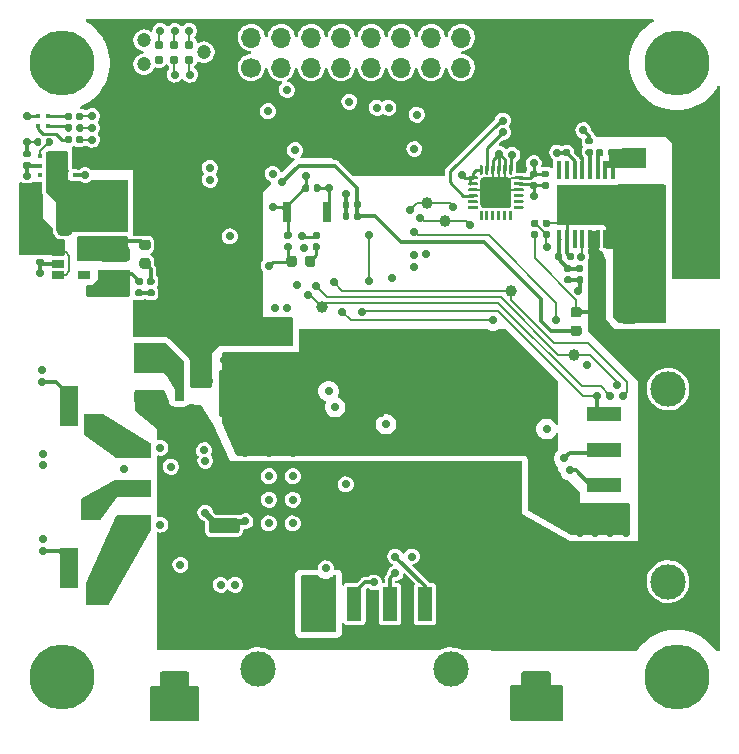
<source format=gbr>
G04 #@! TF.GenerationSoftware,KiCad,Pcbnew,5.99.0-unknown-dd374e12a~102~ubuntu20.04.1*
G04 #@! TF.CreationDate,2020-12-05T09:27:28-08:00*
G04 #@! TF.ProjectId,BLDC,424c4443-2e6b-4696-9361-645f70636258,rev?*
G04 #@! TF.SameCoordinates,Original*
G04 #@! TF.FileFunction,Copper,L1,Top*
G04 #@! TF.FilePolarity,Positive*
%FSLAX46Y46*%
G04 Gerber Fmt 4.6, Leading zero omitted, Abs format (unit mm)*
G04 Created by KiCad (PCBNEW 5.99.0-unknown-dd374e12a~102~ubuntu20.04.1) date 2020-12-05 09:27:28*
%MOMM*%
%LPD*%
G01*
G04 APERTURE LIST*
G04 #@! TA.AperFunction,ComponentPad*
%ADD10C,5.500000*%
G04 #@! TD*
G04 #@! TA.AperFunction,SMDPad,CuDef*
%ADD11R,2.920000X1.270000*%
G04 #@! TD*
G04 #@! TA.AperFunction,SMDPad,CuDef*
%ADD12R,1.650000X3.430000*%
G04 #@! TD*
G04 #@! TA.AperFunction,SMDPad,CuDef*
%ADD13R,1.060000X0.650000*%
G04 #@! TD*
G04 #@! TA.AperFunction,ComponentPad*
%ADD14C,3.000000*%
G04 #@! TD*
G04 #@! TA.AperFunction,SMDPad,CuDef*
%ADD15R,1.270000X2.920000*%
G04 #@! TD*
G04 #@! TA.AperFunction,SMDPad,CuDef*
%ADD16R,0.450000X0.450000*%
G04 #@! TD*
G04 #@! TA.AperFunction,SMDPad,CuDef*
%ADD17R,0.450000X0.400000*%
G04 #@! TD*
G04 #@! TA.AperFunction,SMDPad,CuDef*
%ADD18R,0.800000X1.900000*%
G04 #@! TD*
G04 #@! TA.AperFunction,ComponentPad*
%ADD19C,0.800000*%
G04 #@! TD*
G04 #@! TA.AperFunction,SMDPad,CuDef*
%ADD20R,2.000000X1.700000*%
G04 #@! TD*
G04 #@! TA.AperFunction,SMDPad,CuDef*
%ADD21C,1.000000*%
G04 #@! TD*
G04 #@! TA.AperFunction,SMDPad,CuDef*
%ADD22R,0.800000X1.700000*%
G04 #@! TD*
G04 #@! TA.AperFunction,ComponentPad*
%ADD23C,1.700000*%
G04 #@! TD*
G04 #@! TA.AperFunction,ComponentPad*
%ADD24O,1.700000X1.700000*%
G04 #@! TD*
G04 #@! TA.AperFunction,SMDPad,CuDef*
%ADD25C,0.790000*%
G04 #@! TD*
G04 #@! TA.AperFunction,ComponentPad*
%ADD26C,1.200000*%
G04 #@! TD*
G04 #@! TA.AperFunction,SMDPad,CuDef*
%ADD27R,0.450000X1.500000*%
G04 #@! TD*
G04 #@! TA.AperFunction,SMDPad,CuDef*
%ADD28R,5.000000X3.400000*%
G04 #@! TD*
G04 #@! TA.AperFunction,ViaPad*
%ADD29C,0.740000*%
G04 #@! TD*
G04 #@! TA.AperFunction,ViaPad*
%ADD30C,0.736700*%
G04 #@! TD*
G04 #@! TA.AperFunction,Conductor*
%ADD31C,0.250000*%
G04 #@! TD*
G04 #@! TA.AperFunction,Conductor*
%ADD32C,0.177800*%
G04 #@! TD*
G04 #@! TA.AperFunction,Conductor*
%ADD33C,0.300000*%
G04 #@! TD*
G04 #@! TA.AperFunction,Conductor*
%ADD34C,0.500000*%
G04 #@! TD*
G04 APERTURE END LIST*
G04 #@! TA.AperFunction,SMDPad,CuDef*
G36*
G01*
X147780000Y-91827500D02*
X147780000Y-92172500D01*
G75*
G02*
X147632500Y-92320000I-147500J0D01*
G01*
X147337500Y-92320000D01*
G75*
G02*
X147190000Y-92172500I0J147500D01*
G01*
X147190000Y-91827500D01*
G75*
G02*
X147337500Y-91680000I147500J0D01*
G01*
X147632500Y-91680000D01*
G75*
G02*
X147780000Y-91827500I0J-147500D01*
G01*
G37*
G04 #@! TD.AperFunction*
G04 #@! TA.AperFunction,SMDPad,CuDef*
G36*
G01*
X146810000Y-91827500D02*
X146810000Y-92172500D01*
G75*
G02*
X146662500Y-92320000I-147500J0D01*
G01*
X146367500Y-92320000D01*
G75*
G02*
X146220000Y-92172500I0J147500D01*
G01*
X146220000Y-91827500D01*
G75*
G02*
X146367500Y-91680000I147500J0D01*
G01*
X146662500Y-91680000D01*
G75*
G02*
X146810000Y-91827500I0J-147500D01*
G01*
G37*
G04 #@! TD.AperFunction*
G04 #@! TA.AperFunction,SMDPad,CuDef*
G36*
G01*
X146220000Y-91193780D02*
X146220000Y-90848780D01*
G75*
G02*
X146367500Y-90701280I147500J0D01*
G01*
X146662500Y-90701280D01*
G75*
G02*
X146810000Y-90848780I0J-147500D01*
G01*
X146810000Y-91193780D01*
G75*
G02*
X146662500Y-91341280I-147500J0D01*
G01*
X146367500Y-91341280D01*
G75*
G02*
X146220000Y-91193780I0J147500D01*
G01*
G37*
G04 #@! TD.AperFunction*
G04 #@! TA.AperFunction,SMDPad,CuDef*
G36*
G01*
X147190000Y-91193780D02*
X147190000Y-90848780D01*
G75*
G02*
X147337500Y-90701280I147500J0D01*
G01*
X147632500Y-90701280D01*
G75*
G02*
X147780000Y-90848780I0J-147500D01*
G01*
X147780000Y-91193780D01*
G75*
G02*
X147632500Y-91341280I-147500J0D01*
G01*
X147337500Y-91341280D01*
G75*
G02*
X147190000Y-91193780I0J147500D01*
G01*
G37*
G04 #@! TD.AperFunction*
D10*
X122500000Y-131000000D03*
D11*
X128570000Y-117900000D03*
X128570000Y-114900000D03*
X128570000Y-111900000D03*
D12*
X123100000Y-121785000D03*
X123100000Y-108015000D03*
D13*
X122100000Y-95050000D03*
X122100000Y-96000000D03*
X122100000Y-96950000D03*
X124300000Y-96950000D03*
X124300000Y-95050000D03*
G04 #@! TA.AperFunction,SMDPad,CuDef*
G36*
G01*
X129756250Y-96425000D02*
X129243750Y-96425000D01*
G75*
G02*
X129025000Y-96206250I0J218750D01*
G01*
X129025000Y-95768750D01*
G75*
G02*
X129243750Y-95550000I218750J0D01*
G01*
X129756250Y-95550000D01*
G75*
G02*
X129975000Y-95768750I0J-218750D01*
G01*
X129975000Y-96206250D01*
G75*
G02*
X129756250Y-96425000I-218750J0D01*
G01*
G37*
G04 #@! TD.AperFunction*
G04 #@! TA.AperFunction,SMDPad,CuDef*
G36*
G01*
X129756250Y-94850000D02*
X129243750Y-94850000D01*
G75*
G02*
X129025000Y-94631250I0J218750D01*
G01*
X129025000Y-94193750D01*
G75*
G02*
X129243750Y-93975000I218750J0D01*
G01*
X129756250Y-93975000D01*
G75*
G02*
X129975000Y-94193750I0J-218750D01*
G01*
X129975000Y-94631250D01*
G75*
G02*
X129756250Y-94850000I-218750J0D01*
G01*
G37*
G04 #@! TD.AperFunction*
G04 #@! TA.AperFunction,SMDPad,CuDef*
G36*
G01*
X129827500Y-97220000D02*
X130172500Y-97220000D01*
G75*
G02*
X130320000Y-97367500I0J-147500D01*
G01*
X130320000Y-97662500D01*
G75*
G02*
X130172500Y-97810000I-147500J0D01*
G01*
X129827500Y-97810000D01*
G75*
G02*
X129680000Y-97662500I0J147500D01*
G01*
X129680000Y-97367500D01*
G75*
G02*
X129827500Y-97220000I147500J0D01*
G01*
G37*
G04 #@! TD.AperFunction*
G04 #@! TA.AperFunction,SMDPad,CuDef*
G36*
G01*
X129827500Y-98190000D02*
X130172500Y-98190000D01*
G75*
G02*
X130320000Y-98337500I0J-147500D01*
G01*
X130320000Y-98632500D01*
G75*
G02*
X130172500Y-98780000I-147500J0D01*
G01*
X129827500Y-98780000D01*
G75*
G02*
X129680000Y-98632500I0J147500D01*
G01*
X129680000Y-98337500D01*
G75*
G02*
X129827500Y-98190000I147500J0D01*
G01*
G37*
G04 #@! TD.AperFunction*
G04 #@! TA.AperFunction,SMDPad,CuDef*
G36*
G01*
X131000000Y-122500000D02*
X133000000Y-122500000D01*
G75*
G02*
X133250000Y-122750000I0J-250000D01*
G01*
X133250000Y-126250000D01*
G75*
G02*
X133000000Y-126500000I-250000J0D01*
G01*
X131000000Y-126500000D01*
G75*
G02*
X130750000Y-126250000I0J250000D01*
G01*
X130750000Y-122750000D01*
G75*
G02*
X131000000Y-122500000I250000J0D01*
G01*
G37*
G04 #@! TD.AperFunction*
G04 #@! TA.AperFunction,SMDPad,CuDef*
G36*
G01*
X131000000Y-130500000D02*
X133000000Y-130500000D01*
G75*
G02*
X133250000Y-130750000I0J-250000D01*
G01*
X133250000Y-134250000D01*
G75*
G02*
X133000000Y-134500000I-250000J0D01*
G01*
X131000000Y-134500000D01*
G75*
G02*
X130750000Y-134250000I0J250000D01*
G01*
X130750000Y-130750000D01*
G75*
G02*
X131000000Y-130500000I250000J0D01*
G01*
G37*
G04 #@! TD.AperFunction*
G04 #@! TA.AperFunction,SMDPad,CuDef*
G36*
G01*
X138000000Y-117000000D02*
X136000000Y-117000000D01*
G75*
G02*
X135750000Y-116750000I0J250000D01*
G01*
X135750000Y-113250000D01*
G75*
G02*
X136000000Y-113000000I250000J0D01*
G01*
X138000000Y-113000000D01*
G75*
G02*
X138250000Y-113250000I0J-250000D01*
G01*
X138250000Y-116750000D01*
G75*
G02*
X138000000Y-117000000I-250000J0D01*
G01*
G37*
G04 #@! TD.AperFunction*
G04 #@! TA.AperFunction,SMDPad,CuDef*
G36*
G01*
X138000000Y-109000000D02*
X136000000Y-109000000D01*
G75*
G02*
X135750000Y-108750000I0J250000D01*
G01*
X135750000Y-105250000D01*
G75*
G02*
X136000000Y-105000000I250000J0D01*
G01*
X138000000Y-105000000D01*
G75*
G02*
X138250000Y-105250000I0J-250000D01*
G01*
X138250000Y-108750000D01*
G75*
G02*
X138000000Y-109000000I-250000J0D01*
G01*
G37*
G04 #@! TD.AperFunction*
G04 #@! TA.AperFunction,SMDPad,CuDef*
G36*
G01*
X161000000Y-117000000D02*
X159000000Y-117000000D01*
G75*
G02*
X158750000Y-116750000I0J250000D01*
G01*
X158750000Y-113250000D01*
G75*
G02*
X159000000Y-113000000I250000J0D01*
G01*
X161000000Y-113000000D01*
G75*
G02*
X161250000Y-113250000I0J-250000D01*
G01*
X161250000Y-116750000D01*
G75*
G02*
X161000000Y-117000000I-250000J0D01*
G01*
G37*
G04 #@! TD.AperFunction*
G04 #@! TA.AperFunction,SMDPad,CuDef*
G36*
G01*
X161000000Y-109000000D02*
X159000000Y-109000000D01*
G75*
G02*
X158750000Y-108750000I0J250000D01*
G01*
X158750000Y-105250000D01*
G75*
G02*
X159000000Y-105000000I250000J0D01*
G01*
X161000000Y-105000000D01*
G75*
G02*
X161250000Y-105250000I0J-250000D01*
G01*
X161250000Y-108750000D01*
G75*
G02*
X161000000Y-109000000I-250000J0D01*
G01*
G37*
G04 #@! TD.AperFunction*
D11*
X168320000Y-108770000D03*
X168320000Y-111770000D03*
X168320000Y-114770000D03*
X168320000Y-117770000D03*
X168320000Y-120770000D03*
D14*
X173790000Y-122920000D03*
X173790000Y-106620000D03*
G04 #@! TA.AperFunction,SMDPad,CuDef*
G36*
G01*
X120772500Y-96180000D02*
X120427500Y-96180000D01*
G75*
G02*
X120280000Y-96032500I0J147500D01*
G01*
X120280000Y-95737500D01*
G75*
G02*
X120427500Y-95590000I147500J0D01*
G01*
X120772500Y-95590000D01*
G75*
G02*
X120920000Y-95737500I0J-147500D01*
G01*
X120920000Y-96032500D01*
G75*
G02*
X120772500Y-96180000I-147500J0D01*
G01*
G37*
G04 #@! TD.AperFunction*
G04 #@! TA.AperFunction,SMDPad,CuDef*
G36*
G01*
X120772500Y-95210000D02*
X120427500Y-95210000D01*
G75*
G02*
X120280000Y-95062500I0J147500D01*
G01*
X120280000Y-94767500D01*
G75*
G02*
X120427500Y-94620000I147500J0D01*
G01*
X120772500Y-94620000D01*
G75*
G02*
X120920000Y-94767500I0J-147500D01*
G01*
X120920000Y-95062500D01*
G75*
G02*
X120772500Y-95210000I-147500J0D01*
G01*
G37*
G04 #@! TD.AperFunction*
D15*
X153230000Y-124820000D03*
X150230000Y-124820000D03*
X147230000Y-124820000D03*
X144230000Y-124820000D03*
X141230000Y-124820000D03*
D14*
X139080000Y-130290000D03*
X155380000Y-130290000D03*
G04 #@! TA.AperFunction,SMDPad,CuDef*
G36*
G01*
X161600000Y-122500000D02*
X163600000Y-122500000D01*
G75*
G02*
X163850000Y-122750000I0J-250000D01*
G01*
X163850000Y-126250000D01*
G75*
G02*
X163600000Y-126500000I-250000J0D01*
G01*
X161600000Y-126500000D01*
G75*
G02*
X161350000Y-126250000I0J250000D01*
G01*
X161350000Y-122750000D01*
G75*
G02*
X161600000Y-122500000I250000J0D01*
G01*
G37*
G04 #@! TD.AperFunction*
G04 #@! TA.AperFunction,SMDPad,CuDef*
G36*
G01*
X161600000Y-130500000D02*
X163600000Y-130500000D01*
G75*
G02*
X163850000Y-130750000I0J-250000D01*
G01*
X163850000Y-134250000D01*
G75*
G02*
X163600000Y-134500000I-250000J0D01*
G01*
X161600000Y-134500000D01*
G75*
G02*
X161350000Y-134250000I0J250000D01*
G01*
X161350000Y-130750000D01*
G75*
G02*
X161600000Y-130500000I250000J0D01*
G01*
G37*
G04 #@! TD.AperFunction*
G04 #@! TA.AperFunction,SMDPad,CuDef*
G36*
G01*
X122720000Y-84672500D02*
X122720000Y-84327500D01*
G75*
G02*
X122867500Y-84180000I147500J0D01*
G01*
X123162500Y-84180000D01*
G75*
G02*
X123310000Y-84327500I0J-147500D01*
G01*
X123310000Y-84672500D01*
G75*
G02*
X123162500Y-84820000I-147500J0D01*
G01*
X122867500Y-84820000D01*
G75*
G02*
X122720000Y-84672500I0J147500D01*
G01*
G37*
G04 #@! TD.AperFunction*
G04 #@! TA.AperFunction,SMDPad,CuDef*
G36*
G01*
X123690000Y-84672500D02*
X123690000Y-84327500D01*
G75*
G02*
X123837500Y-84180000I147500J0D01*
G01*
X124132500Y-84180000D01*
G75*
G02*
X124280000Y-84327500I0J-147500D01*
G01*
X124280000Y-84672500D01*
G75*
G02*
X124132500Y-84820000I-147500J0D01*
G01*
X123837500Y-84820000D01*
G75*
G02*
X123690000Y-84672500I0J147500D01*
G01*
G37*
G04 #@! TD.AperFunction*
G04 #@! TA.AperFunction,SMDPad,CuDef*
G36*
G01*
X122720000Y-83712220D02*
X122720000Y-83367220D01*
G75*
G02*
X122867500Y-83219720I147500J0D01*
G01*
X123162500Y-83219720D01*
G75*
G02*
X123310000Y-83367220I0J-147500D01*
G01*
X123310000Y-83712220D01*
G75*
G02*
X123162500Y-83859720I-147500J0D01*
G01*
X122867500Y-83859720D01*
G75*
G02*
X122720000Y-83712220I0J147500D01*
G01*
G37*
G04 #@! TD.AperFunction*
G04 #@! TA.AperFunction,SMDPad,CuDef*
G36*
G01*
X123690000Y-83712220D02*
X123690000Y-83367220D01*
G75*
G02*
X123837500Y-83219720I147500J0D01*
G01*
X124132500Y-83219720D01*
G75*
G02*
X124280000Y-83367220I0J-147500D01*
G01*
X124280000Y-83712220D01*
G75*
G02*
X124132500Y-83859720I-147500J0D01*
G01*
X123837500Y-83859720D01*
G75*
G02*
X123690000Y-83712220I0J147500D01*
G01*
G37*
G04 #@! TD.AperFunction*
G04 #@! TA.AperFunction,SMDPad,CuDef*
G36*
G01*
X122720000Y-85672500D02*
X122720000Y-85327500D01*
G75*
G02*
X122867500Y-85180000I147500J0D01*
G01*
X123162500Y-85180000D01*
G75*
G02*
X123310000Y-85327500I0J-147500D01*
G01*
X123310000Y-85672500D01*
G75*
G02*
X123162500Y-85820000I-147500J0D01*
G01*
X122867500Y-85820000D01*
G75*
G02*
X122720000Y-85672500I0J147500D01*
G01*
G37*
G04 #@! TD.AperFunction*
G04 #@! TA.AperFunction,SMDPad,CuDef*
G36*
G01*
X123690000Y-85672500D02*
X123690000Y-85327500D01*
G75*
G02*
X123837500Y-85180000I147500J0D01*
G01*
X124132500Y-85180000D01*
G75*
G02*
X124280000Y-85327500I0J-147500D01*
G01*
X124280000Y-85672500D01*
G75*
G02*
X124132500Y-85820000I-147500J0D01*
G01*
X123837500Y-85820000D01*
G75*
G02*
X123690000Y-85672500I0J147500D01*
G01*
G37*
G04 #@! TD.AperFunction*
D16*
X120475000Y-83500000D03*
X121325000Y-83500000D03*
X121325000Y-84350000D03*
X120475000Y-84350000D03*
G04 #@! TA.AperFunction,SMDPad,CuDef*
G36*
G01*
X149500000Y-117000000D02*
X147500000Y-117000000D01*
G75*
G02*
X147250000Y-116750000I0J250000D01*
G01*
X147250000Y-113250000D01*
G75*
G02*
X147500000Y-113000000I250000J0D01*
G01*
X149500000Y-113000000D01*
G75*
G02*
X149750000Y-113250000I0J-250000D01*
G01*
X149750000Y-116750000D01*
G75*
G02*
X149500000Y-117000000I-250000J0D01*
G01*
G37*
G04 #@! TD.AperFunction*
G04 #@! TA.AperFunction,SMDPad,CuDef*
G36*
G01*
X149500000Y-109000000D02*
X147500000Y-109000000D01*
G75*
G02*
X147250000Y-108750000I0J250000D01*
G01*
X147250000Y-105250000D01*
G75*
G02*
X147500000Y-105000000I250000J0D01*
G01*
X149500000Y-105000000D01*
G75*
G02*
X149750000Y-105250000I0J-250000D01*
G01*
X149750000Y-108750000D01*
G75*
G02*
X149500000Y-109000000I-250000J0D01*
G01*
G37*
G04 #@! TD.AperFunction*
G04 #@! TA.AperFunction,SMDPad,CuDef*
G36*
G01*
X119672500Y-89880000D02*
X119327500Y-89880000D01*
G75*
G02*
X119180000Y-89732500I0J147500D01*
G01*
X119180000Y-89437500D01*
G75*
G02*
X119327500Y-89290000I147500J0D01*
G01*
X119672500Y-89290000D01*
G75*
G02*
X119820000Y-89437500I0J-147500D01*
G01*
X119820000Y-89732500D01*
G75*
G02*
X119672500Y-89880000I-147500J0D01*
G01*
G37*
G04 #@! TD.AperFunction*
G04 #@! TA.AperFunction,SMDPad,CuDef*
G36*
G01*
X119672500Y-88910000D02*
X119327500Y-88910000D01*
G75*
G02*
X119180000Y-88762500I0J147500D01*
G01*
X119180000Y-88467500D01*
G75*
G02*
X119327500Y-88320000I147500J0D01*
G01*
X119672500Y-88320000D01*
G75*
G02*
X119820000Y-88467500I0J-147500D01*
G01*
X119820000Y-88762500D01*
G75*
G02*
X119672500Y-88910000I-147500J0D01*
G01*
G37*
G04 #@! TD.AperFunction*
G04 #@! TA.AperFunction,SMDPad,CuDef*
G36*
G01*
X120120000Y-85872500D02*
X120120000Y-85527500D01*
G75*
G02*
X120267500Y-85380000I147500J0D01*
G01*
X120562500Y-85380000D01*
G75*
G02*
X120710000Y-85527500I0J-147500D01*
G01*
X120710000Y-85872500D01*
G75*
G02*
X120562500Y-86020000I-147500J0D01*
G01*
X120267500Y-86020000D01*
G75*
G02*
X120120000Y-85872500I0J147500D01*
G01*
G37*
G04 #@! TD.AperFunction*
G04 #@! TA.AperFunction,SMDPad,CuDef*
G36*
G01*
X121090000Y-85872500D02*
X121090000Y-85527500D01*
G75*
G02*
X121237500Y-85380000I147500J0D01*
G01*
X121532500Y-85380000D01*
G75*
G02*
X121680000Y-85527500I0J-147500D01*
G01*
X121680000Y-85872500D01*
G75*
G02*
X121532500Y-86020000I-147500J0D01*
G01*
X121237500Y-86020000D01*
G75*
G02*
X121090000Y-85872500I0J147500D01*
G01*
G37*
G04 #@! TD.AperFunction*
D17*
X120605000Y-86930000D03*
X120605000Y-87730000D03*
X120605000Y-88530000D03*
X120605000Y-89330000D03*
X123555000Y-89330000D03*
X123555000Y-88530000D03*
X123555000Y-87730000D03*
X123555000Y-86930000D03*
D18*
X122630000Y-88130000D03*
D19*
X121530000Y-88130000D03*
D18*
X121530000Y-88130000D03*
D19*
X122630000Y-88130000D03*
G04 #@! TA.AperFunction,SMDPad,CuDef*
G36*
G01*
X119672500Y-87980000D02*
X119327500Y-87980000D01*
G75*
G02*
X119180000Y-87832500I0J147500D01*
G01*
X119180000Y-87537500D01*
G75*
G02*
X119327500Y-87390000I147500J0D01*
G01*
X119672500Y-87390000D01*
G75*
G02*
X119820000Y-87537500I0J-147500D01*
G01*
X119820000Y-87832500D01*
G75*
G02*
X119672500Y-87980000I-147500J0D01*
G01*
G37*
G04 #@! TD.AperFunction*
G04 #@! TA.AperFunction,SMDPad,CuDef*
G36*
G01*
X119672500Y-87010000D02*
X119327500Y-87010000D01*
G75*
G02*
X119180000Y-86862500I0J147500D01*
G01*
X119180000Y-86567500D01*
G75*
G02*
X119327500Y-86420000I147500J0D01*
G01*
X119672500Y-86420000D01*
G75*
G02*
X119820000Y-86567500I0J-147500D01*
G01*
X119820000Y-86862500D01*
G75*
G02*
X119672500Y-87010000I-147500J0D01*
G01*
G37*
G04 #@! TD.AperFunction*
G04 #@! TA.AperFunction,SMDPad,CuDef*
G36*
G01*
X127075000Y-90525000D02*
X124925000Y-90525000D01*
G75*
G02*
X124675000Y-90275000I0J250000D01*
G01*
X124675000Y-89525000D01*
G75*
G02*
X124925000Y-89275000I250000J0D01*
G01*
X127075000Y-89275000D01*
G75*
G02*
X127325000Y-89525000I0J-250000D01*
G01*
X127325000Y-90275000D01*
G75*
G02*
X127075000Y-90525000I-250000J0D01*
G01*
G37*
G04 #@! TD.AperFunction*
G04 #@! TA.AperFunction,SMDPad,CuDef*
G36*
G01*
X127075000Y-87725000D02*
X124925000Y-87725000D01*
G75*
G02*
X124675000Y-87475000I0J250000D01*
G01*
X124675000Y-86725000D01*
G75*
G02*
X124925000Y-86475000I250000J0D01*
G01*
X127075000Y-86475000D01*
G75*
G02*
X127325000Y-86725000I0J-250000D01*
G01*
X127325000Y-87475000D01*
G75*
G02*
X127075000Y-87725000I-250000J0D01*
G01*
G37*
G04 #@! TD.AperFunction*
G04 #@! TA.AperFunction,SMDPad,CuDef*
G36*
G01*
X119275000Y-93375000D02*
X119275000Y-91225000D01*
G75*
G02*
X119525000Y-90975000I250000J0D01*
G01*
X120275000Y-90975000D01*
G75*
G02*
X120525000Y-91225000I0J-250000D01*
G01*
X120525000Y-93375000D01*
G75*
G02*
X120275000Y-93625000I-250000J0D01*
G01*
X119525000Y-93625000D01*
G75*
G02*
X119275000Y-93375000I0J250000D01*
G01*
G37*
G04 #@! TD.AperFunction*
G04 #@! TA.AperFunction,SMDPad,CuDef*
G36*
G01*
X122075000Y-93375000D02*
X122075000Y-91225000D01*
G75*
G02*
X122325000Y-90975000I250000J0D01*
G01*
X123075000Y-90975000D01*
G75*
G02*
X123325000Y-91225000I0J-250000D01*
G01*
X123325000Y-93375000D01*
G75*
G02*
X123075000Y-93625000I-250000J0D01*
G01*
X122325000Y-93625000D01*
G75*
G02*
X122075000Y-93375000I0J250000D01*
G01*
G37*
G04 #@! TD.AperFunction*
G04 #@! TA.AperFunction,SMDPad,CuDef*
G36*
G01*
X175825000Y-94925000D02*
X175825000Y-97075000D01*
G75*
G02*
X175575000Y-97325000I-250000J0D01*
G01*
X174825000Y-97325000D01*
G75*
G02*
X174575000Y-97075000I0J250000D01*
G01*
X174575000Y-94925000D01*
G75*
G02*
X174825000Y-94675000I250000J0D01*
G01*
X175575000Y-94675000D01*
G75*
G02*
X175825000Y-94925000I0J-250000D01*
G01*
G37*
G04 #@! TD.AperFunction*
G04 #@! TA.AperFunction,SMDPad,CuDef*
G36*
G01*
X173025000Y-94925000D02*
X173025000Y-97075000D01*
G75*
G02*
X172775000Y-97325000I-250000J0D01*
G01*
X172025000Y-97325000D01*
G75*
G02*
X171775000Y-97075000I0J250000D01*
G01*
X171775000Y-94925000D01*
G75*
G02*
X172025000Y-94675000I250000J0D01*
G01*
X172775000Y-94675000D01*
G75*
G02*
X173025000Y-94925000I0J-250000D01*
G01*
G37*
G04 #@! TD.AperFunction*
G04 #@! TA.AperFunction,SMDPad,CuDef*
G36*
G01*
X171125000Y-95525000D02*
X171125000Y-97675000D01*
G75*
G02*
X170875000Y-97925000I-250000J0D01*
G01*
X170125000Y-97925000D01*
G75*
G02*
X169875000Y-97675000I0J250000D01*
G01*
X169875000Y-95525000D01*
G75*
G02*
X170125000Y-95275000I250000J0D01*
G01*
X170875000Y-95275000D01*
G75*
G02*
X171125000Y-95525000I0J-250000D01*
G01*
G37*
G04 #@! TD.AperFunction*
G04 #@! TA.AperFunction,SMDPad,CuDef*
G36*
G01*
X168325000Y-95525000D02*
X168325000Y-97675000D01*
G75*
G02*
X168075000Y-97925000I-250000J0D01*
G01*
X167325000Y-97925000D01*
G75*
G02*
X167075000Y-97675000I0J250000D01*
G01*
X167075000Y-95525000D01*
G75*
G02*
X167325000Y-95275000I250000J0D01*
G01*
X168075000Y-95275000D01*
G75*
G02*
X168325000Y-95525000I0J-250000D01*
G01*
G37*
G04 #@! TD.AperFunction*
D20*
X170900000Y-87100000D03*
X176900000Y-87100000D03*
G04 #@! TA.AperFunction,SMDPad,CuDef*
G36*
G01*
X166472500Y-97680000D02*
X166127500Y-97680000D01*
G75*
G02*
X165980000Y-97532500I0J147500D01*
G01*
X165980000Y-97237500D01*
G75*
G02*
X166127500Y-97090000I147500J0D01*
G01*
X166472500Y-97090000D01*
G75*
G02*
X166620000Y-97237500I0J-147500D01*
G01*
X166620000Y-97532500D01*
G75*
G02*
X166472500Y-97680000I-147500J0D01*
G01*
G37*
G04 #@! TD.AperFunction*
G04 #@! TA.AperFunction,SMDPad,CuDef*
G36*
G01*
X166472500Y-96710000D02*
X166127500Y-96710000D01*
G75*
G02*
X165980000Y-96562500I0J147500D01*
G01*
X165980000Y-96267500D01*
G75*
G02*
X166127500Y-96120000I147500J0D01*
G01*
X166472500Y-96120000D01*
G75*
G02*
X166620000Y-96267500I0J-147500D01*
G01*
X166620000Y-96562500D01*
G75*
G02*
X166472500Y-96710000I-147500J0D01*
G01*
G37*
G04 #@! TD.AperFunction*
G04 #@! TA.AperFunction,SMDPad,CuDef*
G36*
G01*
X135125000Y-117575000D02*
X137275000Y-117575000D01*
G75*
G02*
X137525000Y-117825000I0J-250000D01*
G01*
X137525000Y-118575000D01*
G75*
G02*
X137275000Y-118825000I-250000J0D01*
G01*
X135125000Y-118825000D01*
G75*
G02*
X134875000Y-118575000I0J250000D01*
G01*
X134875000Y-117825000D01*
G75*
G02*
X135125000Y-117575000I250000J0D01*
G01*
G37*
G04 #@! TD.AperFunction*
G04 #@! TA.AperFunction,SMDPad,CuDef*
G36*
G01*
X135125000Y-120375000D02*
X137275000Y-120375000D01*
G75*
G02*
X137525000Y-120625000I0J-250000D01*
G01*
X137525000Y-121375000D01*
G75*
G02*
X137275000Y-121625000I-250000J0D01*
G01*
X135125000Y-121625000D01*
G75*
G02*
X134875000Y-121375000I0J250000D01*
G01*
X134875000Y-120625000D01*
G75*
G02*
X135125000Y-120375000I250000J0D01*
G01*
G37*
G04 #@! TD.AperFunction*
G04 #@! TA.AperFunction,SMDPad,CuDef*
G36*
G01*
X161550000Y-91187500D02*
X161550000Y-91312500D01*
G75*
G02*
X161487500Y-91375000I-62500J0D01*
G01*
X160787500Y-91375000D01*
G75*
G02*
X160725000Y-91312500I0J62500D01*
G01*
X160725000Y-91187500D01*
G75*
G02*
X160787500Y-91125000I62500J0D01*
G01*
X161487500Y-91125000D01*
G75*
G02*
X161550000Y-91187500I0J-62500D01*
G01*
G37*
G04 #@! TD.AperFunction*
G04 #@! TA.AperFunction,SMDPad,CuDef*
G36*
G01*
X161550000Y-90687500D02*
X161550000Y-90812500D01*
G75*
G02*
X161487500Y-90875000I-62500J0D01*
G01*
X160787500Y-90875000D01*
G75*
G02*
X160725000Y-90812500I0J62500D01*
G01*
X160725000Y-90687500D01*
G75*
G02*
X160787500Y-90625000I62500J0D01*
G01*
X161487500Y-90625000D01*
G75*
G02*
X161550000Y-90687500I0J-62500D01*
G01*
G37*
G04 #@! TD.AperFunction*
G04 #@! TA.AperFunction,SMDPad,CuDef*
G36*
G01*
X161550000Y-90187500D02*
X161550000Y-90312500D01*
G75*
G02*
X161487500Y-90375000I-62500J0D01*
G01*
X160787500Y-90375000D01*
G75*
G02*
X160725000Y-90312500I0J62500D01*
G01*
X160725000Y-90187500D01*
G75*
G02*
X160787500Y-90125000I62500J0D01*
G01*
X161487500Y-90125000D01*
G75*
G02*
X161550000Y-90187500I0J-62500D01*
G01*
G37*
G04 #@! TD.AperFunction*
G04 #@! TA.AperFunction,SMDPad,CuDef*
G36*
G01*
X161550000Y-89687500D02*
X161550000Y-89812500D01*
G75*
G02*
X161487500Y-89875000I-62500J0D01*
G01*
X160787500Y-89875000D01*
G75*
G02*
X160725000Y-89812500I0J62500D01*
G01*
X160725000Y-89687500D01*
G75*
G02*
X160787500Y-89625000I62500J0D01*
G01*
X161487500Y-89625000D01*
G75*
G02*
X161550000Y-89687500I0J-62500D01*
G01*
G37*
G04 #@! TD.AperFunction*
G04 #@! TA.AperFunction,SMDPad,CuDef*
G36*
G01*
X161550000Y-89187500D02*
X161550000Y-89312500D01*
G75*
G02*
X161487500Y-89375000I-62500J0D01*
G01*
X160787500Y-89375000D01*
G75*
G02*
X160725000Y-89312500I0J62500D01*
G01*
X160725000Y-89187500D01*
G75*
G02*
X160787500Y-89125000I62500J0D01*
G01*
X161487500Y-89125000D01*
G75*
G02*
X161550000Y-89187500I0J-62500D01*
G01*
G37*
G04 #@! TD.AperFunction*
G04 #@! TA.AperFunction,SMDPad,CuDef*
G36*
G01*
X161550000Y-88687500D02*
X161550000Y-88812500D01*
G75*
G02*
X161487500Y-88875000I-62500J0D01*
G01*
X160787500Y-88875000D01*
G75*
G02*
X160725000Y-88812500I0J62500D01*
G01*
X160725000Y-88687500D01*
G75*
G02*
X160787500Y-88625000I62500J0D01*
G01*
X161487500Y-88625000D01*
G75*
G02*
X161550000Y-88687500I0J-62500D01*
G01*
G37*
G04 #@! TD.AperFunction*
G04 #@! TA.AperFunction,SMDPad,CuDef*
G36*
G01*
X160575000Y-87712500D02*
X160575000Y-88412500D01*
G75*
G02*
X160512500Y-88475000I-62500J0D01*
G01*
X160387500Y-88475000D01*
G75*
G02*
X160325000Y-88412500I0J62500D01*
G01*
X160325000Y-87712500D01*
G75*
G02*
X160387500Y-87650000I62500J0D01*
G01*
X160512500Y-87650000D01*
G75*
G02*
X160575000Y-87712500I0J-62500D01*
G01*
G37*
G04 #@! TD.AperFunction*
G04 #@! TA.AperFunction,SMDPad,CuDef*
G36*
G01*
X160075000Y-87712500D02*
X160075000Y-88412500D01*
G75*
G02*
X160012500Y-88475000I-62500J0D01*
G01*
X159887500Y-88475000D01*
G75*
G02*
X159825000Y-88412500I0J62500D01*
G01*
X159825000Y-87712500D01*
G75*
G02*
X159887500Y-87650000I62500J0D01*
G01*
X160012500Y-87650000D01*
G75*
G02*
X160075000Y-87712500I0J-62500D01*
G01*
G37*
G04 #@! TD.AperFunction*
G04 #@! TA.AperFunction,SMDPad,CuDef*
G36*
G01*
X159575000Y-87712500D02*
X159575000Y-88412500D01*
G75*
G02*
X159512500Y-88475000I-62500J0D01*
G01*
X159387500Y-88475000D01*
G75*
G02*
X159325000Y-88412500I0J62500D01*
G01*
X159325000Y-87712500D01*
G75*
G02*
X159387500Y-87650000I62500J0D01*
G01*
X159512500Y-87650000D01*
G75*
G02*
X159575000Y-87712500I0J-62500D01*
G01*
G37*
G04 #@! TD.AperFunction*
G04 #@! TA.AperFunction,SMDPad,CuDef*
G36*
G01*
X159075000Y-87712500D02*
X159075000Y-88412500D01*
G75*
G02*
X159012500Y-88475000I-62500J0D01*
G01*
X158887500Y-88475000D01*
G75*
G02*
X158825000Y-88412500I0J62500D01*
G01*
X158825000Y-87712500D01*
G75*
G02*
X158887500Y-87650000I62500J0D01*
G01*
X159012500Y-87650000D01*
G75*
G02*
X159075000Y-87712500I0J-62500D01*
G01*
G37*
G04 #@! TD.AperFunction*
G04 #@! TA.AperFunction,SMDPad,CuDef*
G36*
G01*
X158575000Y-87712500D02*
X158575000Y-88412500D01*
G75*
G02*
X158512500Y-88475000I-62500J0D01*
G01*
X158387500Y-88475000D01*
G75*
G02*
X158325000Y-88412500I0J62500D01*
G01*
X158325000Y-87712500D01*
G75*
G02*
X158387500Y-87650000I62500J0D01*
G01*
X158512500Y-87650000D01*
G75*
G02*
X158575000Y-87712500I0J-62500D01*
G01*
G37*
G04 #@! TD.AperFunction*
G04 #@! TA.AperFunction,SMDPad,CuDef*
G36*
G01*
X158075000Y-87712500D02*
X158075000Y-88412500D01*
G75*
G02*
X158012500Y-88475000I-62500J0D01*
G01*
X157887500Y-88475000D01*
G75*
G02*
X157825000Y-88412500I0J62500D01*
G01*
X157825000Y-87712500D01*
G75*
G02*
X157887500Y-87650000I62500J0D01*
G01*
X158012500Y-87650000D01*
G75*
G02*
X158075000Y-87712500I0J-62500D01*
G01*
G37*
G04 #@! TD.AperFunction*
G04 #@! TA.AperFunction,SMDPad,CuDef*
G36*
G01*
X157675000Y-88687500D02*
X157675000Y-88812500D01*
G75*
G02*
X157612500Y-88875000I-62500J0D01*
G01*
X156912500Y-88875000D01*
G75*
G02*
X156850000Y-88812500I0J62500D01*
G01*
X156850000Y-88687500D01*
G75*
G02*
X156912500Y-88625000I62500J0D01*
G01*
X157612500Y-88625000D01*
G75*
G02*
X157675000Y-88687500I0J-62500D01*
G01*
G37*
G04 #@! TD.AperFunction*
G04 #@! TA.AperFunction,SMDPad,CuDef*
G36*
G01*
X157675000Y-89187500D02*
X157675000Y-89312500D01*
G75*
G02*
X157612500Y-89375000I-62500J0D01*
G01*
X156912500Y-89375000D01*
G75*
G02*
X156850000Y-89312500I0J62500D01*
G01*
X156850000Y-89187500D01*
G75*
G02*
X156912500Y-89125000I62500J0D01*
G01*
X157612500Y-89125000D01*
G75*
G02*
X157675000Y-89187500I0J-62500D01*
G01*
G37*
G04 #@! TD.AperFunction*
G04 #@! TA.AperFunction,SMDPad,CuDef*
G36*
G01*
X157675000Y-89687500D02*
X157675000Y-89812500D01*
G75*
G02*
X157612500Y-89875000I-62500J0D01*
G01*
X156912500Y-89875000D01*
G75*
G02*
X156850000Y-89812500I0J62500D01*
G01*
X156850000Y-89687500D01*
G75*
G02*
X156912500Y-89625000I62500J0D01*
G01*
X157612500Y-89625000D01*
G75*
G02*
X157675000Y-89687500I0J-62500D01*
G01*
G37*
G04 #@! TD.AperFunction*
G04 #@! TA.AperFunction,SMDPad,CuDef*
G36*
G01*
X157675000Y-90187500D02*
X157675000Y-90312500D01*
G75*
G02*
X157612500Y-90375000I-62500J0D01*
G01*
X156912500Y-90375000D01*
G75*
G02*
X156850000Y-90312500I0J62500D01*
G01*
X156850000Y-90187500D01*
G75*
G02*
X156912500Y-90125000I62500J0D01*
G01*
X157612500Y-90125000D01*
G75*
G02*
X157675000Y-90187500I0J-62500D01*
G01*
G37*
G04 #@! TD.AperFunction*
G04 #@! TA.AperFunction,SMDPad,CuDef*
G36*
G01*
X157675000Y-90687500D02*
X157675000Y-90812500D01*
G75*
G02*
X157612500Y-90875000I-62500J0D01*
G01*
X156912500Y-90875000D01*
G75*
G02*
X156850000Y-90812500I0J62500D01*
G01*
X156850000Y-90687500D01*
G75*
G02*
X156912500Y-90625000I62500J0D01*
G01*
X157612500Y-90625000D01*
G75*
G02*
X157675000Y-90687500I0J-62500D01*
G01*
G37*
G04 #@! TD.AperFunction*
G04 #@! TA.AperFunction,SMDPad,CuDef*
G36*
G01*
X157675000Y-91187500D02*
X157675000Y-91312500D01*
G75*
G02*
X157612500Y-91375000I-62500J0D01*
G01*
X156912500Y-91375000D01*
G75*
G02*
X156850000Y-91312500I0J62500D01*
G01*
X156850000Y-91187500D01*
G75*
G02*
X156912500Y-91125000I62500J0D01*
G01*
X157612500Y-91125000D01*
G75*
G02*
X157675000Y-91187500I0J-62500D01*
G01*
G37*
G04 #@! TD.AperFunction*
G04 #@! TA.AperFunction,SMDPad,CuDef*
G36*
G01*
X158075000Y-91587500D02*
X158075000Y-92287500D01*
G75*
G02*
X158012500Y-92350000I-62500J0D01*
G01*
X157887500Y-92350000D01*
G75*
G02*
X157825000Y-92287500I0J62500D01*
G01*
X157825000Y-91587500D01*
G75*
G02*
X157887500Y-91525000I62500J0D01*
G01*
X158012500Y-91525000D01*
G75*
G02*
X158075000Y-91587500I0J-62500D01*
G01*
G37*
G04 #@! TD.AperFunction*
G04 #@! TA.AperFunction,SMDPad,CuDef*
G36*
G01*
X158575000Y-91587500D02*
X158575000Y-92287500D01*
G75*
G02*
X158512500Y-92350000I-62500J0D01*
G01*
X158387500Y-92350000D01*
G75*
G02*
X158325000Y-92287500I0J62500D01*
G01*
X158325000Y-91587500D01*
G75*
G02*
X158387500Y-91525000I62500J0D01*
G01*
X158512500Y-91525000D01*
G75*
G02*
X158575000Y-91587500I0J-62500D01*
G01*
G37*
G04 #@! TD.AperFunction*
G04 #@! TA.AperFunction,SMDPad,CuDef*
G36*
G01*
X159075000Y-91587500D02*
X159075000Y-92287500D01*
G75*
G02*
X159012500Y-92350000I-62500J0D01*
G01*
X158887500Y-92350000D01*
G75*
G02*
X158825000Y-92287500I0J62500D01*
G01*
X158825000Y-91587500D01*
G75*
G02*
X158887500Y-91525000I62500J0D01*
G01*
X159012500Y-91525000D01*
G75*
G02*
X159075000Y-91587500I0J-62500D01*
G01*
G37*
G04 #@! TD.AperFunction*
G04 #@! TA.AperFunction,SMDPad,CuDef*
G36*
G01*
X159575000Y-91587500D02*
X159575000Y-92287500D01*
G75*
G02*
X159512500Y-92350000I-62500J0D01*
G01*
X159387500Y-92350000D01*
G75*
G02*
X159325000Y-92287500I0J62500D01*
G01*
X159325000Y-91587500D01*
G75*
G02*
X159387500Y-91525000I62500J0D01*
G01*
X159512500Y-91525000D01*
G75*
G02*
X159575000Y-91587500I0J-62500D01*
G01*
G37*
G04 #@! TD.AperFunction*
G04 #@! TA.AperFunction,SMDPad,CuDef*
G36*
G01*
X160075000Y-91587500D02*
X160075000Y-92287500D01*
G75*
G02*
X160012500Y-92350000I-62500J0D01*
G01*
X159887500Y-92350000D01*
G75*
G02*
X159825000Y-92287500I0J62500D01*
G01*
X159825000Y-91587500D01*
G75*
G02*
X159887500Y-91525000I62500J0D01*
G01*
X160012500Y-91525000D01*
G75*
G02*
X160075000Y-91587500I0J-62500D01*
G01*
G37*
G04 #@! TD.AperFunction*
G04 #@! TA.AperFunction,SMDPad,CuDef*
G36*
G01*
X160575000Y-91587500D02*
X160575000Y-92287500D01*
G75*
G02*
X160512500Y-92350000I-62500J0D01*
G01*
X160387500Y-92350000D01*
G75*
G02*
X160325000Y-92287500I0J62500D01*
G01*
X160325000Y-91587500D01*
G75*
G02*
X160387500Y-91525000I62500J0D01*
G01*
X160512500Y-91525000D01*
G75*
G02*
X160575000Y-91587500I0J-62500D01*
G01*
G37*
G04 #@! TD.AperFunction*
G04 #@! TA.AperFunction,SMDPad,CuDef*
G36*
G01*
X160500000Y-88950000D02*
X160500000Y-91050000D01*
G75*
G02*
X160250000Y-91300000I-250000J0D01*
G01*
X158150000Y-91300000D01*
G75*
G02*
X157900000Y-91050000I0J250000D01*
G01*
X157900000Y-88950000D01*
G75*
G02*
X158150000Y-88700000I250000J0D01*
G01*
X160250000Y-88700000D01*
G75*
G02*
X160500000Y-88950000I0J-250000D01*
G01*
G37*
G04 #@! TD.AperFunction*
D21*
X165800000Y-103700000D03*
X144500000Y-99700000D03*
X153400000Y-90900000D03*
X154900000Y-92400000D03*
X160500000Y-98300000D03*
G04 #@! TA.AperFunction,SMDPad,CuDef*
G36*
G01*
X144380000Y-89427500D02*
X144380000Y-89772500D01*
G75*
G02*
X144232500Y-89920000I-147500J0D01*
G01*
X143937500Y-89920000D01*
G75*
G02*
X143790000Y-89772500I0J147500D01*
G01*
X143790000Y-89427500D01*
G75*
G02*
X143937500Y-89280000I147500J0D01*
G01*
X144232500Y-89280000D01*
G75*
G02*
X144380000Y-89427500I0J-147500D01*
G01*
G37*
G04 #@! TD.AperFunction*
G04 #@! TA.AperFunction,SMDPad,CuDef*
G36*
G01*
X143410000Y-89427500D02*
X143410000Y-89772500D01*
G75*
G02*
X143262500Y-89920000I-147500J0D01*
G01*
X142967500Y-89920000D01*
G75*
G02*
X142820000Y-89772500I0J147500D01*
G01*
X142820000Y-89427500D01*
G75*
G02*
X142967500Y-89280000I147500J0D01*
G01*
X143262500Y-89280000D01*
G75*
G02*
X143410000Y-89427500I0J-147500D01*
G01*
G37*
G04 #@! TD.AperFunction*
D22*
X144900000Y-91600000D03*
X141500000Y-91600000D03*
G04 #@! TA.AperFunction,SMDPad,CuDef*
G36*
G01*
X144172500Y-94880000D02*
X143827500Y-94880000D01*
G75*
G02*
X143680000Y-94732500I0J147500D01*
G01*
X143680000Y-94437500D01*
G75*
G02*
X143827500Y-94290000I147500J0D01*
G01*
X144172500Y-94290000D01*
G75*
G02*
X144320000Y-94437500I0J-147500D01*
G01*
X144320000Y-94732500D01*
G75*
G02*
X144172500Y-94880000I-147500J0D01*
G01*
G37*
G04 #@! TD.AperFunction*
G04 #@! TA.AperFunction,SMDPad,CuDef*
G36*
G01*
X144172500Y-93910000D02*
X143827500Y-93910000D01*
G75*
G02*
X143680000Y-93762500I0J147500D01*
G01*
X143680000Y-93467500D01*
G75*
G02*
X143827500Y-93320000I147500J0D01*
G01*
X144172500Y-93320000D01*
G75*
G02*
X144320000Y-93467500I0J-147500D01*
G01*
X144320000Y-93762500D01*
G75*
G02*
X144172500Y-93910000I-147500J0D01*
G01*
G37*
G04 #@! TD.AperFunction*
D23*
X138500000Y-79400000D03*
D24*
X138500000Y-76860000D03*
X141040000Y-79400000D03*
X141040000Y-76860000D03*
X143580000Y-79400000D03*
X143580000Y-76860000D03*
X146120000Y-79400000D03*
X146120000Y-76860000D03*
X148660000Y-79400000D03*
X148660000Y-76860000D03*
X151200000Y-79400000D03*
X151200000Y-76860000D03*
X153740000Y-79400000D03*
X153740000Y-76860000D03*
X156280000Y-79400000D03*
X156280000Y-76860000D03*
G04 #@! TA.AperFunction,SMDPad,CuDef*
G36*
G01*
X141427500Y-93320000D02*
X141772500Y-93320000D01*
G75*
G02*
X141920000Y-93467500I0J-147500D01*
G01*
X141920000Y-93762500D01*
G75*
G02*
X141772500Y-93910000I-147500J0D01*
G01*
X141427500Y-93910000D01*
G75*
G02*
X141280000Y-93762500I0J147500D01*
G01*
X141280000Y-93467500D01*
G75*
G02*
X141427500Y-93320000I147500J0D01*
G01*
G37*
G04 #@! TD.AperFunction*
G04 #@! TA.AperFunction,SMDPad,CuDef*
G36*
G01*
X141427500Y-94290000D02*
X141772500Y-94290000D01*
G75*
G02*
X141920000Y-94437500I0J-147500D01*
G01*
X141920000Y-94732500D01*
G75*
G02*
X141772500Y-94880000I-147500J0D01*
G01*
X141427500Y-94880000D01*
G75*
G02*
X141280000Y-94732500I0J147500D01*
G01*
X141280000Y-94437500D01*
G75*
G02*
X141427500Y-94290000I147500J0D01*
G01*
G37*
G04 #@! TD.AperFunction*
D25*
X133230000Y-77465000D03*
X133230000Y-78735000D03*
X131960000Y-77465000D03*
X131960000Y-78735000D03*
X130690000Y-77465000D03*
X130690000Y-78735000D03*
D26*
X129420000Y-79116000D03*
X134500000Y-78100000D03*
X129420000Y-77084000D03*
G04 #@! TA.AperFunction,SMDPad,CuDef*
G36*
G01*
X143925000Y-95543750D02*
X143925000Y-96056250D01*
G75*
G02*
X143706250Y-96275000I-218750J0D01*
G01*
X143268750Y-96275000D01*
G75*
G02*
X143050000Y-96056250I0J218750D01*
G01*
X143050000Y-95543750D01*
G75*
G02*
X143268750Y-95325000I218750J0D01*
G01*
X143706250Y-95325000D01*
G75*
G02*
X143925000Y-95543750I0J-218750D01*
G01*
G37*
G04 #@! TD.AperFunction*
G04 #@! TA.AperFunction,SMDPad,CuDef*
G36*
G01*
X142350000Y-95543750D02*
X142350000Y-96056250D01*
G75*
G02*
X142131250Y-96275000I-218750J0D01*
G01*
X141693750Y-96275000D01*
G75*
G02*
X141475000Y-96056250I0J218750D01*
G01*
X141475000Y-95543750D01*
G75*
G02*
X141693750Y-95325000I218750J0D01*
G01*
X142131250Y-95325000D01*
G75*
G02*
X142350000Y-95543750I0J-218750D01*
G01*
G37*
G04 #@! TD.AperFunction*
G04 #@! TA.AperFunction,SMDPad,CuDef*
G36*
G01*
X129172500Y-98780000D02*
X128827500Y-98780000D01*
G75*
G02*
X128680000Y-98632500I0J147500D01*
G01*
X128680000Y-98337500D01*
G75*
G02*
X128827500Y-98190000I147500J0D01*
G01*
X129172500Y-98190000D01*
G75*
G02*
X129320000Y-98337500I0J-147500D01*
G01*
X129320000Y-98632500D01*
G75*
G02*
X129172500Y-98780000I-147500J0D01*
G01*
G37*
G04 #@! TD.AperFunction*
G04 #@! TA.AperFunction,SMDPad,CuDef*
G36*
G01*
X129172500Y-97810000D02*
X128827500Y-97810000D01*
G75*
G02*
X128680000Y-97662500I0J147500D01*
G01*
X128680000Y-97367500D01*
G75*
G02*
X128827500Y-97220000I147500J0D01*
G01*
X129172500Y-97220000D01*
G75*
G02*
X129320000Y-97367500I0J-147500D01*
G01*
X129320000Y-97662500D01*
G75*
G02*
X129172500Y-97810000I-147500J0D01*
G01*
G37*
G04 #@! TD.AperFunction*
G04 #@! TA.AperFunction,SMDPad,CuDef*
G36*
G01*
X128825000Y-103875000D02*
X130975000Y-103875000D01*
G75*
G02*
X131225000Y-104125000I0J-250000D01*
G01*
X131225000Y-104875000D01*
G75*
G02*
X130975000Y-105125000I-250000J0D01*
G01*
X128825000Y-105125000D01*
G75*
G02*
X128575000Y-104875000I0J250000D01*
G01*
X128575000Y-104125000D01*
G75*
G02*
X128825000Y-103875000I250000J0D01*
G01*
G37*
G04 #@! TD.AperFunction*
G04 #@! TA.AperFunction,SMDPad,CuDef*
G36*
G01*
X128825000Y-106675000D02*
X130975000Y-106675000D01*
G75*
G02*
X131225000Y-106925000I0J-250000D01*
G01*
X131225000Y-107675000D01*
G75*
G02*
X130975000Y-107925000I-250000J0D01*
G01*
X128825000Y-107925000D01*
G75*
G02*
X128575000Y-107675000I0J250000D01*
G01*
X128575000Y-106925000D01*
G75*
G02*
X128825000Y-106675000I250000J0D01*
G01*
G37*
G04 #@! TD.AperFunction*
G04 #@! TA.AperFunction,SMDPad,CuDef*
G36*
G01*
X171125000Y-98725000D02*
X171125000Y-100875000D01*
G75*
G02*
X170875000Y-101125000I-250000J0D01*
G01*
X170125000Y-101125000D01*
G75*
G02*
X169875000Y-100875000I0J250000D01*
G01*
X169875000Y-98725000D01*
G75*
G02*
X170125000Y-98475000I250000J0D01*
G01*
X170875000Y-98475000D01*
G75*
G02*
X171125000Y-98725000I0J-250000D01*
G01*
G37*
G04 #@! TD.AperFunction*
G04 #@! TA.AperFunction,SMDPad,CuDef*
G36*
G01*
X168325000Y-98725000D02*
X168325000Y-100875000D01*
G75*
G02*
X168075000Y-101125000I-250000J0D01*
G01*
X167325000Y-101125000D01*
G75*
G02*
X167075000Y-100875000I0J250000D01*
G01*
X167075000Y-98725000D01*
G75*
G02*
X167325000Y-98475000I250000J0D01*
G01*
X168075000Y-98475000D01*
G75*
G02*
X168325000Y-98725000I0J-250000D01*
G01*
G37*
G04 #@! TD.AperFunction*
G04 #@! TA.AperFunction,SMDPad,CuDef*
G36*
G01*
X175825000Y-91725000D02*
X175825000Y-93875000D01*
G75*
G02*
X175575000Y-94125000I-250000J0D01*
G01*
X174825000Y-94125000D01*
G75*
G02*
X174575000Y-93875000I0J250000D01*
G01*
X174575000Y-91725000D01*
G75*
G02*
X174825000Y-91475000I250000J0D01*
G01*
X175575000Y-91475000D01*
G75*
G02*
X175825000Y-91725000I0J-250000D01*
G01*
G37*
G04 #@! TD.AperFunction*
G04 #@! TA.AperFunction,SMDPad,CuDef*
G36*
G01*
X173025000Y-91725000D02*
X173025000Y-93875000D01*
G75*
G02*
X172775000Y-94125000I-250000J0D01*
G01*
X172025000Y-94125000D01*
G75*
G02*
X171775000Y-93875000I0J250000D01*
G01*
X171775000Y-91725000D01*
G75*
G02*
X172025000Y-91475000I250000J0D01*
G01*
X172775000Y-91475000D01*
G75*
G02*
X173025000Y-91725000I0J-250000D01*
G01*
G37*
G04 #@! TD.AperFunction*
D27*
X169126329Y-88100000D03*
X168476329Y-88100000D03*
X167826329Y-88100000D03*
X167176329Y-88100000D03*
X166526329Y-88100000D03*
X165876329Y-88100000D03*
X165226329Y-88100000D03*
X164576329Y-88100000D03*
X164576329Y-93900000D03*
X165226329Y-93900000D03*
X165876329Y-93900000D03*
X166526329Y-93900000D03*
X167176329Y-93900000D03*
X167826329Y-93900000D03*
X168476329Y-93900000D03*
X169126329Y-93900000D03*
D28*
X166851329Y-91000000D03*
G04 #@! TA.AperFunction,SMDPad,CuDef*
G36*
G01*
X167720000Y-86772500D02*
X167720000Y-86427500D01*
G75*
G02*
X167867500Y-86280000I147500J0D01*
G01*
X168162500Y-86280000D01*
G75*
G02*
X168310000Y-86427500I0J-147500D01*
G01*
X168310000Y-86772500D01*
G75*
G02*
X168162500Y-86920000I-147500J0D01*
G01*
X167867500Y-86920000D01*
G75*
G02*
X167720000Y-86772500I0J147500D01*
G01*
G37*
G04 #@! TD.AperFunction*
G04 #@! TA.AperFunction,SMDPad,CuDef*
G36*
G01*
X168690000Y-86772500D02*
X168690000Y-86427500D01*
G75*
G02*
X168837500Y-86280000I147500J0D01*
G01*
X169132500Y-86280000D01*
G75*
G02*
X169280000Y-86427500I0J-147500D01*
G01*
X169280000Y-86772500D01*
G75*
G02*
X169132500Y-86920000I-147500J0D01*
G01*
X168837500Y-86920000D01*
G75*
G02*
X168690000Y-86772500I0J147500D01*
G01*
G37*
G04 #@! TD.AperFunction*
G04 #@! TA.AperFunction,SMDPad,CuDef*
G36*
G01*
X164220000Y-95572500D02*
X164220000Y-95227500D01*
G75*
G02*
X164367500Y-95080000I147500J0D01*
G01*
X164662500Y-95080000D01*
G75*
G02*
X164810000Y-95227500I0J-147500D01*
G01*
X164810000Y-95572500D01*
G75*
G02*
X164662500Y-95720000I-147500J0D01*
G01*
X164367500Y-95720000D01*
G75*
G02*
X164220000Y-95572500I0J147500D01*
G01*
G37*
G04 #@! TD.AperFunction*
G04 #@! TA.AperFunction,SMDPad,CuDef*
G36*
G01*
X165190000Y-95572500D02*
X165190000Y-95227500D01*
G75*
G02*
X165337500Y-95080000I147500J0D01*
G01*
X165632500Y-95080000D01*
G75*
G02*
X165780000Y-95227500I0J-147500D01*
G01*
X165780000Y-95572500D01*
G75*
G02*
X165632500Y-95720000I-147500J0D01*
G01*
X165337500Y-95720000D01*
G75*
G02*
X165190000Y-95572500I0J147500D01*
G01*
G37*
G04 #@! TD.AperFunction*
G04 #@! TA.AperFunction,SMDPad,CuDef*
G36*
G01*
X166465000Y-86427500D02*
X166465000Y-86772500D01*
G75*
G02*
X166317500Y-86920000I-147500J0D01*
G01*
X166022500Y-86920000D01*
G75*
G02*
X165875000Y-86772500I0J147500D01*
G01*
X165875000Y-86427500D01*
G75*
G02*
X166022500Y-86280000I147500J0D01*
G01*
X166317500Y-86280000D01*
G75*
G02*
X166465000Y-86427500I0J-147500D01*
G01*
G37*
G04 #@! TD.AperFunction*
G04 #@! TA.AperFunction,SMDPad,CuDef*
G36*
G01*
X165495000Y-86427500D02*
X165495000Y-86772500D01*
G75*
G02*
X165347500Y-86920000I-147500J0D01*
G01*
X165052500Y-86920000D01*
G75*
G02*
X164905000Y-86772500I0J147500D01*
G01*
X164905000Y-86427500D01*
G75*
G02*
X165052500Y-86280000I147500J0D01*
G01*
X165347500Y-86280000D01*
G75*
G02*
X165495000Y-86427500I0J-147500D01*
G01*
G37*
G04 #@! TD.AperFunction*
G04 #@! TA.AperFunction,SMDPad,CuDef*
G36*
G01*
X167272500Y-86880000D02*
X166927500Y-86880000D01*
G75*
G02*
X166780000Y-86732500I0J147500D01*
G01*
X166780000Y-86437500D01*
G75*
G02*
X166927500Y-86290000I147500J0D01*
G01*
X167272500Y-86290000D01*
G75*
G02*
X167420000Y-86437500I0J-147500D01*
G01*
X167420000Y-86732500D01*
G75*
G02*
X167272500Y-86880000I-147500J0D01*
G01*
G37*
G04 #@! TD.AperFunction*
G04 #@! TA.AperFunction,SMDPad,CuDef*
G36*
G01*
X167272500Y-85910000D02*
X166927500Y-85910000D01*
G75*
G02*
X166780000Y-85762500I0J147500D01*
G01*
X166780000Y-85467500D01*
G75*
G02*
X166927500Y-85320000I147500J0D01*
G01*
X167272500Y-85320000D01*
G75*
G02*
X167420000Y-85467500I0J-147500D01*
G01*
X167420000Y-85762500D01*
G75*
G02*
X167272500Y-85910000I-147500J0D01*
G01*
G37*
G04 #@! TD.AperFunction*
G04 #@! TA.AperFunction,SMDPad,CuDef*
G36*
G01*
X165127500Y-96120000D02*
X165472500Y-96120000D01*
G75*
G02*
X165620000Y-96267500I0J-147500D01*
G01*
X165620000Y-96562500D01*
G75*
G02*
X165472500Y-96710000I-147500J0D01*
G01*
X165127500Y-96710000D01*
G75*
G02*
X164980000Y-96562500I0J147500D01*
G01*
X164980000Y-96267500D01*
G75*
G02*
X165127500Y-96120000I147500J0D01*
G01*
G37*
G04 #@! TD.AperFunction*
G04 #@! TA.AperFunction,SMDPad,CuDef*
G36*
G01*
X165127500Y-97090000D02*
X165472500Y-97090000D01*
G75*
G02*
X165620000Y-97237500I0J-147500D01*
G01*
X165620000Y-97532500D01*
G75*
G02*
X165472500Y-97680000I-147500J0D01*
G01*
X165127500Y-97680000D01*
G75*
G02*
X164980000Y-97532500I0J147500D01*
G01*
X164980000Y-97237500D01*
G75*
G02*
X165127500Y-97090000I147500J0D01*
G01*
G37*
G04 #@! TD.AperFunction*
G04 #@! TA.AperFunction,SMDPad,CuDef*
G36*
G01*
X165743750Y-99675000D02*
X166256250Y-99675000D01*
G75*
G02*
X166475000Y-99893750I0J-218750D01*
G01*
X166475000Y-100331250D01*
G75*
G02*
X166256250Y-100550000I-218750J0D01*
G01*
X165743750Y-100550000D01*
G75*
G02*
X165525000Y-100331250I0J218750D01*
G01*
X165525000Y-99893750D01*
G75*
G02*
X165743750Y-99675000I218750J0D01*
G01*
G37*
G04 #@! TD.AperFunction*
G04 #@! TA.AperFunction,SMDPad,CuDef*
G36*
G01*
X165743750Y-101250000D02*
X166256250Y-101250000D01*
G75*
G02*
X166475000Y-101468750I0J-218750D01*
G01*
X166475000Y-101906250D01*
G75*
G02*
X166256250Y-102125000I-218750J0D01*
G01*
X165743750Y-102125000D01*
G75*
G02*
X165525000Y-101906250I0J218750D01*
G01*
X165525000Y-101468750D01*
G75*
G02*
X165743750Y-101250000I218750J0D01*
G01*
G37*
G04 #@! TD.AperFunction*
G04 #@! TA.AperFunction,SMDPad,CuDef*
G36*
G01*
X127975000Y-98625000D02*
X125825000Y-98625000D01*
G75*
G02*
X125575000Y-98375000I0J250000D01*
G01*
X125575000Y-97625000D01*
G75*
G02*
X125825000Y-97375000I250000J0D01*
G01*
X127975000Y-97375000D01*
G75*
G02*
X128225000Y-97625000I0J-250000D01*
G01*
X128225000Y-98375000D01*
G75*
G02*
X127975000Y-98625000I-250000J0D01*
G01*
G37*
G04 #@! TD.AperFunction*
G04 #@! TA.AperFunction,SMDPad,CuDef*
G36*
G01*
X127975000Y-95825000D02*
X125825000Y-95825000D01*
G75*
G02*
X125575000Y-95575000I0J250000D01*
G01*
X125575000Y-94825000D01*
G75*
G02*
X125825000Y-94575000I250000J0D01*
G01*
X127975000Y-94575000D01*
G75*
G02*
X128225000Y-94825000I0J-250000D01*
G01*
X128225000Y-95575000D01*
G75*
G02*
X127975000Y-95825000I-250000J0D01*
G01*
G37*
G04 #@! TD.AperFunction*
G04 #@! TA.AperFunction,SMDPad,CuDef*
G36*
G01*
X162227500Y-88120000D02*
X162572500Y-88120000D01*
G75*
G02*
X162720000Y-88267500I0J-147500D01*
G01*
X162720000Y-88562500D01*
G75*
G02*
X162572500Y-88710000I-147500J0D01*
G01*
X162227500Y-88710000D01*
G75*
G02*
X162080000Y-88562500I0J147500D01*
G01*
X162080000Y-88267500D01*
G75*
G02*
X162227500Y-88120000I147500J0D01*
G01*
G37*
G04 #@! TD.AperFunction*
G04 #@! TA.AperFunction,SMDPad,CuDef*
G36*
G01*
X162227500Y-89090000D02*
X162572500Y-89090000D01*
G75*
G02*
X162720000Y-89237500I0J-147500D01*
G01*
X162720000Y-89532500D01*
G75*
G02*
X162572500Y-89680000I-147500J0D01*
G01*
X162227500Y-89680000D01*
G75*
G02*
X162080000Y-89532500I0J147500D01*
G01*
X162080000Y-89237500D01*
G75*
G02*
X162227500Y-89090000I147500J0D01*
G01*
G37*
G04 #@! TD.AperFunction*
G04 #@! TA.AperFunction,SMDPad,CuDef*
G36*
G01*
X163227500Y-88120000D02*
X163572500Y-88120000D01*
G75*
G02*
X163720000Y-88267500I0J-147500D01*
G01*
X163720000Y-88562500D01*
G75*
G02*
X163572500Y-88710000I-147500J0D01*
G01*
X163227500Y-88710000D01*
G75*
G02*
X163080000Y-88562500I0J147500D01*
G01*
X163080000Y-88267500D01*
G75*
G02*
X163227500Y-88120000I147500J0D01*
G01*
G37*
G04 #@! TD.AperFunction*
G04 #@! TA.AperFunction,SMDPad,CuDef*
G36*
G01*
X163227500Y-89090000D02*
X163572500Y-89090000D01*
G75*
G02*
X163720000Y-89237500I0J-147500D01*
G01*
X163720000Y-89532500D01*
G75*
G02*
X163572500Y-89680000I-147500J0D01*
G01*
X163227500Y-89680000D01*
G75*
G02*
X163080000Y-89532500I0J147500D01*
G01*
X163080000Y-89237500D01*
G75*
G02*
X163227500Y-89090000I147500J0D01*
G01*
G37*
G04 #@! TD.AperFunction*
D10*
X174500000Y-79000000D03*
G04 #@! TA.AperFunction,SMDPad,CuDef*
G36*
G01*
X162307500Y-92270000D02*
X162652500Y-92270000D01*
G75*
G02*
X162800000Y-92417500I0J-147500D01*
G01*
X162800000Y-92712500D01*
G75*
G02*
X162652500Y-92860000I-147500J0D01*
G01*
X162307500Y-92860000D01*
G75*
G02*
X162160000Y-92712500I0J147500D01*
G01*
X162160000Y-92417500D01*
G75*
G02*
X162307500Y-92270000I147500J0D01*
G01*
G37*
G04 #@! TD.AperFunction*
G04 #@! TA.AperFunction,SMDPad,CuDef*
G36*
G01*
X162307500Y-93240000D02*
X162652500Y-93240000D01*
G75*
G02*
X162800000Y-93387500I0J-147500D01*
G01*
X162800000Y-93682500D01*
G75*
G02*
X162652500Y-93830000I-147500J0D01*
G01*
X162307500Y-93830000D01*
G75*
G02*
X162160000Y-93682500I0J147500D01*
G01*
X162160000Y-93387500D01*
G75*
G02*
X162307500Y-93240000I147500J0D01*
G01*
G37*
G04 #@! TD.AperFunction*
G04 #@! TA.AperFunction,SMDPad,CuDef*
G36*
G01*
X163317500Y-92270000D02*
X163662500Y-92270000D01*
G75*
G02*
X163810000Y-92417500I0J-147500D01*
G01*
X163810000Y-92712500D01*
G75*
G02*
X163662500Y-92860000I-147500J0D01*
G01*
X163317500Y-92860000D01*
G75*
G02*
X163170000Y-92712500I0J147500D01*
G01*
X163170000Y-92417500D01*
G75*
G02*
X163317500Y-92270000I147500J0D01*
G01*
G37*
G04 #@! TD.AperFunction*
G04 #@! TA.AperFunction,SMDPad,CuDef*
G36*
G01*
X163317500Y-93240000D02*
X163662500Y-93240000D01*
G75*
G02*
X163810000Y-93387500I0J-147500D01*
G01*
X163810000Y-93682500D01*
G75*
G02*
X163662500Y-93830000I-147500J0D01*
G01*
X163317500Y-93830000D01*
G75*
G02*
X163170000Y-93682500I0J147500D01*
G01*
X163170000Y-93387500D01*
G75*
G02*
X163317500Y-93240000I147500J0D01*
G01*
G37*
G04 #@! TD.AperFunction*
X174500000Y-131000000D03*
X122500000Y-79000000D03*
D29*
X140300000Y-91200000D03*
X132000000Y-76300000D03*
X143100000Y-88600000D03*
X141100000Y-89100000D03*
X133300000Y-80000000D03*
X148500000Y-93600000D03*
D30*
X148500000Y-97500000D03*
D29*
X132000000Y-80000000D03*
X125000000Y-84500000D03*
X159800000Y-84900000D03*
X125000000Y-85500000D03*
X125000000Y-83500000D03*
X159800000Y-83900000D03*
X142800000Y-93700000D03*
D30*
X164300000Y-100800000D03*
X152300000Y-93300000D03*
X155600000Y-91200000D03*
X151900000Y-91500000D03*
X152800000Y-92100000D03*
X157000000Y-92700000D03*
X168900000Y-107200000D03*
X143300000Y-98700000D03*
X170000000Y-107200000D03*
X145500000Y-97600000D03*
X169500000Y-106300000D03*
X144000000Y-97900000D03*
D29*
X160600000Y-86800000D03*
D30*
X124400000Y-88500000D03*
X120400000Y-90400000D03*
X140000000Y-112000000D03*
X140000000Y-116000000D03*
X142000000Y-116000000D03*
X142000000Y-112000000D03*
X140000000Y-114000000D03*
X168900000Y-116700000D03*
X130300000Y-133900000D03*
X130300000Y-132200000D03*
X170200000Y-117800000D03*
X143100000Y-124100000D03*
X145300000Y-124100000D03*
X161800000Y-107000000D03*
X160800000Y-132100000D03*
X138900000Y-104200000D03*
X136200000Y-104200000D03*
X138900000Y-105400000D03*
X142250000Y-106800000D03*
X150400000Y-97200000D03*
X166800000Y-92200000D03*
X166800000Y-91000000D03*
X166800000Y-89800000D03*
X148500000Y-104400000D03*
D29*
X130800000Y-111600000D03*
D30*
X119500000Y-85700000D03*
X146800000Y-104400000D03*
D29*
X143000000Y-94700000D03*
D30*
X168900000Y-118800000D03*
X127800000Y-96900000D03*
X161800000Y-109200000D03*
X127100000Y-91200000D03*
X134500000Y-111800000D03*
X161800000Y-104500000D03*
D29*
X172400000Y-97800000D03*
D30*
X130700000Y-103200000D03*
X125700000Y-91200000D03*
X152300000Y-96300000D03*
X167600000Y-118800000D03*
D29*
X130800000Y-76300000D03*
D30*
X166300000Y-118800000D03*
X166300000Y-116700000D03*
X146800000Y-82300000D03*
X164500000Y-133900000D03*
D29*
X173200000Y-100600000D03*
X170500000Y-94800000D03*
D30*
X145300000Y-125500000D03*
D29*
X159500000Y-86700000D03*
X127700000Y-113400000D03*
D30*
X150200000Y-106100000D03*
X134600000Y-112700000D03*
D29*
X130800000Y-118100000D03*
D30*
X160800000Y-133900000D03*
X145300000Y-126800000D03*
D29*
X120800000Y-106000000D03*
D30*
X133700000Y-132200000D03*
X124300000Y-91200000D03*
X165600000Y-115100000D03*
D29*
X171600000Y-100600000D03*
D30*
X144200000Y-126800000D03*
X164800000Y-92200000D03*
X170200000Y-118800000D03*
X146800000Y-106100000D03*
D29*
X120900000Y-120335000D03*
X136700000Y-93700000D03*
D30*
X139900000Y-83100000D03*
X124300000Y-92700000D03*
X120600000Y-96800000D03*
X138900000Y-106600000D03*
X143100000Y-125500000D03*
D29*
X140300000Y-88400000D03*
D30*
X125900000Y-96900000D03*
X150115000Y-82800000D03*
X142000000Y-114000000D03*
X150200000Y-104400000D03*
X143100000Y-126800000D03*
X129100000Y-103200000D03*
D29*
X145100000Y-89600000D03*
X166599999Y-84699999D03*
D30*
X138000000Y-112000000D03*
D29*
X134600000Y-117100000D03*
D30*
X135000000Y-88900000D03*
X133700000Y-133900000D03*
D29*
X162400000Y-87500000D03*
X137100000Y-123200000D03*
D30*
X164800000Y-91000000D03*
X142250000Y-105800000D03*
D29*
X142400000Y-97800000D03*
D30*
X145300000Y-122900000D03*
D29*
X172400000Y-90900000D03*
X152100000Y-120800000D03*
X120900000Y-113017803D03*
D30*
X164500000Y-132100000D03*
X132400000Y-107200000D03*
X140000000Y-118000000D03*
X166300000Y-117800000D03*
D29*
X142200000Y-86400000D03*
X171600000Y-99000000D03*
D30*
X164800000Y-89800000D03*
X132500000Y-121500000D03*
D29*
X146500000Y-114700000D03*
D30*
X141500000Y-99800000D03*
X167600000Y-116700000D03*
D29*
X146500000Y-90100000D03*
D30*
X125000000Y-98300000D03*
X147100000Y-109500000D03*
X170200000Y-116700000D03*
X142000000Y-118000000D03*
D29*
X164400000Y-86600000D03*
X152300000Y-86300000D03*
D30*
X138000000Y-117800000D03*
D29*
X171300000Y-92900000D03*
D30*
X143100000Y-123100000D03*
X131700000Y-113200000D03*
X159900000Y-104500000D03*
X145800000Y-109500000D03*
X153300000Y-95200000D03*
X131800000Y-114600000D03*
X133800000Y-115050000D03*
X132400000Y-109100000D03*
X132500000Y-120000000D03*
X134500000Y-109750000D03*
X134300000Y-119200000D03*
D29*
X176500000Y-96800000D03*
D30*
X144800000Y-121800000D03*
X134900000Y-105900000D03*
X145050000Y-106800000D03*
D29*
X166100000Y-85700000D03*
D30*
X138800000Y-102600000D03*
X135900000Y-123200000D03*
X141600000Y-102600000D03*
X135800000Y-102600000D03*
X132800000Y-102600000D03*
X145600000Y-108150000D03*
D29*
X166200000Y-98300000D03*
D30*
X125900000Y-94100000D03*
D29*
X152500000Y-83400000D03*
D30*
X149115000Y-82800000D03*
X140500000Y-99800000D03*
X127700000Y-95400000D03*
X135000000Y-87900000D03*
D29*
X133200000Y-76300000D03*
X119500000Y-83500000D03*
D30*
X149900000Y-109600000D03*
X141500000Y-81300000D03*
D29*
X120800000Y-105000000D03*
X120900000Y-112100000D03*
X140000000Y-96200000D03*
D30*
X152300000Y-95300000D03*
X163500000Y-110000000D03*
X124200000Y-94100000D03*
D29*
X156300000Y-88500000D03*
D30*
X166900000Y-104600000D03*
D29*
X120900000Y-119317187D03*
D30*
X127700000Y-94100000D03*
D29*
X162400000Y-90300000D03*
D30*
X148900000Y-123000000D03*
X165500000Y-113500000D03*
X150700000Y-122200000D03*
X165000000Y-112500000D03*
X146200000Y-100100000D03*
D29*
X159000000Y-100800000D03*
X150700000Y-120800000D03*
X147900000Y-100100000D03*
X167800000Y-107200000D03*
X125900000Y-124500000D03*
X124900000Y-124500000D03*
X124900000Y-123400000D03*
X125900000Y-123400000D03*
X124600000Y-117300000D03*
X125400000Y-116200000D03*
X124600000Y-116200000D03*
X125400000Y-117300000D03*
X125500000Y-109100000D03*
X124700000Y-110100000D03*
X124700000Y-109100000D03*
X125500000Y-110100000D03*
X166400000Y-95410000D03*
X163560000Y-94560000D03*
D31*
X122875280Y-83400000D02*
X123015000Y-83539720D01*
X121325000Y-83500000D02*
X122875280Y-83500000D01*
X122865000Y-84350000D02*
X123015000Y-84500000D01*
X121325000Y-84350000D02*
X122865000Y-84350000D01*
X122500000Y-85500000D02*
X123015000Y-85500000D01*
X120900000Y-85000000D02*
X122000000Y-85000000D01*
X120475000Y-84350000D02*
X120475000Y-84575000D01*
X122000000Y-85000000D02*
X122500000Y-85500000D01*
X120475000Y-84575000D02*
X120900000Y-85000000D01*
D32*
X131960000Y-76740000D02*
X131960000Y-76340000D01*
X140300000Y-91450000D02*
X140300000Y-91200000D01*
D31*
X141500000Y-91100000D02*
X141500000Y-91600000D01*
X143000000Y-89600000D02*
X141500000Y-91100000D01*
D32*
X131960000Y-76740000D02*
X131960000Y-77465000D01*
X143100000Y-88600000D02*
X143100000Y-88650000D01*
D31*
X141600000Y-93715000D02*
X141600000Y-91700000D01*
X141600000Y-91700000D02*
X141500000Y-91600000D01*
X143100000Y-88600000D02*
X143100000Y-89585000D01*
X143115000Y-89600000D02*
X143000000Y-89600000D01*
X141100000Y-91200000D02*
X140300000Y-91200000D01*
X143100000Y-89585000D02*
X143115000Y-89600000D01*
X141500000Y-91600000D02*
X141100000Y-91200000D01*
D32*
X131960000Y-76340000D02*
X132000000Y-76300000D01*
D33*
X145600000Y-87700000D02*
X142500000Y-87700000D01*
X142500000Y-87700000D02*
X141100000Y-89100000D01*
X163000000Y-99000000D02*
X158200000Y-94200000D01*
X147485000Y-89585000D02*
X145600000Y-87700000D01*
X151200000Y-94200000D02*
X149000000Y-92000000D01*
X158200000Y-94200000D02*
X151200000Y-94200000D01*
X166000000Y-101687500D02*
X163857196Y-101687500D01*
X147485000Y-91021280D02*
X147485000Y-89585000D01*
X163000000Y-100830304D02*
X163000000Y-99000000D01*
X149000000Y-92000000D02*
X147485000Y-92000000D01*
X163857196Y-101687500D02*
X163000000Y-100830304D01*
X147485000Y-92000000D02*
X147485000Y-91021280D01*
D32*
X133300000Y-80000000D02*
X133230000Y-79930000D01*
X133230000Y-79930000D02*
X133230000Y-78735000D01*
X132000000Y-80000000D02*
X131960000Y-79960000D01*
X131960000Y-79960000D02*
X131960000Y-78735000D01*
X148500000Y-93600000D02*
X148500000Y-97500000D01*
X123985000Y-84500000D02*
X125000000Y-84500000D01*
D31*
X158450000Y-87150000D02*
X158450000Y-86250000D01*
X158450000Y-88062500D02*
X158450000Y-87150000D01*
X158450000Y-86250000D02*
X159800000Y-84900000D01*
D32*
X123985000Y-85500000D02*
X125000000Y-85500000D01*
X123985000Y-83539720D02*
X124960280Y-83539720D01*
X124960280Y-83539720D02*
X125000000Y-83500000D01*
D31*
X155300000Y-88200000D02*
X159600000Y-83900000D01*
X157262500Y-90250000D02*
X156450000Y-90250000D01*
X156450000Y-90250000D02*
X155300000Y-89100000D01*
X155300000Y-89100000D02*
X155300000Y-88200000D01*
X159600000Y-83900000D02*
X159800000Y-83900000D01*
X142815000Y-93715000D02*
X142800000Y-93700000D01*
X144000000Y-93715000D02*
X142815000Y-93715000D01*
D32*
X152300000Y-93300000D02*
X152600000Y-93600000D01*
X158600000Y-93600000D02*
X164300000Y-99300000D01*
X164300000Y-99300000D02*
X164300000Y-100800000D01*
X152600000Y-93600000D02*
X158600000Y-93600000D01*
X155300000Y-90900000D02*
X155600000Y-91200000D01*
X153400000Y-90900000D02*
X155300000Y-90900000D01*
X152500000Y-90900000D02*
X151900000Y-91500000D01*
X153400000Y-90900000D02*
X152500000Y-90900000D01*
X152800000Y-92100000D02*
X153100000Y-92400000D01*
X156700000Y-92400000D02*
X157000000Y-92700000D01*
X154900000Y-92400000D02*
X156700000Y-92400000D01*
X153100000Y-92400000D02*
X154900000Y-92400000D01*
X144900000Y-99300000D02*
X144500000Y-99700000D01*
X143500000Y-98700000D02*
X144500000Y-99700000D01*
X143300000Y-98700000D02*
X143500000Y-98700000D01*
X159400000Y-99300000D02*
X144900000Y-99300000D01*
X168100000Y-106400000D02*
X166500000Y-106400000D01*
X166500000Y-106400000D02*
X159400000Y-99300000D01*
X168900000Y-107200000D02*
X168100000Y-106400000D01*
X160500000Y-99050000D02*
X160500000Y-98600000D01*
X170000000Y-107200000D02*
X170300000Y-106900000D01*
X170300000Y-106000000D02*
X167000000Y-102700000D01*
X164150000Y-102700000D02*
X160500000Y-99050000D01*
X160800000Y-98300000D02*
X146200000Y-98300000D01*
X170300000Y-106900000D02*
X170300000Y-106000000D01*
X167000000Y-102700000D02*
X164150000Y-102700000D01*
X160500000Y-98600000D02*
X160800000Y-98300000D01*
X146200000Y-98300000D02*
X145500000Y-97600000D01*
X159600000Y-98800000D02*
X144900000Y-98800000D01*
X164500000Y-103700000D02*
X159600000Y-98800000D01*
X169500000Y-106300000D02*
X169500000Y-106000000D01*
X169500000Y-106000000D02*
X167200000Y-103700000D01*
X167200000Y-103700000D02*
X164500000Y-103700000D01*
X144900000Y-98800000D02*
X144000000Y-97900000D01*
D31*
X160450000Y-86950000D02*
X160600000Y-86800000D01*
X160450000Y-88062500D02*
X160450000Y-86950000D01*
D32*
X123100000Y-95342200D02*
X122807800Y-95050000D01*
X124370000Y-88530000D02*
X124400000Y-88500000D01*
D33*
X123555000Y-88530000D02*
X124370000Y-88530000D01*
D32*
X122100000Y-96950000D02*
X122807800Y-96950000D01*
X122807800Y-96950000D02*
X123100000Y-96657800D01*
X123100000Y-96657800D02*
X123100000Y-95342200D01*
X122807800Y-95050000D02*
X122100000Y-95050000D01*
D34*
X144100000Y-125100000D02*
X143900000Y-124900000D01*
X132400000Y-106200000D02*
X130700000Y-104500000D01*
D33*
X119500000Y-86715000D02*
X119500000Y-85700000D01*
X165226329Y-95141329D02*
X165485000Y-95400000D01*
X172400000Y-92800000D02*
X172400000Y-90900000D01*
D31*
X144900000Y-91600000D02*
X145100000Y-91400000D01*
D32*
X161137500Y-89750000D02*
X159450000Y-89750000D01*
D34*
X130700000Y-104500000D02*
X129900000Y-104500000D01*
D31*
X159450000Y-88062500D02*
X159450000Y-86750000D01*
D34*
X138900000Y-106600000D02*
X137400000Y-106600000D01*
D32*
X157262500Y-89750000D02*
X158950000Y-89750000D01*
D33*
X146515000Y-91021280D02*
X146515000Y-90115000D01*
D32*
X159450000Y-88062500D02*
X159450000Y-89750000D01*
D31*
X165226329Y-92426329D02*
X165226329Y-93900000D01*
D33*
X170500000Y-99800000D02*
X171300000Y-99000000D01*
D31*
X145100000Y-91400000D02*
X145100000Y-89600000D01*
X159950000Y-87150000D02*
X159500000Y-86700000D01*
D34*
X159000000Y-105400000D02*
X159000000Y-106500000D01*
X144200000Y-124800000D02*
X144300000Y-124900000D01*
D31*
X162400000Y-88415000D02*
X162400000Y-87500000D01*
D33*
X122000000Y-106000000D02*
X123100000Y-107100000D01*
X170500000Y-96600000D02*
X170500000Y-94800000D01*
D31*
X159450000Y-89750000D02*
X159200000Y-90000000D01*
D32*
X119600000Y-85600000D02*
X119500000Y-85700000D01*
D33*
X122235000Y-120335000D02*
X123100000Y-121200000D01*
D32*
X130690000Y-77465000D02*
X130690000Y-76410000D01*
D31*
X162400000Y-88415000D02*
X163400000Y-88415000D01*
D33*
X120715000Y-96000000D02*
X120600000Y-95885000D01*
D31*
X144900000Y-89600000D02*
X145100000Y-89600000D01*
D34*
X159900000Y-104500000D02*
X159000000Y-105400000D01*
D33*
X123100000Y-121200000D02*
X123100000Y-121785000D01*
D34*
X134600000Y-117100000D02*
X135700000Y-118200000D01*
D33*
X127800000Y-96900000D02*
X128385000Y-96900000D01*
D32*
X164435000Y-92565000D02*
X164800000Y-92200000D01*
X130690000Y-76410000D02*
X130800000Y-76300000D01*
D34*
X132400000Y-107200000D02*
X132400000Y-106200000D01*
D33*
X172400000Y-96000000D02*
X172400000Y-97800000D01*
X164615000Y-89615000D02*
X164700000Y-89700000D01*
D34*
X129100000Y-103200000D02*
X129100000Y-104400000D01*
D31*
X164700000Y-92000000D02*
X164800000Y-92000000D01*
D33*
X167100000Y-85615000D02*
X167100000Y-85200000D01*
X120900000Y-120335000D02*
X122235000Y-120335000D01*
X146515000Y-90115000D02*
X146500000Y-90100000D01*
D34*
X130700000Y-103200000D02*
X130700000Y-104300000D01*
D33*
X123100000Y-107100000D02*
X123100000Y-108015000D01*
D32*
X163490000Y-92565000D02*
X164435000Y-92565000D01*
D34*
X148500000Y-104400000D02*
X148500000Y-107000000D01*
X129100000Y-104400000D02*
X129300000Y-104600000D01*
D32*
X161137500Y-88750000D02*
X160450000Y-88750000D01*
D31*
X164800000Y-92000000D02*
X165226329Y-92426329D01*
X158950000Y-87250000D02*
X159500000Y-86700000D01*
X144900000Y-89600000D02*
X144085000Y-89600000D01*
D33*
X135700000Y-118200000D02*
X136200000Y-118200000D01*
D32*
X141485000Y-99815000D02*
X141500000Y-99800000D01*
D34*
X159000000Y-107000000D02*
X159000000Y-107500000D01*
D32*
X120415000Y-85700000D02*
X119600000Y-85700000D01*
D33*
X146515000Y-92000000D02*
X146515000Y-91021280D01*
X172400000Y-96000000D02*
X171300000Y-94900000D01*
D31*
X162065000Y-88750000D02*
X162400000Y-88415000D01*
D33*
X170800000Y-99800000D02*
X171600000Y-100600000D01*
D34*
X144200000Y-123600000D02*
X144200000Y-122900000D01*
X144300000Y-126000000D02*
X144400000Y-125900000D01*
D32*
X158950000Y-89750000D02*
X159200000Y-90000000D01*
D33*
X165226329Y-93900000D02*
X165226329Y-95141329D01*
D34*
X137400000Y-106600000D02*
X137000000Y-107000000D01*
D33*
X171300000Y-99000000D02*
X171600000Y-99000000D01*
X165200000Y-86600000D02*
X164400000Y-86600000D01*
D31*
X159950000Y-89250000D02*
X159200000Y-90000000D01*
D33*
X171300000Y-94900000D02*
X171300000Y-92900000D01*
X128385000Y-96900000D02*
X129000000Y-97515000D01*
X122100000Y-96000000D02*
X120715000Y-96000000D01*
X120600000Y-95885000D02*
X120600000Y-96800000D01*
D31*
X159950000Y-88062500D02*
X159950000Y-87150000D01*
D33*
X167100000Y-85200000D02*
X166599999Y-84699999D01*
D31*
X159450000Y-86750000D02*
X159500000Y-86700000D01*
X165200000Y-86600000D02*
X165876329Y-87276329D01*
D33*
X171600000Y-100600000D02*
X173200000Y-100600000D01*
D32*
X158950000Y-88062500D02*
X158950000Y-89750000D01*
X160450000Y-88750000D02*
X159200000Y-90000000D01*
D34*
X138000000Y-117800000D02*
X137900000Y-117900000D01*
D31*
X165876329Y-87276329D02*
X165876329Y-88100000D01*
D34*
X137900000Y-117900000D02*
X135900000Y-117900000D01*
D32*
X159950000Y-88062500D02*
X159950000Y-89250000D01*
D31*
X161137500Y-88750000D02*
X162065000Y-88750000D01*
X158950000Y-88062500D02*
X158950000Y-87250000D01*
D33*
X123500000Y-91200000D02*
X122700000Y-92000000D01*
X120800000Y-106000000D02*
X122000000Y-106000000D01*
X124300000Y-91200000D02*
X123500000Y-91200000D01*
X146515000Y-91021280D02*
X146515000Y-91015000D01*
D34*
X168430000Y-120500000D02*
X176400002Y-120500000D01*
D32*
X166000000Y-99042318D02*
X166000000Y-100112500D01*
D34*
X133800000Y-120000000D02*
X134500000Y-120700000D01*
D33*
X167387500Y-100112500D02*
X167700000Y-99800000D01*
D34*
X176400002Y-120500000D02*
X177000000Y-120500000D01*
D32*
X162480000Y-95522318D02*
X166000000Y-99042318D01*
D33*
X166000000Y-100112500D02*
X167387500Y-100112500D01*
D32*
X162480000Y-93535000D02*
X162480000Y-95522318D01*
D34*
X134500000Y-120700000D02*
X135900000Y-120700000D01*
D33*
X166300000Y-97385000D02*
X166300000Y-98200000D01*
X166300000Y-97385000D02*
X165300000Y-97385000D01*
D34*
X135800000Y-102600000D02*
X134900000Y-103500000D01*
X134900000Y-103500000D02*
X134900000Y-105379075D01*
X134900000Y-105379075D02*
X134900000Y-105900000D01*
D33*
X166300000Y-98200000D02*
X166200000Y-98300000D01*
D31*
X166170000Y-86600000D02*
X166170000Y-85770000D01*
X166526329Y-88100000D02*
X166526329Y-86956329D01*
X166526329Y-86956329D02*
X166170000Y-86600000D01*
X166170000Y-85770000D02*
X166100000Y-85700000D01*
D34*
X166170000Y-98300000D02*
X166200000Y-98300000D01*
D31*
X157262500Y-88750000D02*
X156550000Y-88750000D01*
X157950000Y-88062500D02*
X157537500Y-88062500D01*
D32*
X133200000Y-77435000D02*
X133230000Y-77465000D01*
D31*
X141912500Y-95800000D02*
X141600000Y-95487500D01*
D32*
X133200000Y-76300000D02*
X133200000Y-77435000D01*
D31*
X157537500Y-88062500D02*
X157262500Y-88337500D01*
X140000000Y-96200000D02*
X140300000Y-95900000D01*
X141600000Y-95487500D02*
X141600000Y-94685000D01*
X162400000Y-89385000D02*
X162400000Y-90300000D01*
X120475000Y-83500000D02*
X119675000Y-83500000D01*
D34*
X124550000Y-94950000D02*
X125937500Y-94950000D01*
D33*
X129187500Y-94100000D02*
X129500000Y-94412500D01*
D31*
X119675000Y-83675000D02*
X119500000Y-83500000D01*
X157000000Y-89250000D02*
X157000000Y-88750000D01*
X162265000Y-89250000D02*
X162400000Y-89385000D01*
X162400000Y-89385000D02*
X163400000Y-89385000D01*
D34*
X125937500Y-94950000D02*
X126300000Y-95312500D01*
D31*
X140300000Y-95900000D02*
X141812500Y-95900000D01*
X157262500Y-88337500D02*
X157262500Y-88750000D01*
D33*
X127700000Y-94100000D02*
X129187500Y-94100000D01*
D31*
X161137500Y-89250000D02*
X162265000Y-89250000D01*
X156550000Y-88750000D02*
X156300000Y-88500000D01*
X141812500Y-95900000D02*
X141912500Y-95800000D01*
D33*
X147230000Y-123870000D02*
X147230000Y-124820000D01*
X148100000Y-123000000D02*
X147230000Y-123870000D01*
X165500000Y-113500000D02*
X166000000Y-113500000D01*
X148900000Y-123000000D02*
X148100000Y-123000000D01*
D32*
X167300000Y-114800000D02*
X168230000Y-114800000D01*
D33*
X166000000Y-113500000D02*
X167300000Y-114800000D01*
D32*
X167100000Y-112000000D02*
X167300000Y-111800000D01*
D33*
X150230000Y-122670000D02*
X150331651Y-122568349D01*
X165000000Y-112500000D02*
X165500000Y-112000000D01*
X150331651Y-122568349D02*
X150700000Y-122200000D01*
X165500000Y-112000000D02*
X167100000Y-112000000D01*
D32*
X167300000Y-111800000D02*
X168230000Y-111800000D01*
D33*
X150230000Y-124820000D02*
X150230000Y-122670000D01*
D32*
X159000000Y-100800000D02*
X146900000Y-100800000D01*
X146900000Y-100800000D02*
X146200000Y-100100000D01*
D33*
X167176329Y-86661329D02*
X167100000Y-86585000D01*
X167176329Y-88100000D02*
X167176329Y-86661329D01*
X170300000Y-87700000D02*
X170900000Y-87100000D01*
X169126329Y-86741329D02*
X168985000Y-86600000D01*
X168476329Y-88100000D02*
X168476329Y-87823671D01*
X167826329Y-86788671D02*
X168015000Y-86600000D01*
X167826329Y-88100000D02*
X167826329Y-86788671D01*
D32*
X121385000Y-85715000D02*
X121385000Y-85600000D01*
X120605000Y-86495000D02*
X121385000Y-85715000D01*
X120605000Y-86930000D02*
X120605000Y-86495000D01*
D33*
X119545000Y-87730000D02*
X119500000Y-87685000D01*
X119500000Y-87685000D02*
X119500000Y-88615000D01*
X120605000Y-87730000D02*
X119545000Y-87730000D01*
X119500000Y-87685000D02*
X119700000Y-87685000D01*
X129000000Y-98485000D02*
X130000000Y-98485000D01*
X150700000Y-120800000D02*
X153230000Y-123330000D01*
X153230000Y-123330000D02*
X153230000Y-124820000D01*
D32*
X148000000Y-100000000D02*
X147900000Y-100100000D01*
X167800000Y-107200000D02*
X166600000Y-107200000D01*
X159400000Y-100000000D02*
X148000000Y-100000000D01*
X168320000Y-108770000D02*
X168070000Y-108770000D01*
X167370000Y-108770000D02*
X168320000Y-108770000D01*
D33*
X167800000Y-108500000D02*
X168070000Y-108770000D01*
X167800000Y-107200000D02*
X167800000Y-108500000D01*
D32*
X166600000Y-107200000D02*
X159400000Y-100000000D01*
X124700000Y-109100000D02*
X124700000Y-110100000D01*
D33*
X164515000Y-95630000D02*
X165300000Y-96415000D01*
X164515000Y-95400000D02*
X164515000Y-95630000D01*
X166300000Y-96415000D02*
X165300000Y-96415000D01*
X164576329Y-93900000D02*
X164576329Y-95338671D01*
D31*
X164615000Y-93938671D02*
X164576329Y-93900000D01*
D33*
X164576329Y-95338671D02*
X164515000Y-95400000D01*
D31*
X164491329Y-93985000D02*
X164576329Y-93900000D01*
D33*
X130000000Y-97515000D02*
X130000000Y-96487500D01*
X130000000Y-96487500D02*
X129500000Y-95987500D01*
D31*
X143487500Y-95800000D02*
X143487500Y-96000000D01*
X144000000Y-95287500D02*
X143487500Y-95800000D01*
X144000000Y-94685000D02*
X144000000Y-95287500D01*
D32*
X162520000Y-92565000D02*
X163490000Y-93535000D01*
X162480000Y-92565000D02*
X162520000Y-92565000D01*
X163490000Y-94490000D02*
X163560000Y-94560000D01*
X166526329Y-93900000D02*
X166526329Y-95283671D01*
X163490000Y-93535000D02*
X163490000Y-94490000D01*
X166526329Y-95283671D02*
X166400000Y-95410000D01*
G04 #@! TA.AperFunction,Conductor*
G36*
X164842121Y-131720002D02*
G01*
X164888614Y-131773658D01*
X164900000Y-131826000D01*
X164900000Y-134574000D01*
X164879998Y-134642121D01*
X164826342Y-134688614D01*
X164774000Y-134700000D01*
X160526000Y-134700000D01*
X160457879Y-134679998D01*
X160411386Y-134626342D01*
X160400000Y-134574000D01*
X160400000Y-131826000D01*
X160420002Y-131757879D01*
X160473658Y-131711386D01*
X160526000Y-131700000D01*
X164774000Y-131700000D01*
X164842121Y-131720002D01*
G37*
G04 #@! TD.AperFunction*
G04 #@! TA.AperFunction,Conductor*
G36*
X134042121Y-131820002D02*
G01*
X134088614Y-131873658D01*
X134100000Y-131926000D01*
X134100000Y-134574000D01*
X134079998Y-134642121D01*
X134026342Y-134688614D01*
X133974000Y-134700000D01*
X130026000Y-134700000D01*
X129957879Y-134679998D01*
X129911386Y-134626342D01*
X129900000Y-134574000D01*
X129900000Y-131926000D01*
X129920002Y-131857879D01*
X129973658Y-131811386D01*
X130026000Y-131800000D01*
X133974000Y-131800000D01*
X134042121Y-131820002D01*
G37*
G04 #@! TD.AperFunction*
G04 #@! TA.AperFunction,Conductor*
G36*
X144190714Y-122418745D02*
G01*
X144266820Y-122494851D01*
X144464835Y-122609174D01*
X144685683Y-122668349D01*
X144914327Y-122668348D01*
X145135167Y-122609173D01*
X145333180Y-122494851D01*
X145409286Y-122418745D01*
X145454541Y-122400000D01*
X145636000Y-122400000D01*
X145681255Y-122418745D01*
X145700000Y-122464000D01*
X145700000Y-127136000D01*
X145681255Y-127181255D01*
X145636000Y-127200000D01*
X142764000Y-127200000D01*
X142718745Y-127181255D01*
X142700000Y-127136000D01*
X142700000Y-122464000D01*
X142718745Y-122418745D01*
X142764000Y-122400000D01*
X144145459Y-122400000D01*
X144190714Y-122418745D01*
G37*
G04 #@! TD.AperFunction*
G04 #@! TA.AperFunction,Conductor*
G36*
X158501676Y-101516881D02*
G01*
X158664195Y-101610711D01*
X158885464Y-101670000D01*
X159114536Y-101670000D01*
X159335811Y-101610708D01*
X159498324Y-101516881D01*
X159561324Y-101500000D01*
X159947810Y-101500000D01*
X160036905Y-101536905D01*
X164463095Y-105963095D01*
X164500000Y-106052190D01*
X164500000Y-109525115D01*
X164479998Y-109593236D01*
X164426342Y-109639729D01*
X164356068Y-109649833D01*
X164291488Y-109620339D01*
X164264881Y-109588115D01*
X164194847Y-109466815D01*
X164033185Y-109305153D01*
X164033175Y-109305146D01*
X163835168Y-109190828D01*
X163614318Y-109131651D01*
X163385682Y-109131651D01*
X163164825Y-109190831D01*
X162966815Y-109305153D01*
X162805153Y-109466815D01*
X162805146Y-109466825D01*
X162690828Y-109664832D01*
X162631651Y-109885682D01*
X162631651Y-110114318D01*
X162690831Y-110335175D01*
X162805153Y-110533185D01*
X162966815Y-110694847D01*
X162966825Y-110694854D01*
X163164832Y-110809172D01*
X163385682Y-110868349D01*
X163614318Y-110868349D01*
X163835175Y-110809169D01*
X164033185Y-110694847D01*
X164194847Y-110533185D01*
X164194854Y-110533175D01*
X164264881Y-110411885D01*
X164316263Y-110362892D01*
X164385977Y-110349456D01*
X164451888Y-110375842D01*
X164493070Y-110433674D01*
X164500000Y-110474885D01*
X164500000Y-111719778D01*
X164463095Y-111808873D01*
X164305153Y-111966815D01*
X164305146Y-111966825D01*
X164190828Y-112164832D01*
X164131651Y-112385682D01*
X164131651Y-112614318D01*
X164190831Y-112835175D01*
X164305153Y-113033185D01*
X164463095Y-113191127D01*
X164500000Y-113280222D01*
X164500000Y-113500000D01*
X164616447Y-113619595D01*
X164647877Y-113674882D01*
X164690827Y-113835168D01*
X164805153Y-114033185D01*
X164966815Y-114194847D01*
X164966825Y-114194854D01*
X165164826Y-114309170D01*
X165297832Y-114344809D01*
X165355493Y-114378614D01*
X166314275Y-115363309D01*
X166350000Y-115451209D01*
X166350000Y-116300000D01*
X170474000Y-116300000D01*
X170542121Y-116320002D01*
X170588614Y-116373658D01*
X170600000Y-116426000D01*
X170600000Y-118874000D01*
X170579998Y-118942121D01*
X170526342Y-118988614D01*
X170474000Y-119000000D01*
X165665352Y-119000000D01*
X165603130Y-118983565D01*
X162013778Y-116945168D01*
X161964420Y-116894135D01*
X161950000Y-116835603D01*
X161950000Y-112750002D01*
X161904816Y-112542292D01*
X161827875Y-112422570D01*
X161720322Y-112329374D01*
X161590859Y-112270253D01*
X161450006Y-112250000D01*
X137314357Y-112250000D01*
X137246236Y-112229998D01*
X137199381Y-112175541D01*
X136011024Y-109524592D01*
X136002702Y-109485682D01*
X149031651Y-109485682D01*
X149031651Y-109714318D01*
X149090831Y-109935175D01*
X149205153Y-110133185D01*
X149366815Y-110294847D01*
X149366825Y-110294854D01*
X149564832Y-110409172D01*
X149785682Y-110468349D01*
X150014318Y-110468349D01*
X150235175Y-110409169D01*
X150433185Y-110294847D01*
X150594847Y-110133185D01*
X150594854Y-110133175D01*
X150709172Y-109935168D01*
X150768349Y-109714318D01*
X150768349Y-109485682D01*
X150709169Y-109264825D01*
X150594847Y-109066815D01*
X150433185Y-108905153D01*
X150433175Y-108905146D01*
X150235168Y-108790828D01*
X150014318Y-108731651D01*
X149785682Y-108731651D01*
X149564825Y-108790831D01*
X149366815Y-108905153D01*
X149205153Y-109066815D01*
X149205146Y-109066825D01*
X149090828Y-109264832D01*
X149031651Y-109485682D01*
X136002702Y-109485682D01*
X136000000Y-109473051D01*
X136000000Y-106685682D01*
X144181651Y-106685682D01*
X144181651Y-106914318D01*
X144240831Y-107135175D01*
X144355153Y-107333185D01*
X144516815Y-107494847D01*
X144516825Y-107494854D01*
X144714831Y-107609172D01*
X144724862Y-107611860D01*
X144785486Y-107648810D01*
X144816508Y-107712670D01*
X144801373Y-107796566D01*
X144790828Y-107814832D01*
X144731651Y-108035682D01*
X144731651Y-108264318D01*
X144790831Y-108485175D01*
X144905153Y-108683185D01*
X145066815Y-108844847D01*
X145066825Y-108844854D01*
X145264832Y-108959172D01*
X145485682Y-109018349D01*
X145714318Y-109018349D01*
X145935175Y-108959169D01*
X146133185Y-108844847D01*
X146294847Y-108683185D01*
X146294854Y-108683175D01*
X146409172Y-108485168D01*
X146468349Y-108264318D01*
X146468349Y-108035682D01*
X146409169Y-107814825D01*
X146294847Y-107616815D01*
X146133185Y-107455153D01*
X146133175Y-107455146D01*
X145935169Y-107340828D01*
X145925138Y-107338140D01*
X145864514Y-107301190D01*
X145833492Y-107237330D01*
X145848627Y-107153434D01*
X145859172Y-107135168D01*
X145918349Y-106914318D01*
X145918349Y-106685682D01*
X145859169Y-106464825D01*
X145744847Y-106266815D01*
X145583185Y-106105153D01*
X145583175Y-106105146D01*
X145385168Y-105990828D01*
X145164318Y-105931651D01*
X144935682Y-105931651D01*
X144714825Y-105990831D01*
X144516815Y-106105153D01*
X144355153Y-106266815D01*
X144355146Y-106266825D01*
X144240828Y-106464832D01*
X144181651Y-106685682D01*
X136000000Y-106685682D01*
X136000000Y-103626000D01*
X136020002Y-103557879D01*
X136073658Y-103511386D01*
X136126000Y-103500000D01*
X142500000Y-103500000D01*
X142500000Y-101626000D01*
X142520002Y-101557879D01*
X142573658Y-101511386D01*
X142626000Y-101500000D01*
X158438676Y-101500000D01*
X158501676Y-101516881D01*
G37*
G04 #@! TD.AperFunction*
G04 #@! TA.AperFunction,Conductor*
G36*
X131218745Y-102718745D02*
G01*
X132781255Y-104281255D01*
X132800000Y-104326510D01*
X132800000Y-107536000D01*
X132781255Y-107581255D01*
X132736000Y-107600000D01*
X132064000Y-107600000D01*
X132018745Y-107581255D01*
X132000000Y-107536000D01*
X132000000Y-106700000D01*
X131200000Y-105300000D01*
X128664000Y-105300000D01*
X128618745Y-105281255D01*
X128600000Y-105236000D01*
X128600000Y-102764000D01*
X128618745Y-102718745D01*
X128664000Y-102700000D01*
X131173490Y-102700000D01*
X131218745Y-102718745D01*
G37*
G04 #@! TD.AperFunction*
G04 #@! TA.AperFunction,Conductor*
G36*
X173542121Y-89320002D02*
G01*
X173588614Y-89373658D01*
X173600000Y-89426000D01*
X173600000Y-100874000D01*
X173579998Y-100942121D01*
X173526342Y-100988614D01*
X173474000Y-101000000D01*
X169652190Y-101000000D01*
X169563095Y-100963095D01*
X169136905Y-100536905D01*
X169100000Y-100447810D01*
X169100000Y-94800000D01*
X168721271Y-94800000D01*
X168653150Y-94779998D01*
X168606565Y-94726139D01*
X168570336Y-94646435D01*
X168559042Y-94594296D01*
X168559042Y-93150002D01*
X168491020Y-92896143D01*
X168377678Y-92761067D01*
X168224976Y-92672906D01*
X168204120Y-92669228D01*
X168140507Y-92637700D01*
X168100000Y-92545142D01*
X168100000Y-89481191D01*
X168120002Y-89413070D01*
X168173658Y-89366577D01*
X168245838Y-89357364D01*
X168245849Y-89357234D01*
X168246446Y-89357286D01*
X168247873Y-89357104D01*
X168251328Y-89357713D01*
X168701329Y-89357713D01*
X168753725Y-89343674D01*
X168808214Y-89341295D01*
X168901330Y-89357713D01*
X169351327Y-89357713D01*
X169550694Y-89304293D01*
X169583305Y-89300000D01*
X173474000Y-89300000D01*
X173542121Y-89320002D01*
G37*
G04 #@! TD.AperFunction*
G04 #@! TA.AperFunction,Conductor*
G36*
X128142121Y-96520002D02*
G01*
X128188614Y-96573658D01*
X128200000Y-96626000D01*
X128200000Y-98674000D01*
X128179998Y-98742121D01*
X128126342Y-98788614D01*
X128074000Y-98800000D01*
X124626000Y-98800000D01*
X124557879Y-98779998D01*
X124511386Y-98726342D01*
X124500000Y-98674000D01*
X124500000Y-97926000D01*
X124520002Y-97857879D01*
X124573658Y-97811386D01*
X124626000Y-97800000D01*
X125000002Y-97799999D01*
X125500000Y-97300000D01*
X125500000Y-96626000D01*
X125520002Y-96557879D01*
X125573658Y-96511386D01*
X125626000Y-96500000D01*
X128074000Y-96500000D01*
X128142121Y-96520002D01*
G37*
G04 #@! TD.AperFunction*
G04 #@! TA.AperFunction,Conductor*
G36*
X122942121Y-86520002D02*
G01*
X122988614Y-86573658D01*
X123000000Y-86626000D01*
X123000000Y-88900000D01*
X123015435Y-88900000D01*
X123083556Y-88920002D01*
X123103172Y-88939277D01*
X123104936Y-88937513D01*
X123113708Y-88946285D01*
X123212947Y-89012593D01*
X123330000Y-89035877D01*
X123780000Y-89035877D01*
X123892203Y-89013558D01*
X123980923Y-89028683D01*
X124146258Y-89126461D01*
X124341685Y-89173378D01*
X124542256Y-89160759D01*
X124730256Y-89089720D01*
X124889059Y-88966541D01*
X124898192Y-88953547D01*
X124953727Y-88909317D01*
X125001277Y-88900000D01*
X127974000Y-88900000D01*
X128042121Y-88920002D01*
X128088614Y-88973658D01*
X128100000Y-89026000D01*
X128100000Y-93174000D01*
X128079998Y-93242121D01*
X128026342Y-93288614D01*
X127974000Y-93300000D01*
X122126000Y-93300000D01*
X122057879Y-93279998D01*
X122011386Y-93226342D01*
X122000000Y-93174000D01*
X122000000Y-90800000D01*
X121142290Y-90037591D01*
X121100000Y-89943417D01*
X121100000Y-89702519D01*
X121109592Y-89654300D01*
X121112593Y-89647056D01*
X121135877Y-89530000D01*
X121135876Y-89129998D01*
X121112593Y-89012944D01*
X121109592Y-89005700D01*
X121100000Y-88957481D01*
X121100000Y-88902519D01*
X121109592Y-88854300D01*
X121112593Y-88847056D01*
X121135877Y-88730000D01*
X121135877Y-88330000D01*
X121112593Y-88212944D01*
X121109592Y-88205700D01*
X121100000Y-88157481D01*
X121100000Y-88102519D01*
X121109592Y-88054300D01*
X121112593Y-88047056D01*
X121135877Y-87930000D01*
X121135877Y-87530000D01*
X121112593Y-87412944D01*
X121109592Y-87405700D01*
X121100000Y-87357481D01*
X121100000Y-87302519D01*
X121109592Y-87254300D01*
X121112593Y-87247056D01*
X121135877Y-87130000D01*
X121135877Y-86730002D01*
X121120079Y-86650582D01*
X121126407Y-86579868D01*
X121169961Y-86523800D01*
X121243658Y-86500000D01*
X122874000Y-86500000D01*
X122942121Y-86520002D01*
G37*
G04 #@! TD.AperFunction*
G04 #@! TA.AperFunction,Conductor*
G36*
X128042121Y-93720002D02*
G01*
X128088614Y-93773658D01*
X128100000Y-93826000D01*
X128100000Y-95674000D01*
X128079998Y-95742121D01*
X128026342Y-95788614D01*
X127974000Y-95800000D01*
X123826000Y-95800000D01*
X123757879Y-95779998D01*
X123711386Y-95726342D01*
X123700000Y-95674000D01*
X123700000Y-93826000D01*
X123720002Y-93757879D01*
X123773658Y-93711386D01*
X123826000Y-93700000D01*
X127974000Y-93700000D01*
X128042121Y-93720002D01*
G37*
G04 #@! TD.AperFunction*
G04 #@! TA.AperFunction,Conductor*
G36*
X167926707Y-93218745D02*
G01*
X167945452Y-93264000D01*
X167945452Y-94650003D01*
X167968736Y-94767053D01*
X167968737Y-94767056D01*
X168035039Y-94866285D01*
X168035044Y-94866290D01*
X168139516Y-94936095D01*
X168138321Y-94937884D01*
X168165547Y-94964203D01*
X168494263Y-95687379D01*
X168500000Y-95713862D01*
X168500000Y-100700000D01*
X169200000Y-101500000D01*
X178136001Y-101500000D01*
X178181256Y-101518745D01*
X178200001Y-101564000D01*
X178200000Y-128735241D01*
X178181255Y-128780496D01*
X178135867Y-128799241D01*
X177892301Y-128798734D01*
X177874066Y-128798696D01*
X177821266Y-128770669D01*
X177696417Y-128586959D01*
X177696416Y-128586959D01*
X177440940Y-128281413D01*
X177440934Y-128281407D01*
X177156404Y-128002774D01*
X176845571Y-127753750D01*
X176511564Y-127536843D01*
X176157662Y-127354179D01*
X175787357Y-127207566D01*
X175404335Y-127098458D01*
X175012350Y-127027930D01*
X174615323Y-126996683D01*
X174217137Y-127005023D01*
X173821765Y-127052869D01*
X173433078Y-127139751D01*
X173054965Y-127264800D01*
X173054959Y-127264802D01*
X172691132Y-127426789D01*
X172691115Y-127426797D01*
X172345202Y-127624102D01*
X172345177Y-127624118D01*
X172020549Y-127854818D01*
X172020539Y-127854825D01*
X171720430Y-128116628D01*
X171720415Y-128116643D01*
X171447796Y-128406953D01*
X171205343Y-128722922D01*
X171185842Y-128754374D01*
X171131317Y-128784649D01*
X161235500Y-128764032D01*
X156336101Y-128753825D01*
X156303751Y-128744969D01*
X156178355Y-128671105D01*
X155930294Y-128570882D01*
X155670138Y-128508423D01*
X155403627Y-128485108D01*
X155136591Y-128501440D01*
X155136579Y-128501441D01*
X154874907Y-128557062D01*
X154874887Y-128557068D01*
X154624302Y-128650758D01*
X154624292Y-128650763D01*
X154460005Y-128741827D01*
X154428845Y-128749851D01*
X139978247Y-128719746D01*
X139945897Y-128710890D01*
X139878355Y-128671105D01*
X139630294Y-128570882D01*
X139370138Y-128508423D01*
X139103627Y-128485108D01*
X138836591Y-128501440D01*
X138836579Y-128501441D01*
X138574907Y-128557062D01*
X138574887Y-128557068D01*
X138324302Y-128650758D01*
X138324298Y-128650760D01*
X138221040Y-128707996D01*
X138189879Y-128716020D01*
X130563867Y-128700133D01*
X130518651Y-128681293D01*
X130500000Y-128636133D01*
X130500000Y-123194692D01*
X135224122Y-123194692D01*
X135252440Y-123393665D01*
X135338010Y-123575508D01*
X135473267Y-123724155D01*
X135473270Y-123724157D01*
X135646252Y-123826458D01*
X135646258Y-123826461D01*
X135841681Y-123873378D01*
X136042261Y-123860758D01*
X136042260Y-123860758D01*
X136230257Y-123789720D01*
X136230258Y-123789719D01*
X136389059Y-123666541D01*
X136443161Y-123589561D01*
X136484519Y-123563314D01*
X136542860Y-123583288D01*
X136672217Y-123725450D01*
X136845628Y-123828006D01*
X136845632Y-123828007D01*
X137041537Y-123875040D01*
X137242610Y-123862388D01*
X137242618Y-123862387D01*
X137431073Y-123791176D01*
X137431073Y-123791175D01*
X137590266Y-123667692D01*
X137706114Y-123502857D01*
X137768371Y-123311249D01*
X137768372Y-123311247D01*
X137770037Y-123099267D01*
X137770037Y-123099264D01*
X137710795Y-122906699D01*
X137597555Y-122740069D01*
X137597552Y-122740067D01*
X137440320Y-122614099D01*
X137252997Y-122539933D01*
X137052147Y-122524125D01*
X136855523Y-122568076D01*
X136855521Y-122568077D01*
X136680527Y-122667892D01*
X136680522Y-122667896D01*
X136541431Y-122816012D01*
X136496787Y-122836169D01*
X136441844Y-122808174D01*
X136396330Y-122741201D01*
X136396327Y-122741199D01*
X136239482Y-122615541D01*
X136052621Y-122541558D01*
X135852265Y-122525789D01*
X135656126Y-122569631D01*
X135481558Y-122669204D01*
X135481555Y-122669206D01*
X135343979Y-122815708D01*
X135255561Y-122996192D01*
X135255560Y-122996197D01*
X135224122Y-123194692D01*
X130500000Y-123194692D01*
X130500000Y-122400003D01*
X142200000Y-122400003D01*
X142200000Y-127199999D01*
X142200001Y-127200008D01*
X142245183Y-127407705D01*
X142245185Y-127407711D01*
X142322124Y-127527429D01*
X142429677Y-127620625D01*
X142429678Y-127620626D01*
X142559132Y-127679745D01*
X142700003Y-127700000D01*
X145699999Y-127700000D01*
X145700008Y-127699999D01*
X145907705Y-127654817D01*
X145907711Y-127654815D01*
X146027429Y-127577876D01*
X146120625Y-127470323D01*
X146120626Y-127470322D01*
X146179745Y-127340868D01*
X146200000Y-127199997D01*
X146200000Y-126439804D01*
X146218745Y-126394549D01*
X146264000Y-126375804D01*
X146317214Y-126404248D01*
X146378710Y-126496285D01*
X146378715Y-126496290D01*
X146477944Y-126562592D01*
X146477947Y-126562593D01*
X146594997Y-126585877D01*
X147865003Y-126585877D01*
X147982053Y-126562593D01*
X147982056Y-126562592D01*
X148081285Y-126496290D01*
X148081290Y-126496285D01*
X148147592Y-126397056D01*
X148147593Y-126397053D01*
X148170877Y-126280003D01*
X148170877Y-123592029D01*
X148189622Y-123546774D01*
X148267651Y-123468745D01*
X148312906Y-123450000D01*
X148377497Y-123450000D01*
X148424833Y-123470927D01*
X148473266Y-123524154D01*
X148473270Y-123524157D01*
X148646252Y-123626458D01*
X148646258Y-123626461D01*
X148841681Y-123673378D01*
X149042261Y-123660758D01*
X149042260Y-123660758D01*
X149202501Y-123600208D01*
X149251460Y-123601746D01*
X149289123Y-123660076D01*
X149289123Y-126280003D01*
X149312407Y-126397053D01*
X149312408Y-126397056D01*
X149378710Y-126496285D01*
X149378715Y-126496290D01*
X149477944Y-126562592D01*
X149477947Y-126562593D01*
X149594997Y-126585877D01*
X150865003Y-126585877D01*
X150982053Y-126562593D01*
X150982056Y-126562592D01*
X151081285Y-126496290D01*
X151081290Y-126496285D01*
X151147592Y-126397056D01*
X151147593Y-126397053D01*
X151170877Y-126280003D01*
X151170877Y-123359997D01*
X151147593Y-123242947D01*
X151147592Y-123242944D01*
X151081290Y-123143715D01*
X151081285Y-123143710D01*
X150982056Y-123077408D01*
X150982053Y-123077407D01*
X150865003Y-123054123D01*
X150744000Y-123054123D01*
X150698745Y-123035378D01*
X150680000Y-122990123D01*
X150680000Y-122931067D01*
X150698745Y-122885812D01*
X150739981Y-122867193D01*
X150842261Y-122860758D01*
X150842260Y-122860758D01*
X151030257Y-122789720D01*
X151030258Y-122789719D01*
X151189059Y-122666541D01*
X151304622Y-122502111D01*
X151366726Y-122310975D01*
X151366727Y-122310974D01*
X151367146Y-122257547D01*
X151386246Y-122212440D01*
X151431646Y-122194051D01*
X151476399Y-122212794D01*
X152353030Y-123089426D01*
X152371775Y-123134681D01*
X152360989Y-123170237D01*
X152312408Y-123242944D01*
X152312407Y-123242947D01*
X152289123Y-123359997D01*
X152289123Y-126280003D01*
X152312407Y-126397053D01*
X152312408Y-126397056D01*
X152378710Y-126496285D01*
X152378715Y-126496290D01*
X152477944Y-126562592D01*
X152477947Y-126562593D01*
X152594997Y-126585877D01*
X153865003Y-126585877D01*
X153982053Y-126562593D01*
X153982056Y-126562592D01*
X154081285Y-126496290D01*
X154081290Y-126496285D01*
X154147592Y-126397056D01*
X154147593Y-126397053D01*
X154170877Y-126280003D01*
X154170877Y-123359997D01*
X154147593Y-123242947D01*
X154147592Y-123242944D01*
X154081290Y-123143715D01*
X154081285Y-123143710D01*
X153982056Y-123077408D01*
X153982053Y-123077407D01*
X153865003Y-123054123D01*
X153624591Y-123054123D01*
X153583453Y-123039150D01*
X153544663Y-123006601D01*
X171987032Y-123006601D01*
X172019635Y-123272144D01*
X172019636Y-123272149D01*
X172091130Y-123529948D01*
X172091133Y-123529958D01*
X172199948Y-123774358D01*
X172199953Y-123774368D01*
X172343697Y-124000001D01*
X172343702Y-124000008D01*
X172519219Y-124201916D01*
X172519221Y-124201918D01*
X172722662Y-124375673D01*
X172949547Y-124517445D01*
X173194897Y-124624127D01*
X173453310Y-124693368D01*
X173719141Y-124723655D01*
X173986506Y-124714318D01*
X173986519Y-124714317D01*
X174249563Y-124665565D01*
X174502524Y-124578464D01*
X174739845Y-124454923D01*
X174739847Y-124454922D01*
X174956278Y-124297675D01*
X174956281Y-124297672D01*
X175147100Y-124110156D01*
X175147111Y-124110144D01*
X175308111Y-123896489D01*
X175308118Y-123896479D01*
X175435773Y-123661366D01*
X175527276Y-123409968D01*
X175527279Y-123409958D01*
X175580616Y-123147795D01*
X175580616Y-123147792D01*
X175590083Y-122786234D01*
X175590082Y-122786228D01*
X175550539Y-122521630D01*
X175550537Y-122521623D01*
X175472318Y-122265782D01*
X175472318Y-122265781D01*
X175357141Y-122024307D01*
X175357137Y-122024301D01*
X175207540Y-121802514D01*
X175207531Y-121802503D01*
X175026783Y-121605251D01*
X174818881Y-121436896D01*
X174818862Y-121436883D01*
X174588358Y-121301106D01*
X174340294Y-121200882D01*
X174080138Y-121138423D01*
X173813627Y-121115108D01*
X173546591Y-121131440D01*
X173546579Y-121131441D01*
X173284907Y-121187062D01*
X173284887Y-121187068D01*
X173034302Y-121280758D01*
X173034298Y-121280760D01*
X172800305Y-121410465D01*
X172588053Y-121573331D01*
X172402204Y-121765784D01*
X172246848Y-121983584D01*
X172246840Y-121983597D01*
X172125388Y-122221959D01*
X172125386Y-122221964D01*
X172040494Y-122475681D01*
X171994035Y-122739159D01*
X171994035Y-122739161D01*
X171987032Y-123006601D01*
X153544663Y-123006601D01*
X153536457Y-122999716D01*
X153532340Y-122995944D01*
X152113445Y-121577050D01*
X152094700Y-121531795D01*
X152113445Y-121486540D01*
X152154681Y-121467921D01*
X152242610Y-121462388D01*
X152242618Y-121462387D01*
X152431073Y-121391176D01*
X152431073Y-121391175D01*
X152590266Y-121267692D01*
X152706114Y-121102857D01*
X152768371Y-120911249D01*
X152768372Y-120911247D01*
X152770037Y-120699267D01*
X152770037Y-120699264D01*
X152710795Y-120506699D01*
X152597555Y-120340069D01*
X152597552Y-120340067D01*
X152440320Y-120214099D01*
X152252997Y-120139933D01*
X152052147Y-120124125D01*
X151855523Y-120168076D01*
X151855521Y-120168077D01*
X151680527Y-120267892D01*
X151680522Y-120267896D01*
X151542606Y-120414761D01*
X151453955Y-120595722D01*
X151417212Y-120628115D01*
X151368325Y-120625040D01*
X151335310Y-120586385D01*
X151310795Y-120506699D01*
X151197555Y-120340069D01*
X151197552Y-120340067D01*
X151040320Y-120214099D01*
X150852997Y-120139933D01*
X150652147Y-120124125D01*
X150455523Y-120168076D01*
X150455521Y-120168077D01*
X150280527Y-120267892D01*
X150280522Y-120267896D01*
X150142606Y-120414761D01*
X150053971Y-120595689D01*
X150053970Y-120595693D01*
X150022454Y-120794679D01*
X150050842Y-120994143D01*
X150136622Y-121176433D01*
X150272217Y-121325450D01*
X150445628Y-121428006D01*
X150445630Y-121428007D01*
X150487688Y-121438104D01*
X150527316Y-121466896D01*
X150534979Y-121515277D01*
X150486708Y-121562795D01*
X150456126Y-121569631D01*
X150281558Y-121669204D01*
X150281555Y-121669206D01*
X150143979Y-121815708D01*
X150055561Y-121996192D01*
X150055560Y-121996197D01*
X150024122Y-122194693D01*
X150024122Y-122194696D01*
X150025196Y-122202241D01*
X150007090Y-122256515D01*
X149927661Y-122335944D01*
X149923544Y-122339716D01*
X149879966Y-122376282D01*
X149851509Y-122425571D01*
X149848508Y-122430281D01*
X149815872Y-122476888D01*
X149815870Y-122476891D01*
X149812847Y-122488173D01*
X149806454Y-122503607D01*
X149800616Y-122513718D01*
X149790737Y-122569753D01*
X149789528Y-122575206D01*
X149774798Y-122630176D01*
X149779757Y-122686857D01*
X149780001Y-122692435D01*
X149780001Y-122990123D01*
X149761256Y-123035378D01*
X149716001Y-123054123D01*
X149631678Y-123054123D01*
X149586423Y-123035378D01*
X149567680Y-122989621D01*
X149568387Y-122899515D01*
X149568387Y-122899512D01*
X149509292Y-122707421D01*
X149396330Y-122541201D01*
X149396327Y-122541199D01*
X149239482Y-122415541D01*
X149052621Y-122341558D01*
X148852265Y-122325789D01*
X148656126Y-122369631D01*
X148481558Y-122469204D01*
X148481555Y-122469206D01*
X148424643Y-122529811D01*
X148377989Y-122550000D01*
X148122423Y-122550000D01*
X148116845Y-122549756D01*
X148060177Y-122544798D01*
X148005219Y-122559524D01*
X147999768Y-122560733D01*
X147943713Y-122570617D01*
X147933602Y-122576455D01*
X147918166Y-122582849D01*
X147906889Y-122585871D01*
X147906887Y-122585872D01*
X147860266Y-122618516D01*
X147855557Y-122621516D01*
X147806283Y-122649964D01*
X147769708Y-122693552D01*
X147765936Y-122697668D01*
X147428226Y-123035378D01*
X147382971Y-123054123D01*
X146594997Y-123054123D01*
X146477947Y-123077407D01*
X146477944Y-123077408D01*
X146378715Y-123143710D01*
X146378710Y-123143715D01*
X146317214Y-123235752D01*
X146276486Y-123262966D01*
X146228444Y-123253410D01*
X146200000Y-123200196D01*
X146200000Y-122400001D01*
X146199999Y-122399992D01*
X146154817Y-122192295D01*
X146154815Y-122192289D01*
X146077876Y-122072571D01*
X145970323Y-121979375D01*
X145970322Y-121979374D01*
X145840868Y-121920255D01*
X145699997Y-121900000D01*
X145531318Y-121900000D01*
X145486063Y-121881255D01*
X145467320Y-121835498D01*
X145468387Y-121699515D01*
X145468387Y-121699512D01*
X145409292Y-121507421D01*
X145296330Y-121341201D01*
X145296327Y-121341199D01*
X145139482Y-121215541D01*
X144952621Y-121141558D01*
X144752265Y-121125789D01*
X144556126Y-121169631D01*
X144381558Y-121269204D01*
X144381555Y-121269206D01*
X144243979Y-121415708D01*
X144155561Y-121596192D01*
X144155560Y-121596197D01*
X144124122Y-121794693D01*
X144124122Y-121794698D01*
X144128717Y-121826982D01*
X144116536Y-121874427D01*
X144065356Y-121900000D01*
X142700001Y-121900000D01*
X142699992Y-121900001D01*
X142492295Y-121945183D01*
X142492289Y-121945185D01*
X142372571Y-122022124D01*
X142279375Y-122129677D01*
X142279374Y-122129678D01*
X142220255Y-122259132D01*
X142200000Y-122400003D01*
X130500000Y-122400003D01*
X130500000Y-121494692D01*
X131824122Y-121494692D01*
X131852440Y-121693665D01*
X131938010Y-121875508D01*
X132073267Y-122024155D01*
X132073270Y-122024157D01*
X132246252Y-122126458D01*
X132246258Y-122126461D01*
X132441681Y-122173378D01*
X132642261Y-122160758D01*
X132642260Y-122160758D01*
X132830257Y-122089720D01*
X132830258Y-122089719D01*
X132989059Y-121966541D01*
X133104622Y-121802111D01*
X133166726Y-121610975D01*
X133166727Y-121610974D01*
X133168387Y-121399515D01*
X133168387Y-121399512D01*
X133109292Y-121207421D01*
X132996330Y-121041201D01*
X132996327Y-121041199D01*
X132839482Y-120915541D01*
X132652621Y-120841558D01*
X132452265Y-120825789D01*
X132256126Y-120869631D01*
X132081558Y-120969204D01*
X132081555Y-120969206D01*
X131943979Y-121115708D01*
X131855561Y-121296192D01*
X131855560Y-121296197D01*
X131824122Y-121494692D01*
X130500000Y-121494692D01*
X130500000Y-118798236D01*
X130518745Y-118752981D01*
X130578940Y-118736004D01*
X130741537Y-118775040D01*
X130942610Y-118762388D01*
X130942618Y-118762387D01*
X131131073Y-118691176D01*
X131131073Y-118691175D01*
X131290266Y-118567692D01*
X131406114Y-118402857D01*
X131468371Y-118211249D01*
X131468372Y-118211247D01*
X131470037Y-117999267D01*
X131470037Y-117999264D01*
X131410795Y-117806699D01*
X131297555Y-117640069D01*
X131297552Y-117640067D01*
X131140320Y-117514099D01*
X130952997Y-117439933D01*
X130752147Y-117424125D01*
X130577961Y-117463061D01*
X130529707Y-117454639D01*
X130500000Y-117400602D01*
X130500000Y-117094679D01*
X133922454Y-117094679D01*
X133950842Y-117294143D01*
X134036622Y-117476433D01*
X134172217Y-117625450D01*
X134345628Y-117728006D01*
X134345630Y-117728007D01*
X134465674Y-117756827D01*
X134495988Y-117773804D01*
X134552107Y-117829923D01*
X134570852Y-117875178D01*
X134570852Y-118633395D01*
X134580440Y-118710318D01*
X134580441Y-118710322D01*
X134655193Y-118880739D01*
X134781233Y-119017656D01*
X134944900Y-119106228D01*
X135082245Y-119129147D01*
X135082257Y-119129148D01*
X137333395Y-119129148D01*
X137410318Y-119119560D01*
X137410322Y-119119559D01*
X137580739Y-119044807D01*
X137717656Y-118918767D01*
X137806228Y-118755100D01*
X137829147Y-118617755D01*
X137829148Y-118617743D01*
X137829148Y-118527545D01*
X137847893Y-118482290D01*
X137908088Y-118465313D01*
X137941680Y-118473378D01*
X138142261Y-118460758D01*
X138142260Y-118460758D01*
X138330257Y-118389720D01*
X138330258Y-118389719D01*
X138489059Y-118266541D01*
X138604622Y-118102111D01*
X138639524Y-117994692D01*
X139324122Y-117994692D01*
X139352440Y-118193665D01*
X139438010Y-118375508D01*
X139573267Y-118524155D01*
X139573270Y-118524157D01*
X139746252Y-118626458D01*
X139746258Y-118626461D01*
X139941681Y-118673378D01*
X140142261Y-118660758D01*
X140142260Y-118660758D01*
X140330257Y-118589720D01*
X140330258Y-118589719D01*
X140489059Y-118466541D01*
X140604622Y-118302111D01*
X140666726Y-118110975D01*
X140666727Y-118110974D01*
X140667639Y-117994692D01*
X141324122Y-117994692D01*
X141352440Y-118193665D01*
X141438010Y-118375508D01*
X141573267Y-118524155D01*
X141573270Y-118524157D01*
X141746252Y-118626458D01*
X141746258Y-118626461D01*
X141941681Y-118673378D01*
X142142261Y-118660758D01*
X142142260Y-118660758D01*
X142330257Y-118589720D01*
X142330258Y-118589719D01*
X142489059Y-118466541D01*
X142604622Y-118302111D01*
X142666726Y-118110975D01*
X142666727Y-118110974D01*
X142668387Y-117899515D01*
X142668387Y-117899512D01*
X142609292Y-117707421D01*
X142496330Y-117541201D01*
X142496327Y-117541199D01*
X142339482Y-117415541D01*
X142152621Y-117341558D01*
X141952265Y-117325789D01*
X141756126Y-117369631D01*
X141581558Y-117469204D01*
X141581555Y-117469206D01*
X141443979Y-117615708D01*
X141355561Y-117796192D01*
X141355560Y-117796197D01*
X141324122Y-117994692D01*
X140667639Y-117994692D01*
X140668387Y-117899515D01*
X140668387Y-117899512D01*
X140609292Y-117707421D01*
X140496330Y-117541201D01*
X140496327Y-117541199D01*
X140339482Y-117415541D01*
X140152621Y-117341558D01*
X139952265Y-117325789D01*
X139756126Y-117369631D01*
X139581558Y-117469204D01*
X139581555Y-117469206D01*
X139443979Y-117615708D01*
X139355561Y-117796192D01*
X139355560Y-117796197D01*
X139324122Y-117994692D01*
X138639524Y-117994692D01*
X138666726Y-117910975D01*
X138666727Y-117910974D01*
X138668387Y-117699515D01*
X138668387Y-117699512D01*
X138609292Y-117507421D01*
X138496330Y-117341201D01*
X138496327Y-117341199D01*
X138339482Y-117215541D01*
X138152621Y-117141558D01*
X137952265Y-117125789D01*
X137756126Y-117169631D01*
X137581558Y-117269204D01*
X137581555Y-117269206D01*
X137557401Y-117294927D01*
X137512757Y-117315084D01*
X137480286Y-117307402D01*
X137455100Y-117293772D01*
X137455101Y-117293772D01*
X137317755Y-117270853D01*
X137317743Y-117270852D01*
X135575179Y-117270852D01*
X135529924Y-117252107D01*
X135278148Y-117000332D01*
X135262232Y-116973896D01*
X135210795Y-116806699D01*
X135097555Y-116640069D01*
X135097552Y-116640067D01*
X134940320Y-116514099D01*
X134752997Y-116439933D01*
X134552147Y-116424125D01*
X134355523Y-116468076D01*
X134355521Y-116468077D01*
X134180527Y-116567892D01*
X134180522Y-116567896D01*
X134042606Y-116714761D01*
X133953971Y-116895689D01*
X133953970Y-116895693D01*
X133922454Y-117094679D01*
X130500000Y-117094679D01*
X130500000Y-115994692D01*
X139324122Y-115994692D01*
X139352440Y-116193665D01*
X139438010Y-116375508D01*
X139573267Y-116524155D01*
X139573270Y-116524157D01*
X139746252Y-116626458D01*
X139746258Y-116626461D01*
X139941681Y-116673378D01*
X140142261Y-116660758D01*
X140142260Y-116660758D01*
X140330257Y-116589720D01*
X140330258Y-116589719D01*
X140489059Y-116466541D01*
X140604622Y-116302111D01*
X140666726Y-116110975D01*
X140666727Y-116110974D01*
X140667639Y-115994692D01*
X141324122Y-115994692D01*
X141352440Y-116193665D01*
X141438010Y-116375508D01*
X141573267Y-116524155D01*
X141573270Y-116524157D01*
X141746252Y-116626458D01*
X141746258Y-116626461D01*
X141941681Y-116673378D01*
X142142261Y-116660758D01*
X142142260Y-116660758D01*
X142330257Y-116589720D01*
X142330258Y-116589719D01*
X142489059Y-116466541D01*
X142604622Y-116302111D01*
X142666726Y-116110975D01*
X142666727Y-116110974D01*
X142668387Y-115899515D01*
X142668387Y-115899512D01*
X142609292Y-115707421D01*
X142496330Y-115541201D01*
X142496327Y-115541199D01*
X142339482Y-115415541D01*
X142152621Y-115341558D01*
X141952265Y-115325789D01*
X141756126Y-115369631D01*
X141581558Y-115469204D01*
X141581555Y-115469206D01*
X141443979Y-115615708D01*
X141355561Y-115796192D01*
X141355560Y-115796197D01*
X141324122Y-115994692D01*
X140667639Y-115994692D01*
X140668387Y-115899515D01*
X140668387Y-115899512D01*
X140609292Y-115707421D01*
X140496330Y-115541201D01*
X140496327Y-115541199D01*
X140339482Y-115415541D01*
X140152621Y-115341558D01*
X139952265Y-115325789D01*
X139756126Y-115369631D01*
X139581558Y-115469204D01*
X139581555Y-115469206D01*
X139443979Y-115615708D01*
X139355561Y-115796192D01*
X139355560Y-115796197D01*
X139324122Y-115994692D01*
X130500000Y-115994692D01*
X130500000Y-114694679D01*
X145822454Y-114694679D01*
X145850842Y-114894143D01*
X145936622Y-115076433D01*
X146072217Y-115225450D01*
X146245628Y-115328006D01*
X146245632Y-115328007D01*
X146441537Y-115375040D01*
X146642610Y-115362388D01*
X146642618Y-115362387D01*
X146831073Y-115291176D01*
X146831073Y-115291175D01*
X146990266Y-115167692D01*
X147106114Y-115002857D01*
X147168371Y-114811249D01*
X147168372Y-114811247D01*
X147170037Y-114599267D01*
X147170037Y-114599264D01*
X147110795Y-114406699D01*
X146997555Y-114240069D01*
X146997552Y-114240067D01*
X146840320Y-114114099D01*
X146652997Y-114039933D01*
X146452147Y-114024125D01*
X146255523Y-114068076D01*
X146255521Y-114068077D01*
X146080527Y-114167892D01*
X146080522Y-114167896D01*
X145942606Y-114314761D01*
X145853971Y-114495689D01*
X145853970Y-114495693D01*
X145822454Y-114694679D01*
X130500000Y-114694679D01*
X130500000Y-113994692D01*
X139324122Y-113994692D01*
X139352440Y-114193665D01*
X139438010Y-114375508D01*
X139573267Y-114524155D01*
X139573270Y-114524157D01*
X139746252Y-114626458D01*
X139746258Y-114626461D01*
X139941681Y-114673378D01*
X140142261Y-114660758D01*
X140142260Y-114660758D01*
X140330257Y-114589720D01*
X140330258Y-114589719D01*
X140489059Y-114466541D01*
X140604622Y-114302111D01*
X140666726Y-114110975D01*
X140666727Y-114110974D01*
X140667639Y-113994692D01*
X141324122Y-113994692D01*
X141352440Y-114193665D01*
X141438010Y-114375508D01*
X141573267Y-114524155D01*
X141573270Y-114524157D01*
X141746252Y-114626458D01*
X141746258Y-114626461D01*
X141941681Y-114673378D01*
X142142261Y-114660758D01*
X142142260Y-114660758D01*
X142330257Y-114589720D01*
X142330258Y-114589719D01*
X142489059Y-114466541D01*
X142604622Y-114302111D01*
X142666726Y-114110975D01*
X142666727Y-114110974D01*
X142668387Y-113899515D01*
X142668387Y-113899512D01*
X142609292Y-113707421D01*
X142496330Y-113541201D01*
X142496327Y-113541199D01*
X142339482Y-113415541D01*
X142152621Y-113341558D01*
X141952265Y-113325789D01*
X141756126Y-113369631D01*
X141581558Y-113469204D01*
X141581555Y-113469206D01*
X141443979Y-113615708D01*
X141355561Y-113796192D01*
X141355560Y-113796197D01*
X141324122Y-113994692D01*
X140667639Y-113994692D01*
X140668387Y-113899515D01*
X140668387Y-113899512D01*
X140609292Y-113707421D01*
X140496330Y-113541201D01*
X140496327Y-113541199D01*
X140339482Y-113415541D01*
X140152621Y-113341558D01*
X139952265Y-113325789D01*
X139756126Y-113369631D01*
X139581558Y-113469204D01*
X139581555Y-113469206D01*
X139443979Y-113615708D01*
X139355561Y-113796192D01*
X139355560Y-113796197D01*
X139324122Y-113994692D01*
X130500000Y-113994692D01*
X130500000Y-113194692D01*
X131024122Y-113194692D01*
X131052440Y-113393665D01*
X131138010Y-113575508D01*
X131273267Y-113724155D01*
X131273270Y-113724157D01*
X131446252Y-113826458D01*
X131446258Y-113826461D01*
X131641681Y-113873378D01*
X131842261Y-113860758D01*
X131842260Y-113860758D01*
X132030257Y-113789720D01*
X132030258Y-113789719D01*
X132189059Y-113666541D01*
X132304622Y-113502111D01*
X132366726Y-113310975D01*
X132366727Y-113310974D01*
X132368387Y-113099515D01*
X132368387Y-113099512D01*
X132309292Y-112907421D01*
X132196330Y-112741201D01*
X132196327Y-112741199D01*
X132039482Y-112615541D01*
X131852621Y-112541558D01*
X131652265Y-112525789D01*
X131456126Y-112569631D01*
X131281558Y-112669204D01*
X131281555Y-112669206D01*
X131143979Y-112815708D01*
X131055561Y-112996192D01*
X131055560Y-112996197D01*
X131024122Y-113194692D01*
X130500000Y-113194692D01*
X130500000Y-112298236D01*
X130518745Y-112252981D01*
X130578940Y-112236004D01*
X130741537Y-112275040D01*
X130942610Y-112262388D01*
X130942618Y-112262387D01*
X131131073Y-112191176D01*
X131131073Y-112191175D01*
X131290266Y-112067692D01*
X131406114Y-111902857D01*
X131441258Y-111794692D01*
X133824122Y-111794692D01*
X133852440Y-111993665D01*
X133938011Y-112175508D01*
X134022267Y-112268105D01*
X134038860Y-112314193D01*
X134032405Y-112339334D01*
X133955561Y-112496192D01*
X133955560Y-112496197D01*
X133924122Y-112694692D01*
X133952440Y-112893665D01*
X134038010Y-113075508D01*
X134173267Y-113224155D01*
X134173270Y-113224157D01*
X134346252Y-113326458D01*
X134346258Y-113326461D01*
X134541681Y-113373378D01*
X134742261Y-113360758D01*
X134742260Y-113360758D01*
X134930257Y-113289720D01*
X134930258Y-113289719D01*
X135089059Y-113166541D01*
X135204622Y-113002111D01*
X135266726Y-112810975D01*
X135266727Y-112810974D01*
X135268387Y-112599515D01*
X135268387Y-112599512D01*
X135209292Y-112407421D01*
X135096330Y-112241201D01*
X135096327Y-112241198D01*
X135085998Y-112232923D01*
X135062400Y-112189998D01*
X135073653Y-112146175D01*
X135104621Y-112102112D01*
X135166726Y-111910975D01*
X135166727Y-111910974D01*
X135168387Y-111699515D01*
X135168387Y-111699512D01*
X135109292Y-111507421D01*
X134996330Y-111341201D01*
X134996327Y-111341199D01*
X134839482Y-111215541D01*
X134652621Y-111141558D01*
X134452265Y-111125789D01*
X134256126Y-111169631D01*
X134081558Y-111269204D01*
X134081555Y-111269206D01*
X133943979Y-111415708D01*
X133855561Y-111596192D01*
X133855560Y-111596197D01*
X133824122Y-111794692D01*
X131441258Y-111794692D01*
X131468371Y-111711249D01*
X131468372Y-111711247D01*
X131470037Y-111499267D01*
X131470037Y-111499264D01*
X131410795Y-111306699D01*
X131297555Y-111140069D01*
X131297552Y-111140067D01*
X131140320Y-111014099D01*
X130952997Y-110939933D01*
X130752147Y-110924125D01*
X130577961Y-110963061D01*
X130529707Y-110954639D01*
X130500000Y-110900602D01*
X130500000Y-110000000D01*
X128690253Y-108519275D01*
X128666782Y-108469428D01*
X128667008Y-108423655D01*
X128669576Y-107901916D01*
X128674687Y-106863685D01*
X128693654Y-106818523D01*
X128738686Y-106800000D01*
X131155172Y-106800000D01*
X131200427Y-106818745D01*
X131215319Y-106842128D01*
X131512064Y-107658176D01*
X131514454Y-107666444D01*
X131545182Y-107807702D01*
X131545185Y-107807709D01*
X131590276Y-107877871D01*
X131596581Y-107890598D01*
X131600000Y-107900000D01*
X131600426Y-107901171D01*
X131614989Y-107916325D01*
X131622125Y-107927430D01*
X131729677Y-108020625D01*
X131729678Y-108020626D01*
X131859132Y-108079745D01*
X132000003Y-108100000D01*
X132799999Y-108100000D01*
X132800008Y-108099999D01*
X133007705Y-108054817D01*
X133007711Y-108054815D01*
X133127429Y-107977875D01*
X133127431Y-107977874D01*
X133152490Y-107948954D01*
X133205114Y-107927008D01*
X134090005Y-107986000D01*
X134266983Y-107997799D01*
X134317292Y-108028213D01*
X134524056Y-108365565D01*
X135247913Y-109546595D01*
X135251642Y-109553624D01*
X136700000Y-112750000D01*
X161386000Y-112750000D01*
X161431255Y-112768745D01*
X161450000Y-112814000D01*
X161450000Y-117200000D01*
X165499999Y-119500000D01*
X171200000Y-119500000D01*
X171200000Y-106706601D01*
X171987032Y-106706601D01*
X172019635Y-106972144D01*
X172019636Y-106972149D01*
X172091130Y-107229948D01*
X172091133Y-107229958D01*
X172199948Y-107474358D01*
X172199953Y-107474368D01*
X172343697Y-107700001D01*
X172343702Y-107700008D01*
X172519219Y-107901916D01*
X172519221Y-107901918D01*
X172722662Y-108075673D01*
X172949547Y-108217445D01*
X173194897Y-108324127D01*
X173453310Y-108393368D01*
X173719141Y-108423655D01*
X173986506Y-108414318D01*
X173986519Y-108414317D01*
X174249563Y-108365565D01*
X174502524Y-108278464D01*
X174739845Y-108154923D01*
X174739847Y-108154922D01*
X174956278Y-107997675D01*
X174956281Y-107997672D01*
X175147100Y-107810156D01*
X175147111Y-107810144D01*
X175308111Y-107596489D01*
X175308118Y-107596479D01*
X175435773Y-107361366D01*
X175527276Y-107109968D01*
X175527279Y-107109958D01*
X175580616Y-106847795D01*
X175580616Y-106847792D01*
X175590083Y-106486234D01*
X175590082Y-106486228D01*
X175550539Y-106221630D01*
X175550537Y-106221623D01*
X175472318Y-105965782D01*
X175472318Y-105965781D01*
X175357141Y-105724307D01*
X175357137Y-105724301D01*
X175207540Y-105502514D01*
X175207531Y-105502503D01*
X175026783Y-105305251D01*
X174818881Y-105136896D01*
X174818862Y-105136883D01*
X174588358Y-105001106D01*
X174340294Y-104900882D01*
X174080138Y-104838423D01*
X173813627Y-104815108D01*
X173546591Y-104831440D01*
X173546579Y-104831441D01*
X173284907Y-104887062D01*
X173284887Y-104887068D01*
X173034302Y-104980758D01*
X173034298Y-104980760D01*
X172800305Y-105110465D01*
X172588053Y-105273331D01*
X172402204Y-105465784D01*
X172246848Y-105683584D01*
X172246840Y-105683597D01*
X172125388Y-105921959D01*
X172125386Y-105921964D01*
X172040494Y-106175681D01*
X171994035Y-106439159D01*
X171994035Y-106439161D01*
X171987032Y-106706601D01*
X171200000Y-106706601D01*
X171200000Y-105899999D01*
X167018745Y-101718745D01*
X167000000Y-101673490D01*
X167000000Y-95740193D01*
X167005323Y-95717632D01*
X167004635Y-95717408D01*
X167068371Y-95521249D01*
X167068372Y-95521247D01*
X167070037Y-95309267D01*
X167070037Y-95309264D01*
X167010795Y-95116699D01*
X167008726Y-95112390D01*
X167009503Y-95112017D01*
X167000000Y-95081126D01*
X167000000Y-94837236D01*
X167010786Y-94801680D01*
X167033921Y-94767056D01*
X167033922Y-94767053D01*
X167057206Y-94650003D01*
X167057206Y-93264000D01*
X167075951Y-93218745D01*
X167121206Y-93200000D01*
X167881452Y-93200000D01*
X167926707Y-93218745D01*
G37*
G04 #@! TD.AperFunction*
G04 #@! TA.AperFunction,Conductor*
G36*
X172506325Y-75320001D02*
G01*
X172552818Y-75373657D01*
X172562922Y-75443931D01*
X172533428Y-75508511D01*
X172500632Y-75535447D01*
X172345175Y-75624118D01*
X172020550Y-75854817D01*
X172020537Y-75854828D01*
X171720426Y-76116632D01*
X171720420Y-76116638D01*
X171447796Y-76406952D01*
X171447787Y-76406963D01*
X171205352Y-76722910D01*
X171205333Y-76722936D01*
X170995484Y-77061389D01*
X170995472Y-77061411D01*
X170820261Y-77419062D01*
X170681438Y-77792345D01*
X170580375Y-78177575D01*
X170518070Y-78570948D01*
X170495146Y-78968551D01*
X170495146Y-78968563D01*
X170511823Y-79366462D01*
X170567940Y-79760762D01*
X170662939Y-80147524D01*
X170795881Y-80522942D01*
X170795888Y-80522959D01*
X170965454Y-80883305D01*
X170965458Y-80883313D01*
X171169976Y-81225038D01*
X171407436Y-81544777D01*
X171675482Y-81839355D01*
X171971443Y-82105840D01*
X172292420Y-82341622D01*
X172292422Y-82341624D01*
X172635217Y-82544352D01*
X172635219Y-82544353D01*
X172996476Y-82712043D01*
X172996487Y-82712047D01*
X173372578Y-82843016D01*
X173759856Y-82935992D01*
X174154420Y-82990041D01*
X174154434Y-82990042D01*
X174552425Y-83004635D01*
X174949882Y-82979630D01*
X174949899Y-82979628D01*
X175342940Y-82915265D01*
X175342938Y-82915265D01*
X175727637Y-82812185D01*
X176100183Y-82671411D01*
X176456911Y-82494330D01*
X176456932Y-82494318D01*
X176794292Y-82282692D01*
X176794314Y-82282678D01*
X177108987Y-82038591D01*
X177397883Y-81764439D01*
X177658113Y-81462959D01*
X177658128Y-81462940D01*
X177887118Y-81137119D01*
X177887122Y-81137111D01*
X177964228Y-81000272D01*
X178015095Y-80950743D01*
X178084664Y-80936578D01*
X178150848Y-80962273D01*
X178192633Y-81019671D01*
X178200001Y-81062126D01*
X178200001Y-97174000D01*
X178179999Y-97242121D01*
X178126343Y-97288614D01*
X178074001Y-97300000D01*
X174226000Y-97300000D01*
X174157879Y-97279998D01*
X174111386Y-97226342D01*
X174100000Y-97174000D01*
X174100000Y-85800000D01*
X174099999Y-85799998D01*
X173600002Y-85300001D01*
X173600000Y-85300000D01*
X167774744Y-85300000D01*
X167706623Y-85279998D01*
X167674194Y-85249932D01*
X167581958Y-85127792D01*
X167573332Y-85119929D01*
X167577086Y-85115811D01*
X167534845Y-85053465D01*
X167533156Y-85054080D01*
X167530712Y-85047365D01*
X167529786Y-85045999D01*
X167529384Y-85043717D01*
X167529383Y-85043716D01*
X167527623Y-85040667D01*
X167515036Y-85010278D01*
X167514127Y-85006887D01*
X167483041Y-84962490D01*
X167477136Y-84953221D01*
X167450036Y-84906284D01*
X167408518Y-84871445D01*
X167400415Y-84864019D01*
X167306304Y-84769908D01*
X167269403Y-84679823D01*
X167270036Y-84599267D01*
X167270036Y-84599264D01*
X167210796Y-84406703D01*
X167210792Y-84406694D01*
X167097555Y-84240070D01*
X167097550Y-84240065D01*
X166940316Y-84114097D01*
X166752994Y-84039931D01*
X166552143Y-84024124D01*
X166355528Y-84068073D01*
X166180520Y-84167895D01*
X166042607Y-84314757D01*
X166042606Y-84314759D01*
X165953971Y-84495686D01*
X165922453Y-84694679D01*
X165950840Y-84894138D01*
X166036621Y-85076432D01*
X166172213Y-85225447D01*
X166345631Y-85328006D01*
X166378216Y-85335829D01*
X166439786Y-85371181D01*
X166474803Y-85458348D01*
X166474803Y-85793471D01*
X166515471Y-85966383D01*
X166558195Y-86022958D01*
X166583285Y-86089374D01*
X166564772Y-86165220D01*
X166498195Y-86272746D01*
X166498194Y-86272748D01*
X166474803Y-86397878D01*
X166474803Y-86763471D01*
X166515471Y-86936382D01*
X166574550Y-87014615D01*
X166600000Y-87090547D01*
X166600000Y-87140963D01*
X166579998Y-87209084D01*
X166526342Y-87255577D01*
X166456068Y-87265681D01*
X166369234Y-87210964D01*
X166317616Y-87133711D01*
X166295324Y-87118816D01*
X166262113Y-87086322D01*
X166238266Y-87052265D01*
X166232360Y-87042994D01*
X166206920Y-86998931D01*
X166206921Y-86998931D01*
X166167949Y-86966230D01*
X166159845Y-86958804D01*
X165837102Y-86636062D01*
X165800197Y-86546966D01*
X165800197Y-86396529D01*
X165759529Y-86223618D01*
X165656959Y-86087794D01*
X165656957Y-86087792D01*
X165512251Y-85998194D01*
X165512252Y-85998194D01*
X165387122Y-85974803D01*
X165021529Y-85974803D01*
X164835821Y-86018481D01*
X164835503Y-86017130D01*
X164779619Y-86025766D01*
X164749854Y-86015603D01*
X164749076Y-86017567D01*
X164552993Y-85939932D01*
X164352144Y-85924125D01*
X164155529Y-85968074D01*
X163980521Y-86067896D01*
X163842608Y-86214758D01*
X163842607Y-86214760D01*
X163753972Y-86395687D01*
X163722454Y-86594680D01*
X163750841Y-86794139D01*
X163836622Y-86976433D01*
X163972215Y-87125449D01*
X164000847Y-87142382D01*
X164049300Y-87194275D01*
X164060288Y-87275418D01*
X164045452Y-87350002D01*
X164045452Y-87802811D01*
X164025450Y-87870932D01*
X163971794Y-87917425D01*
X163901520Y-87927529D01*
X163853121Y-87909938D01*
X163737251Y-87838194D01*
X163737252Y-87838194D01*
X163612122Y-87814803D01*
X163196532Y-87814803D01*
X163189644Y-87815602D01*
X163119672Y-87803583D01*
X163067306Y-87755642D01*
X163049172Y-87687000D01*
X163055292Y-87651504D01*
X163068372Y-87611249D01*
X163070037Y-87399264D01*
X163010796Y-87206702D01*
X163010793Y-87206695D01*
X162897556Y-87040071D01*
X162897551Y-87040066D01*
X162740317Y-86914098D01*
X162552995Y-86839932D01*
X162352144Y-86824125D01*
X162155529Y-86868074D01*
X161980521Y-86967896D01*
X161842608Y-87114758D01*
X161842607Y-87114760D01*
X161753972Y-87295687D01*
X161722454Y-87494680D01*
X161750841Y-87694139D01*
X161836623Y-87876436D01*
X161841856Y-87884267D01*
X161839566Y-87885797D01*
X161864217Y-87936480D01*
X161847099Y-88023766D01*
X161798194Y-88102749D01*
X161798192Y-88102753D01*
X161775872Y-88222153D01*
X161743694Y-88285438D01*
X161652018Y-88325000D01*
X161564629Y-88325000D01*
X161540046Y-88322579D01*
X161522673Y-88319123D01*
X161006877Y-88319123D01*
X160938756Y-88299121D01*
X160892263Y-88245465D01*
X160880877Y-88193123D01*
X160880877Y-87677327D01*
X160877421Y-87659954D01*
X160875000Y-87635371D01*
X160875000Y-87496397D01*
X160895002Y-87428276D01*
X160923773Y-87396838D01*
X161090267Y-87267691D01*
X161090268Y-87267690D01*
X161206115Y-87102857D01*
X161206115Y-87102856D01*
X161268372Y-86911251D01*
X161268372Y-86911250D01*
X161270037Y-86699264D01*
X161210796Y-86506702D01*
X161210793Y-86506695D01*
X161097556Y-86340071D01*
X161097551Y-86340066D01*
X160940317Y-86214098D01*
X160752995Y-86139932D01*
X160552144Y-86124125D01*
X160355529Y-86168074D01*
X160180520Y-86267896D01*
X160179895Y-86268389D01*
X160179087Y-86268713D01*
X160172340Y-86272562D01*
X160171812Y-86271636D01*
X160114014Y-86294851D01*
X160044285Y-86281494D01*
X160004601Y-86246379D01*
X160003946Y-86246984D01*
X159997932Y-86240478D01*
X159997681Y-86240256D01*
X159997554Y-86240069D01*
X159997551Y-86240066D01*
X159840317Y-86114098D01*
X159652995Y-86039932D01*
X159562173Y-86032784D01*
X159495832Y-86007498D01*
X159453692Y-85950360D01*
X159449133Y-85879510D01*
X159482964Y-85818076D01*
X159691292Y-85609749D01*
X159772475Y-85573094D01*
X159942606Y-85562390D01*
X159942609Y-85562389D01*
X160131072Y-85491176D01*
X160290267Y-85367691D01*
X160290268Y-85367690D01*
X160406115Y-85202857D01*
X160406115Y-85202856D01*
X160468372Y-85011251D01*
X160468372Y-85011250D01*
X160470037Y-84799264D01*
X160410796Y-84606702D01*
X160410795Y-84606699D01*
X160317913Y-84470028D01*
X160296167Y-84402443D01*
X160319038Y-84326754D01*
X160406115Y-84202857D01*
X160406115Y-84202856D01*
X160468372Y-84011251D01*
X160468372Y-84011250D01*
X160470037Y-83799264D01*
X160410796Y-83606702D01*
X160410793Y-83606695D01*
X160297556Y-83440071D01*
X160297551Y-83440066D01*
X160140317Y-83314098D01*
X159952995Y-83239932D01*
X159752144Y-83224125D01*
X159555529Y-83268074D01*
X159380521Y-83367896D01*
X159242608Y-83514758D01*
X159242607Y-83514760D01*
X159153972Y-83695688D01*
X159151098Y-83713831D01*
X159115744Y-83783215D01*
X155016494Y-87882466D01*
X155008390Y-87889893D01*
X154969410Y-87922601D01*
X154943968Y-87966668D01*
X154938062Y-87975939D01*
X154908878Y-88017617D01*
X154908259Y-88019929D01*
X154895668Y-88050325D01*
X154894472Y-88052396D01*
X154894471Y-88052400D01*
X154885633Y-88102514D01*
X154883255Y-88113240D01*
X154870088Y-88162384D01*
X154870087Y-88162389D01*
X154874521Y-88213066D01*
X154875001Y-88224049D01*
X154875001Y-88474000D01*
X154854999Y-88542121D01*
X154801343Y-88588614D01*
X154749001Y-88600000D01*
X147188586Y-88600000D01*
X147099491Y-88563095D01*
X145935985Y-87399590D01*
X145928558Y-87391486D01*
X145893716Y-87349963D01*
X145846776Y-87322862D01*
X145837505Y-87316956D01*
X145793111Y-87285871D01*
X145793112Y-87285871D01*
X145789715Y-87284961D01*
X145759332Y-87272376D01*
X145756285Y-87270617D01*
X145756281Y-87270616D01*
X145702910Y-87261205D01*
X145692178Y-87258826D01*
X145639826Y-87244798D01*
X145585839Y-87249521D01*
X145574859Y-87250000D01*
X145502190Y-87250000D01*
X145413096Y-87213096D01*
X145300000Y-87100000D01*
X142758792Y-87100000D01*
X142690671Y-87079998D01*
X142644178Y-87026342D01*
X142634074Y-86956068D01*
X142681564Y-86874442D01*
X142690265Y-86867692D01*
X142690268Y-86867690D01*
X142806115Y-86702857D01*
X142806115Y-86702856D01*
X142868372Y-86511251D01*
X142868372Y-86511250D01*
X142870037Y-86299264D01*
X142868627Y-86294680D01*
X151622454Y-86294680D01*
X151650841Y-86494139D01*
X151736622Y-86676433D01*
X151872214Y-86825448D01*
X152045632Y-86928007D01*
X152241537Y-86975040D01*
X152241541Y-86975040D01*
X152442606Y-86962390D01*
X152442609Y-86962389D01*
X152631072Y-86891176D01*
X152790267Y-86767691D01*
X152790268Y-86767690D01*
X152906115Y-86602857D01*
X152906115Y-86602856D01*
X152968372Y-86411251D01*
X152968372Y-86411250D01*
X152970037Y-86199264D01*
X152910796Y-86006702D01*
X152910793Y-86006695D01*
X152797556Y-85840071D01*
X152797551Y-85840066D01*
X152640317Y-85714098D01*
X152452995Y-85639932D01*
X152252144Y-85624125D01*
X152055529Y-85668074D01*
X151880521Y-85767896D01*
X151742608Y-85914758D01*
X151742607Y-85914760D01*
X151653972Y-86095687D01*
X151622454Y-86294680D01*
X142868627Y-86294680D01*
X142810796Y-86106702D01*
X142810793Y-86106695D01*
X142697556Y-85940071D01*
X142697551Y-85940066D01*
X142540317Y-85814098D01*
X142352995Y-85739932D01*
X142152144Y-85724125D01*
X141955529Y-85768074D01*
X141780521Y-85867896D01*
X141642608Y-86014758D01*
X141642607Y-86014760D01*
X141553972Y-86195687D01*
X141522454Y-86394680D01*
X141550841Y-86594139D01*
X141636622Y-86776433D01*
X141772214Y-86925448D01*
X141945631Y-87028007D01*
X142070677Y-87058028D01*
X142132246Y-87093381D01*
X142164928Y-87156407D01*
X142158347Y-87227098D01*
X142130357Y-87269642D01*
X141148772Y-88251228D01*
X141086460Y-88285253D01*
X141015645Y-88280189D01*
X140958809Y-88237642D01*
X140939247Y-88199182D01*
X140910797Y-88106704D01*
X140910793Y-88106695D01*
X140797556Y-87940071D01*
X140797551Y-87940066D01*
X140640317Y-87814098D01*
X140452995Y-87739932D01*
X140252144Y-87724125D01*
X140055529Y-87768074D01*
X139880521Y-87867896D01*
X139742608Y-88014758D01*
X139742607Y-88014760D01*
X139653972Y-88195687D01*
X139622454Y-88394680D01*
X139650841Y-88594139D01*
X139736622Y-88776433D01*
X139872214Y-88925448D01*
X140045631Y-89028007D01*
X140090038Y-89038668D01*
X140151607Y-89074021D01*
X140184289Y-89137047D01*
X140177708Y-89207738D01*
X140149720Y-89250280D01*
X139500000Y-89900000D01*
X139500000Y-95703756D01*
X139465849Y-95790010D01*
X139442608Y-95814759D01*
X139442607Y-95814760D01*
X139353972Y-95995687D01*
X139322454Y-96194680D01*
X139350841Y-96394139D01*
X139436622Y-96576433D01*
X139467193Y-96610030D01*
X139500000Y-96694830D01*
X139500000Y-100500000D01*
X141874000Y-100500000D01*
X141942121Y-100520002D01*
X141988614Y-100573658D01*
X142000000Y-100626000D01*
X142000000Y-102874000D01*
X141979998Y-102942121D01*
X141926342Y-102988614D01*
X141874000Y-103000000D01*
X135200000Y-103000000D01*
X135200000Y-106374000D01*
X135179998Y-106442121D01*
X135126342Y-106488614D01*
X135074000Y-106500000D01*
X133426000Y-106500000D01*
X133357879Y-106479998D01*
X133311386Y-106426342D01*
X133300000Y-106374000D01*
X133300000Y-104300005D01*
X133299999Y-104299992D01*
X133288573Y-104193718D01*
X133288571Y-104193709D01*
X133238839Y-104060377D01*
X133238839Y-104060376D01*
X133153546Y-103946440D01*
X133153543Y-103946436D01*
X131553555Y-102346449D01*
X131553553Y-102346447D01*
X131470323Y-102279376D01*
X131470317Y-102279372D01*
X131340866Y-102220254D01*
X131340859Y-102220253D01*
X131200006Y-102200000D01*
X128626000Y-102200000D01*
X128557879Y-102179998D01*
X128511386Y-102126342D01*
X128500000Y-102074000D01*
X128500000Y-99182694D01*
X128520002Y-99114573D01*
X128573658Y-99068080D01*
X128650122Y-99065830D01*
X128651275Y-99059661D01*
X128787878Y-99085197D01*
X129203471Y-99085197D01*
X129376381Y-99044529D01*
X129423946Y-99008609D01*
X129490362Y-98983519D01*
X129566209Y-99002032D01*
X129662746Y-99061805D01*
X129662748Y-99061806D01*
X129787878Y-99085197D01*
X130203471Y-99085197D01*
X130376383Y-99044529D01*
X130376382Y-99044529D01*
X130512206Y-98941959D01*
X130512208Y-98941957D01*
X130601806Y-98797252D01*
X130625197Y-98672122D01*
X130625197Y-98306529D01*
X130584529Y-98133619D01*
X130541804Y-98077043D01*
X130516714Y-98010628D01*
X130535227Y-97934779D01*
X130601806Y-97827252D01*
X130625197Y-97702122D01*
X130625197Y-97336529D01*
X130584529Y-97163618D01*
X130475450Y-97019175D01*
X130450000Y-96943243D01*
X130450000Y-96512640D01*
X130450479Y-96501660D01*
X130455202Y-96447674D01*
X130455201Y-96447672D01*
X130441175Y-96395323D01*
X130438797Y-96384595D01*
X130429384Y-96331218D01*
X130427629Y-96328178D01*
X130415037Y-96297778D01*
X130414129Y-96294389D01*
X130383047Y-96249999D01*
X130377142Y-96240729D01*
X130350039Y-96193787D01*
X130350037Y-96193785D01*
X130324636Y-96172470D01*
X130285310Y-96113360D01*
X130279628Y-96075949D01*
X130279628Y-95713690D01*
X130270571Y-95641032D01*
X130270569Y-95641025D01*
X130199953Y-95480038D01*
X130199949Y-95480031D01*
X130080888Y-95350696D01*
X130080887Y-95350695D01*
X130010054Y-95312363D01*
X129959663Y-95262350D01*
X129944311Y-95193033D01*
X129968871Y-95126420D01*
X130019409Y-95086162D01*
X130044962Y-95074953D01*
X130044969Y-95074949D01*
X130174304Y-94955888D01*
X130174305Y-94955887D01*
X130257976Y-94801275D01*
X130279628Y-94671521D01*
X130279628Y-94138690D01*
X130270571Y-94066032D01*
X130270569Y-94066025D01*
X130199953Y-93905038D01*
X130199949Y-93905031D01*
X130080888Y-93775696D01*
X130080887Y-93775695D01*
X129931182Y-93694680D01*
X136022454Y-93694680D01*
X136050841Y-93894139D01*
X136136622Y-94076433D01*
X136272214Y-94225448D01*
X136445632Y-94328007D01*
X136641537Y-94375040D01*
X136641541Y-94375040D01*
X136842606Y-94362390D01*
X136842609Y-94362389D01*
X137031072Y-94291176D01*
X137190267Y-94167691D01*
X137190268Y-94167690D01*
X137306115Y-94002857D01*
X137306115Y-94002856D01*
X137368372Y-93811251D01*
X137368372Y-93811250D01*
X137370037Y-93599264D01*
X137310796Y-93406702D01*
X137310793Y-93406695D01*
X137197556Y-93240071D01*
X137197551Y-93240066D01*
X137040317Y-93114098D01*
X136852995Y-93039932D01*
X136652144Y-93024125D01*
X136455529Y-93068074D01*
X136280521Y-93167896D01*
X136142608Y-93314758D01*
X136142607Y-93314760D01*
X136053972Y-93495687D01*
X136022454Y-93694680D01*
X129931182Y-93694680D01*
X129926274Y-93692024D01*
X129926275Y-93692024D01*
X129796521Y-93670372D01*
X129353423Y-93670372D01*
X129331543Y-93668458D01*
X129290409Y-93661205D01*
X129279678Y-93658826D01*
X129227326Y-93644798D01*
X129173339Y-93649521D01*
X129162359Y-93650000D01*
X128626000Y-93650000D01*
X128557879Y-93629998D01*
X128511386Y-93576342D01*
X128500000Y-93524000D01*
X128500000Y-88099975D01*
X125003010Y-88100009D01*
X124934889Y-88080008D01*
X124898797Y-88044831D01*
X124896331Y-88041203D01*
X124896329Y-88041200D01*
X124739479Y-87915540D01*
X124686828Y-87894694D01*
X134324122Y-87894694D01*
X134352439Y-88093661D01*
X134438009Y-88275506D01*
X134473565Y-88314582D01*
X134504617Y-88378428D01*
X134496221Y-88448926D01*
X134472221Y-88485634D01*
X134443979Y-88515709D01*
X134443978Y-88515710D01*
X134355562Y-88696190D01*
X134324122Y-88894694D01*
X134352439Y-89093661D01*
X134438010Y-89275508D01*
X134438010Y-89275509D01*
X134573267Y-89424155D01*
X134746258Y-89526461D01*
X134941681Y-89573378D01*
X134941685Y-89573378D01*
X135142255Y-89560760D01*
X135142256Y-89560759D01*
X135330257Y-89489720D01*
X135330256Y-89489720D01*
X135489059Y-89366541D01*
X135604621Y-89202114D01*
X135666727Y-89010975D01*
X135668387Y-88799513D01*
X135668387Y-88799509D01*
X135609294Y-88607426D01*
X135515908Y-88470010D01*
X135494163Y-88402426D01*
X135517034Y-88326737D01*
X135604621Y-88202114D01*
X135666727Y-88010975D01*
X135668387Y-87799513D01*
X135668387Y-87799509D01*
X135609294Y-87607425D01*
X135609293Y-87607421D01*
X135496331Y-87441203D01*
X135496329Y-87441200D01*
X135339479Y-87315540D01*
X135152619Y-87241557D01*
X134952265Y-87225789D01*
X134756130Y-87269630D01*
X134581552Y-87369207D01*
X134443979Y-87515708D01*
X134443978Y-87515710D01*
X134355562Y-87696190D01*
X134324122Y-87894694D01*
X124686828Y-87894694D01*
X124552619Y-87841557D01*
X124352265Y-87825789D01*
X124156130Y-87869630D01*
X123981553Y-87969207D01*
X123954238Y-87998295D01*
X123893026Y-88034261D01*
X123837805Y-88035622D01*
X123779998Y-88024123D01*
X123461877Y-88024123D01*
X123393756Y-88004121D01*
X123347263Y-87950465D01*
X123335877Y-87898123D01*
X123335877Y-87180000D01*
X123312593Y-87062944D01*
X123309592Y-87055700D01*
X123300000Y-87007481D01*
X123300000Y-86195735D01*
X123320002Y-86127614D01*
X123357588Y-86094696D01*
X123355892Y-86092450D01*
X123422957Y-86041804D01*
X123489372Y-86016714D01*
X123565221Y-86035227D01*
X123672748Y-86101806D01*
X123797878Y-86125197D01*
X124163471Y-86125197D01*
X124336383Y-86084529D01*
X124336382Y-86084529D01*
X124417522Y-86023255D01*
X124483938Y-85998165D01*
X124562790Y-86022886D01*
X124564109Y-86020655D01*
X124745632Y-86128007D01*
X124941537Y-86175040D01*
X124941541Y-86175040D01*
X125142606Y-86162390D01*
X125142609Y-86162389D01*
X125331072Y-86091176D01*
X125490267Y-85967691D01*
X125490268Y-85967690D01*
X125606115Y-85802857D01*
X125606115Y-85802856D01*
X125668372Y-85611251D01*
X125668372Y-85611250D01*
X125670037Y-85399264D01*
X125610796Y-85206702D01*
X125610795Y-85206699D01*
X125517913Y-85070028D01*
X125496167Y-85002443D01*
X125519038Y-84926754D01*
X125606115Y-84802857D01*
X125606115Y-84802856D01*
X125668372Y-84611251D01*
X125668372Y-84611250D01*
X125670037Y-84399264D01*
X125610796Y-84206702D01*
X125610795Y-84206699D01*
X125517913Y-84070028D01*
X125496167Y-84002443D01*
X125519038Y-83926754D01*
X125606115Y-83802857D01*
X125606115Y-83802856D01*
X125668372Y-83611251D01*
X125668372Y-83611250D01*
X125670037Y-83399264D01*
X125610796Y-83206702D01*
X125610793Y-83206695D01*
X125534678Y-83094694D01*
X139224122Y-83094694D01*
X139252439Y-83293661D01*
X139338010Y-83475508D01*
X139338010Y-83475509D01*
X139473267Y-83624155D01*
X139646258Y-83726461D01*
X139841681Y-83773378D01*
X139841685Y-83773378D01*
X140042255Y-83760760D01*
X140042256Y-83760759D01*
X140230257Y-83689720D01*
X140230256Y-83689720D01*
X140389059Y-83566541D01*
X140504621Y-83402114D01*
X140566727Y-83210975D01*
X140568387Y-82999513D01*
X140568387Y-82999509D01*
X140509294Y-82807425D01*
X140509293Y-82807421D01*
X140396331Y-82641203D01*
X140396329Y-82641200D01*
X140239479Y-82515540D01*
X140052619Y-82441557D01*
X139852265Y-82425789D01*
X139656130Y-82469630D01*
X139481552Y-82569207D01*
X139343979Y-82715708D01*
X139343978Y-82715710D01*
X139255562Y-82896190D01*
X139224122Y-83094694D01*
X125534678Y-83094694D01*
X125497556Y-83040071D01*
X125497551Y-83040066D01*
X125340317Y-82914098D01*
X125152995Y-82839932D01*
X124952144Y-82824125D01*
X124755529Y-82868074D01*
X124580522Y-82967895D01*
X124564727Y-82984715D01*
X124503514Y-83020680D01*
X124406547Y-83005588D01*
X124297251Y-82937914D01*
X124297252Y-82937914D01*
X124172122Y-82914523D01*
X124146717Y-82914523D01*
X124078596Y-82894521D01*
X124032103Y-82840865D01*
X124021999Y-82770591D01*
X124051493Y-82706011D01*
X124097773Y-82673725D01*
X124097310Y-82672664D01*
X124100173Y-82671416D01*
X124456911Y-82494330D01*
X124456932Y-82494318D01*
X124775159Y-82294694D01*
X146124122Y-82294694D01*
X146152439Y-82493661D01*
X146238010Y-82675508D01*
X146238010Y-82675509D01*
X146373267Y-82824155D01*
X146546258Y-82926461D01*
X146741681Y-82973378D01*
X146741685Y-82973378D01*
X146942255Y-82960760D01*
X146942256Y-82960759D01*
X147130257Y-82889720D01*
X147130256Y-82889720D01*
X147252764Y-82794694D01*
X148439122Y-82794694D01*
X148467439Y-82993661D01*
X148553010Y-83175508D01*
X148553010Y-83175509D01*
X148688267Y-83324155D01*
X148861258Y-83426461D01*
X149056681Y-83473378D01*
X149056685Y-83473378D01*
X149257255Y-83460760D01*
X149257256Y-83460759D01*
X149445257Y-83389720D01*
X149531818Y-83322576D01*
X149597904Y-83296629D01*
X149678922Y-83321458D01*
X149680162Y-83319362D01*
X149861258Y-83426461D01*
X150056681Y-83473378D01*
X150056685Y-83473378D01*
X150257255Y-83460760D01*
X150257256Y-83460759D01*
X150432130Y-83394680D01*
X151822454Y-83394680D01*
X151850841Y-83594139D01*
X151936622Y-83776433D01*
X152072214Y-83925448D01*
X152245632Y-84028007D01*
X152441537Y-84075040D01*
X152441541Y-84075040D01*
X152642606Y-84062390D01*
X152642609Y-84062389D01*
X152831072Y-83991176D01*
X152990267Y-83867691D01*
X152990268Y-83867690D01*
X153106115Y-83702857D01*
X153106115Y-83702856D01*
X153168372Y-83511251D01*
X153168372Y-83511250D01*
X153170037Y-83299264D01*
X153110796Y-83106702D01*
X153110793Y-83106695D01*
X152997556Y-82940071D01*
X152997551Y-82940066D01*
X152840317Y-82814098D01*
X152652995Y-82739932D01*
X152452144Y-82724125D01*
X152255529Y-82768074D01*
X152080521Y-82867896D01*
X151942608Y-83014758D01*
X151942607Y-83014760D01*
X151853972Y-83195687D01*
X151822454Y-83394680D01*
X150432130Y-83394680D01*
X150445257Y-83389720D01*
X150445256Y-83389720D01*
X150604059Y-83266541D01*
X150719621Y-83102114D01*
X150781727Y-82910975D01*
X150783387Y-82699513D01*
X150783387Y-82699509D01*
X150724294Y-82507425D01*
X150724293Y-82507421D01*
X150611331Y-82341203D01*
X150611329Y-82341200D01*
X150454479Y-82215540D01*
X150267619Y-82141557D01*
X150067265Y-82125789D01*
X149871130Y-82169630D01*
X149696550Y-82269208D01*
X149689155Y-82275038D01*
X149687183Y-82272537D01*
X149639886Y-82300318D01*
X149568946Y-82297471D01*
X149530484Y-82276430D01*
X149454481Y-82215541D01*
X149267619Y-82141557D01*
X149067265Y-82125789D01*
X148871130Y-82169630D01*
X148696552Y-82269207D01*
X148558979Y-82415708D01*
X148558978Y-82415710D01*
X148470562Y-82596190D01*
X148439122Y-82794694D01*
X147252764Y-82794694D01*
X147289059Y-82766541D01*
X147404621Y-82602114D01*
X147466727Y-82410975D01*
X147468387Y-82199513D01*
X147468387Y-82199509D01*
X147409294Y-82007425D01*
X147409293Y-82007421D01*
X147296331Y-81841203D01*
X147296329Y-81841200D01*
X147139479Y-81715540D01*
X146952619Y-81641557D01*
X146752265Y-81625789D01*
X146556130Y-81669630D01*
X146381552Y-81769207D01*
X146243979Y-81915708D01*
X146243978Y-81915710D01*
X146155562Y-82096190D01*
X146124122Y-82294694D01*
X124775159Y-82294694D01*
X124794292Y-82282692D01*
X124794314Y-82282678D01*
X125108987Y-82038591D01*
X125397883Y-81764439D01*
X125658113Y-81462959D01*
X125658128Y-81462940D01*
X125887118Y-81137119D01*
X125887122Y-81137111D01*
X126082631Y-80790143D01*
X126242719Y-80425450D01*
X126365781Y-80046701D01*
X126365785Y-80046688D01*
X126450628Y-79657556D01*
X126496402Y-79261946D01*
X126496404Y-79261926D01*
X126500024Y-78800879D01*
X126500024Y-78800861D01*
X126460470Y-78404578D01*
X126460468Y-78404561D01*
X126381749Y-78014164D01*
X126264644Y-77633509D01*
X126264642Y-77633505D01*
X126110306Y-77266352D01*
X126110303Y-77266346D01*
X125959940Y-76989410D01*
X128520000Y-76989410D01*
X128520000Y-77178590D01*
X128559335Y-77363647D01*
X128636285Y-77536479D01*
X128747486Y-77689534D01*
X128888082Y-77816127D01*
X129051918Y-77910717D01*
X129051922Y-77910719D01*
X129231850Y-77969182D01*
X129284254Y-77974690D01*
X129349911Y-78001703D01*
X129390541Y-78059924D01*
X129393244Y-78130869D01*
X129357162Y-78192014D01*
X129284254Y-78225310D01*
X129231850Y-78230818D01*
X129051922Y-78289281D01*
X129051918Y-78289283D01*
X128888082Y-78383873D01*
X128747486Y-78510466D01*
X128636285Y-78663521D01*
X128559335Y-78836353D01*
X128520000Y-79021410D01*
X128520000Y-79210590D01*
X128559335Y-79395647D01*
X128636285Y-79568479D01*
X128747486Y-79721534D01*
X128888082Y-79848127D01*
X129051918Y-79942717D01*
X129051922Y-79942719D01*
X129231850Y-80001182D01*
X129420000Y-80020957D01*
X129608150Y-80001182D01*
X129788078Y-79942719D01*
X129788082Y-79942717D01*
X129951918Y-79848127D01*
X130092514Y-79721534D01*
X130203715Y-79568479D01*
X130259978Y-79442111D01*
X130305958Y-79388015D01*
X130373886Y-79367366D01*
X130421469Y-79376208D01*
X130512344Y-79412188D01*
X130679003Y-79435018D01*
X130846298Y-79417434D01*
X131004569Y-79360454D01*
X131144680Y-79267363D01*
X131144682Y-79267361D01*
X131232945Y-79171377D01*
X131293778Y-79134773D01*
X131364744Y-79136868D01*
X131421075Y-79174333D01*
X131488823Y-79252820D01*
X131518089Y-79273618D01*
X131562030Y-79329382D01*
X131571101Y-79376327D01*
X131571100Y-79428043D01*
X131536950Y-79514294D01*
X131442608Y-79614758D01*
X131442607Y-79614760D01*
X131353972Y-79795687D01*
X131322454Y-79994680D01*
X131350841Y-80194139D01*
X131436622Y-80376433D01*
X131572214Y-80525448D01*
X131745632Y-80628007D01*
X131941537Y-80675040D01*
X131941541Y-80675040D01*
X132142606Y-80662390D01*
X132142609Y-80662389D01*
X132331072Y-80591176D01*
X132490267Y-80467691D01*
X132490268Y-80467690D01*
X132543379Y-80392120D01*
X132598914Y-80347889D01*
X132669546Y-80340703D01*
X132739660Y-80379772D01*
X132872214Y-80525448D01*
X133045632Y-80628007D01*
X133241537Y-80675040D01*
X133241541Y-80675040D01*
X133442606Y-80662390D01*
X133442609Y-80662389D01*
X133631072Y-80591176D01*
X133790267Y-80467691D01*
X133790268Y-80467690D01*
X133906115Y-80302857D01*
X133906115Y-80302856D01*
X133968372Y-80111251D01*
X133968372Y-80111250D01*
X133970037Y-79899264D01*
X133910796Y-79706702D01*
X133910793Y-79706695D01*
X133797556Y-79540071D01*
X133797548Y-79540063D01*
X133693425Y-79456645D01*
X133652767Y-79398443D01*
X133650030Y-79327500D01*
X133682312Y-79275504D01*
X133679539Y-79272954D01*
X133798541Y-79143542D01*
X133879583Y-78996127D01*
X133886996Y-78968461D01*
X133923948Y-78907838D01*
X133987808Y-78876817D01*
X134071702Y-78891952D01*
X134131918Y-78926717D01*
X134131922Y-78926719D01*
X134311850Y-78985182D01*
X134500000Y-79004957D01*
X134688150Y-78985182D01*
X134868078Y-78926719D01*
X134868082Y-78926717D01*
X135031918Y-78832127D01*
X135172514Y-78705534D01*
X135283715Y-78552479D01*
X135360665Y-78379647D01*
X135400000Y-78194590D01*
X135400000Y-78005410D01*
X135360665Y-77820353D01*
X135283715Y-77647521D01*
X135172514Y-77494466D01*
X135031918Y-77367873D01*
X134868082Y-77273283D01*
X134868078Y-77273281D01*
X134688150Y-77214818D01*
X134500000Y-77195043D01*
X134311850Y-77214818D01*
X134131922Y-77273281D01*
X134131918Y-77273283D01*
X134072911Y-77307350D01*
X134003916Y-77324087D01*
X133936824Y-77300866D01*
X133887548Y-77228283D01*
X133884906Y-77217528D01*
X133884906Y-77217525D01*
X133806976Y-77068461D01*
X133806969Y-77068451D01*
X133690707Y-76936578D01*
X133691891Y-76935534D01*
X137347547Y-76935534D01*
X137380610Y-77144289D01*
X137380610Y-77144290D01*
X137451160Y-77343517D01*
X137451164Y-77343525D01*
X137556838Y-77526558D01*
X137694107Y-77687279D01*
X137858360Y-77820289D01*
X137858362Y-77820290D01*
X138044096Y-77921134D01*
X138044105Y-77921138D01*
X138245111Y-77986448D01*
X138387527Y-78005198D01*
X138452454Y-78033921D01*
X138491545Y-78093186D01*
X138492390Y-78164178D01*
X138454719Y-78224356D01*
X138380966Y-78255732D01*
X138304411Y-78261757D01*
X138100260Y-78316458D01*
X137909496Y-78407447D01*
X137909496Y-78407448D01*
X137738507Y-78531678D01*
X137738505Y-78531680D01*
X137593018Y-78684991D01*
X137593017Y-78684992D01*
X137477907Y-78862246D01*
X137397023Y-79057518D01*
X137397022Y-79057521D01*
X137353080Y-79264246D01*
X137353079Y-79264254D01*
X137347547Y-79475534D01*
X137380610Y-79684289D01*
X137380610Y-79684290D01*
X137451160Y-79883517D01*
X137451164Y-79883525D01*
X137556838Y-80066558D01*
X137694107Y-80227279D01*
X137858360Y-80360289D01*
X137858362Y-80360290D01*
X138044096Y-80461134D01*
X138044105Y-80461138D01*
X138245111Y-80526448D01*
X138454662Y-80554036D01*
X138665716Y-80542975D01*
X138665721Y-80542974D01*
X138871239Y-80493634D01*
X139064321Y-80407667D01*
X139064324Y-80407666D01*
X139238501Y-80287958D01*
X139238513Y-80287948D01*
X139387948Y-80138513D01*
X139387958Y-80138501D01*
X139507666Y-79964324D01*
X139507667Y-79964321D01*
X139593634Y-79771239D01*
X139642974Y-79565721D01*
X139643804Y-79534015D01*
X139665582Y-79466441D01*
X139720436Y-79421369D01*
X139790951Y-79413108D01*
X139854737Y-79444281D01*
X139894210Y-79517602D01*
X139920611Y-79684290D01*
X139991160Y-79883517D01*
X139991164Y-79883525D01*
X140096838Y-80066558D01*
X140234107Y-80227279D01*
X140398360Y-80360289D01*
X140398362Y-80360290D01*
X140584096Y-80461134D01*
X140584105Y-80461138D01*
X140785111Y-80526448D01*
X140994657Y-80554036D01*
X140997384Y-80554143D01*
X140998611Y-80554556D01*
X141000386Y-80554790D01*
X141000340Y-80555139D01*
X141064666Y-80576806D01*
X141109015Y-80632247D01*
X141116350Y-80702864D01*
X141084283Y-80766299D01*
X140943979Y-80915708D01*
X140943978Y-80915710D01*
X140855562Y-81096190D01*
X140824122Y-81294694D01*
X140852439Y-81493661D01*
X140938010Y-81675508D01*
X140938010Y-81675509D01*
X141073267Y-81824155D01*
X141246258Y-81926461D01*
X141441681Y-81973378D01*
X141441685Y-81973378D01*
X141642255Y-81960760D01*
X141642256Y-81960759D01*
X141830257Y-81889720D01*
X141830256Y-81889720D01*
X141989059Y-81766541D01*
X142104621Y-81602114D01*
X142166727Y-81410975D01*
X142168387Y-81199513D01*
X142168387Y-81199509D01*
X142109294Y-81007425D01*
X142109293Y-81007421D01*
X141996331Y-80841203D01*
X141996329Y-80841200D01*
X141839479Y-80715540D01*
X141652617Y-80641556D01*
X141643440Y-80639429D01*
X141644091Y-80636622D01*
X141591847Y-80616716D01*
X141549702Y-80559582D01*
X141545136Y-80488733D01*
X141601280Y-80413443D01*
X141599560Y-80410940D01*
X141778501Y-80287958D01*
X141778513Y-80287948D01*
X141927948Y-80138513D01*
X141927958Y-80138501D01*
X142047666Y-79964324D01*
X142047667Y-79964321D01*
X142133634Y-79771239D01*
X142182974Y-79565721D01*
X142183804Y-79534015D01*
X142205582Y-79466441D01*
X142260436Y-79421369D01*
X142330951Y-79413108D01*
X142394737Y-79444281D01*
X142434210Y-79517602D01*
X142460611Y-79684290D01*
X142531160Y-79883517D01*
X142531164Y-79883525D01*
X142636838Y-80066558D01*
X142774107Y-80227279D01*
X142938360Y-80360289D01*
X142938362Y-80360290D01*
X143124096Y-80461134D01*
X143124105Y-80461138D01*
X143325111Y-80526448D01*
X143534662Y-80554036D01*
X143745716Y-80542975D01*
X143745721Y-80542974D01*
X143951239Y-80493634D01*
X144144321Y-80407667D01*
X144144324Y-80407666D01*
X144318501Y-80287958D01*
X144318513Y-80287948D01*
X144467948Y-80138513D01*
X144467958Y-80138501D01*
X144587666Y-79964324D01*
X144587667Y-79964321D01*
X144673634Y-79771239D01*
X144722974Y-79565721D01*
X144723804Y-79534015D01*
X144745582Y-79466441D01*
X144800436Y-79421369D01*
X144870951Y-79413108D01*
X144934737Y-79444281D01*
X144974210Y-79517602D01*
X145000611Y-79684290D01*
X145071160Y-79883517D01*
X145071164Y-79883525D01*
X145176838Y-80066558D01*
X145314107Y-80227279D01*
X145478360Y-80360289D01*
X145478362Y-80360290D01*
X145664096Y-80461134D01*
X145664105Y-80461138D01*
X145865111Y-80526448D01*
X146074662Y-80554036D01*
X146285716Y-80542975D01*
X146285721Y-80542974D01*
X146491239Y-80493634D01*
X146684321Y-80407667D01*
X146684324Y-80407666D01*
X146858501Y-80287958D01*
X146858513Y-80287948D01*
X147007948Y-80138513D01*
X147007958Y-80138501D01*
X147127666Y-79964324D01*
X147127667Y-79964321D01*
X147213634Y-79771239D01*
X147262974Y-79565721D01*
X147263804Y-79534015D01*
X147285582Y-79466441D01*
X147340436Y-79421369D01*
X147410951Y-79413108D01*
X147474737Y-79444281D01*
X147514210Y-79517602D01*
X147540611Y-79684290D01*
X147611160Y-79883517D01*
X147611164Y-79883525D01*
X147716838Y-80066558D01*
X147854107Y-80227279D01*
X148018360Y-80360289D01*
X148018362Y-80360290D01*
X148204096Y-80461134D01*
X148204105Y-80461138D01*
X148405111Y-80526448D01*
X148614662Y-80554036D01*
X148825716Y-80542975D01*
X148825721Y-80542974D01*
X149031239Y-80493634D01*
X149224321Y-80407667D01*
X149224324Y-80407666D01*
X149398501Y-80287958D01*
X149398513Y-80287948D01*
X149547948Y-80138513D01*
X149547958Y-80138501D01*
X149667666Y-79964324D01*
X149667667Y-79964321D01*
X149753634Y-79771239D01*
X149802974Y-79565721D01*
X149803804Y-79534015D01*
X149825582Y-79466441D01*
X149880436Y-79421369D01*
X149950951Y-79413108D01*
X150014737Y-79444281D01*
X150054210Y-79517602D01*
X150080611Y-79684290D01*
X150151160Y-79883517D01*
X150151164Y-79883525D01*
X150256838Y-80066558D01*
X150394107Y-80227279D01*
X150558360Y-80360289D01*
X150558362Y-80360290D01*
X150744096Y-80461134D01*
X150744105Y-80461138D01*
X150945111Y-80526448D01*
X151154662Y-80554036D01*
X151365716Y-80542975D01*
X151365721Y-80542974D01*
X151571239Y-80493634D01*
X151764321Y-80407667D01*
X151764324Y-80407666D01*
X151938501Y-80287958D01*
X151938513Y-80287948D01*
X152087948Y-80138513D01*
X152087958Y-80138501D01*
X152207666Y-79964324D01*
X152207667Y-79964321D01*
X152293634Y-79771239D01*
X152342974Y-79565721D01*
X152343804Y-79534015D01*
X152365582Y-79466441D01*
X152420436Y-79421369D01*
X152490951Y-79413108D01*
X152554737Y-79444281D01*
X152594210Y-79517602D01*
X152620611Y-79684290D01*
X152691160Y-79883517D01*
X152691164Y-79883525D01*
X152796838Y-80066558D01*
X152934107Y-80227279D01*
X153098360Y-80360289D01*
X153098362Y-80360290D01*
X153284096Y-80461134D01*
X153284105Y-80461138D01*
X153485111Y-80526448D01*
X153694657Y-80554036D01*
X153694667Y-80554036D01*
X153905716Y-80542975D01*
X153905721Y-80542974D01*
X154111239Y-80493634D01*
X154304321Y-80407667D01*
X154304324Y-80407666D01*
X154478501Y-80287958D01*
X154478513Y-80287948D01*
X154627948Y-80138513D01*
X154627958Y-80138501D01*
X154747666Y-79964324D01*
X154747667Y-79964321D01*
X154833634Y-79771239D01*
X154882974Y-79565721D01*
X154883804Y-79534015D01*
X154905582Y-79466441D01*
X154960436Y-79421369D01*
X155030951Y-79413108D01*
X155094737Y-79444281D01*
X155134210Y-79517602D01*
X155160611Y-79684290D01*
X155231160Y-79883517D01*
X155231164Y-79883525D01*
X155336838Y-80066558D01*
X155474107Y-80227279D01*
X155638360Y-80360289D01*
X155638362Y-80360290D01*
X155824096Y-80461134D01*
X155824105Y-80461138D01*
X156025111Y-80526448D01*
X156234662Y-80554036D01*
X156445716Y-80542975D01*
X156445721Y-80542974D01*
X156651239Y-80493634D01*
X156844321Y-80407667D01*
X156844324Y-80407666D01*
X157018501Y-80287958D01*
X157018513Y-80287948D01*
X157167948Y-80138513D01*
X157167958Y-80138501D01*
X157287666Y-79964324D01*
X157287667Y-79964321D01*
X157373634Y-79771239D01*
X157422974Y-79565721D01*
X157430081Y-79294322D01*
X157430081Y-79294318D01*
X157391565Y-79086509D01*
X157391563Y-79086501D01*
X157315825Y-78889195D01*
X157315822Y-78889190D01*
X157205385Y-78708974D01*
X157063965Y-78551912D01*
X156896284Y-78423247D01*
X156707960Y-78327292D01*
X156505321Y-78267267D01*
X156505313Y-78267266D01*
X156399786Y-78256174D01*
X156334129Y-78229160D01*
X156293500Y-78170938D01*
X156290797Y-78099993D01*
X156326880Y-78038849D01*
X156406363Y-78005037D01*
X156445716Y-78002975D01*
X156445721Y-78002974D01*
X156651239Y-77953634D01*
X156844321Y-77867667D01*
X156844324Y-77867666D01*
X157018501Y-77747958D01*
X157018513Y-77747948D01*
X157167948Y-77598513D01*
X157167958Y-77598501D01*
X157287666Y-77424324D01*
X157287667Y-77424321D01*
X157373634Y-77231239D01*
X157422974Y-77025721D01*
X157430081Y-76754322D01*
X157430081Y-76754318D01*
X157391565Y-76546509D01*
X157391563Y-76546501D01*
X157315825Y-76349195D01*
X157315822Y-76349190D01*
X157205385Y-76168974D01*
X157063965Y-76011912D01*
X156896284Y-75883247D01*
X156707960Y-75787292D01*
X156505321Y-75727267D01*
X156505313Y-75727266D01*
X156295120Y-75705173D01*
X156084411Y-75721757D01*
X155880260Y-75776458D01*
X155689496Y-75867447D01*
X155689496Y-75867448D01*
X155518507Y-75991678D01*
X155518505Y-75991680D01*
X155373018Y-76144991D01*
X155373017Y-76144992D01*
X155257907Y-76322246D01*
X155177023Y-76517518D01*
X155177022Y-76517521D01*
X155131992Y-76729363D01*
X155098264Y-76791836D01*
X155036114Y-76826157D01*
X154965275Y-76821429D01*
X154908238Y-76779153D01*
X154884856Y-76726127D01*
X154851565Y-76546509D01*
X154851563Y-76546501D01*
X154775825Y-76349195D01*
X154775822Y-76349190D01*
X154665385Y-76168974D01*
X154523965Y-76011912D01*
X154356284Y-75883247D01*
X154167960Y-75787292D01*
X153965321Y-75727267D01*
X153965313Y-75727266D01*
X153755120Y-75705173D01*
X153544411Y-75721757D01*
X153340260Y-75776458D01*
X153149496Y-75867447D01*
X153149496Y-75867448D01*
X152978507Y-75991678D01*
X152978505Y-75991680D01*
X152833018Y-76144991D01*
X152833017Y-76144992D01*
X152717907Y-76322246D01*
X152637023Y-76517518D01*
X152637022Y-76517521D01*
X152591992Y-76729363D01*
X152558264Y-76791836D01*
X152496114Y-76826157D01*
X152425275Y-76821429D01*
X152368238Y-76779153D01*
X152344856Y-76726127D01*
X152311565Y-76546509D01*
X152311563Y-76546501D01*
X152235825Y-76349195D01*
X152235822Y-76349190D01*
X152125385Y-76168974D01*
X151983965Y-76011912D01*
X151816284Y-75883247D01*
X151627960Y-75787292D01*
X151425321Y-75727267D01*
X151425313Y-75727266D01*
X151215120Y-75705173D01*
X151004411Y-75721757D01*
X150800260Y-75776458D01*
X150609496Y-75867447D01*
X150609496Y-75867448D01*
X150438507Y-75991678D01*
X150438505Y-75991680D01*
X150293018Y-76144991D01*
X150293017Y-76144992D01*
X150177907Y-76322246D01*
X150097023Y-76517518D01*
X150097022Y-76517521D01*
X150051992Y-76729363D01*
X150018264Y-76791836D01*
X149956114Y-76826157D01*
X149885275Y-76821429D01*
X149828238Y-76779153D01*
X149804856Y-76726127D01*
X149771565Y-76546509D01*
X149771563Y-76546501D01*
X149695825Y-76349195D01*
X149695822Y-76349190D01*
X149585385Y-76168974D01*
X149443965Y-76011912D01*
X149276284Y-75883247D01*
X149087960Y-75787292D01*
X148885321Y-75727267D01*
X148885313Y-75727266D01*
X148675120Y-75705173D01*
X148464411Y-75721757D01*
X148260260Y-75776458D01*
X148069496Y-75867447D01*
X148069496Y-75867448D01*
X147898507Y-75991678D01*
X147898505Y-75991680D01*
X147753018Y-76144991D01*
X147753017Y-76144992D01*
X147637907Y-76322246D01*
X147557023Y-76517518D01*
X147557022Y-76517521D01*
X147511992Y-76729363D01*
X147478264Y-76791836D01*
X147416114Y-76826157D01*
X147345275Y-76821429D01*
X147288238Y-76779153D01*
X147264856Y-76726127D01*
X147231565Y-76546509D01*
X147231563Y-76546501D01*
X147155825Y-76349195D01*
X147155822Y-76349190D01*
X147045385Y-76168974D01*
X146903965Y-76011912D01*
X146736284Y-75883247D01*
X146547960Y-75787292D01*
X146345321Y-75727267D01*
X146345313Y-75727266D01*
X146135120Y-75705173D01*
X145924411Y-75721757D01*
X145720260Y-75776458D01*
X145529496Y-75867447D01*
X145529496Y-75867448D01*
X145358507Y-75991678D01*
X145358505Y-75991680D01*
X145213018Y-76144991D01*
X145213017Y-76144992D01*
X145097907Y-76322246D01*
X145017023Y-76517518D01*
X145017022Y-76517521D01*
X144971992Y-76729363D01*
X144938264Y-76791836D01*
X144876114Y-76826157D01*
X144805275Y-76821429D01*
X144748238Y-76779153D01*
X144724856Y-76726127D01*
X144691565Y-76546509D01*
X144691563Y-76546501D01*
X144615825Y-76349195D01*
X144615822Y-76349190D01*
X144505385Y-76168974D01*
X144363965Y-76011912D01*
X144196284Y-75883247D01*
X144007960Y-75787292D01*
X143805321Y-75727267D01*
X143805313Y-75727266D01*
X143595120Y-75705173D01*
X143384411Y-75721757D01*
X143180260Y-75776458D01*
X142989496Y-75867447D01*
X142989496Y-75867448D01*
X142818507Y-75991678D01*
X142818505Y-75991680D01*
X142673018Y-76144991D01*
X142673017Y-76144992D01*
X142557907Y-76322246D01*
X142477023Y-76517518D01*
X142477022Y-76517521D01*
X142431992Y-76729363D01*
X142398264Y-76791836D01*
X142336114Y-76826157D01*
X142265275Y-76821429D01*
X142208238Y-76779153D01*
X142184856Y-76726127D01*
X142151565Y-76546509D01*
X142151563Y-76546501D01*
X142075825Y-76349195D01*
X142075822Y-76349190D01*
X141965385Y-76168974D01*
X141823965Y-76011912D01*
X141656284Y-75883247D01*
X141467960Y-75787292D01*
X141265321Y-75727267D01*
X141265313Y-75727266D01*
X141055120Y-75705173D01*
X140844411Y-75721757D01*
X140640260Y-75776458D01*
X140449496Y-75867447D01*
X140449496Y-75867448D01*
X140278507Y-75991678D01*
X140278505Y-75991680D01*
X140133018Y-76144991D01*
X140133017Y-76144992D01*
X140017907Y-76322246D01*
X139937023Y-76517518D01*
X139937022Y-76517521D01*
X139891992Y-76729363D01*
X139858264Y-76791836D01*
X139796114Y-76826157D01*
X139725275Y-76821429D01*
X139668238Y-76779153D01*
X139644856Y-76726127D01*
X139611565Y-76546509D01*
X139611563Y-76546501D01*
X139535825Y-76349195D01*
X139535822Y-76349190D01*
X139425385Y-76168974D01*
X139283965Y-76011912D01*
X139116284Y-75883247D01*
X138927960Y-75787292D01*
X138725321Y-75727267D01*
X138725313Y-75727266D01*
X138515120Y-75705173D01*
X138304411Y-75721757D01*
X138100260Y-75776458D01*
X137909496Y-75867447D01*
X137909496Y-75867448D01*
X137738507Y-75991678D01*
X137738505Y-75991680D01*
X137593018Y-76144991D01*
X137593017Y-76144992D01*
X137477907Y-76322246D01*
X137397023Y-76517518D01*
X137397022Y-76517521D01*
X137353080Y-76724246D01*
X137353079Y-76724254D01*
X137347547Y-76935534D01*
X133691891Y-76935534D01*
X133692907Y-76934639D01*
X133662530Y-76885914D01*
X133663504Y-76814924D01*
X133686159Y-76776316D01*
X133684851Y-76775397D01*
X133806115Y-76602857D01*
X133806115Y-76602856D01*
X133868372Y-76411251D01*
X133868372Y-76411250D01*
X133870037Y-76199264D01*
X133810796Y-76006702D01*
X133810793Y-76006695D01*
X133697556Y-75840071D01*
X133697551Y-75840066D01*
X133540317Y-75714098D01*
X133352995Y-75639932D01*
X133152144Y-75624125D01*
X132955529Y-75668074D01*
X132780521Y-75767896D01*
X132695564Y-75858366D01*
X132634352Y-75894331D01*
X132563412Y-75891494D01*
X132504345Y-75846615D01*
X132503946Y-75846984D01*
X132501857Y-75844724D01*
X132499501Y-75842934D01*
X132497554Y-75840069D01*
X132497551Y-75840066D01*
X132340317Y-75714098D01*
X132152995Y-75639932D01*
X131952144Y-75624125D01*
X131755529Y-75668074D01*
X131580521Y-75767896D01*
X131495564Y-75858366D01*
X131434352Y-75894331D01*
X131363412Y-75891494D01*
X131304345Y-75846615D01*
X131303946Y-75846984D01*
X131301857Y-75844724D01*
X131299501Y-75842934D01*
X131297554Y-75840069D01*
X131297551Y-75840066D01*
X131140317Y-75714098D01*
X130952995Y-75639932D01*
X130752144Y-75624125D01*
X130555529Y-75668074D01*
X130380521Y-75767896D01*
X130242608Y-75914758D01*
X130242607Y-75914760D01*
X130153972Y-76095687D01*
X130128546Y-76256217D01*
X130098133Y-76320370D01*
X130037865Y-76357897D01*
X129941097Y-76345625D01*
X129788085Y-76257284D01*
X129788078Y-76257281D01*
X129608150Y-76198818D01*
X129420000Y-76179043D01*
X129231850Y-76198818D01*
X129051922Y-76257281D01*
X129051918Y-76257283D01*
X128888082Y-76351873D01*
X128747486Y-76478466D01*
X128636285Y-76631521D01*
X128559335Y-76804353D01*
X128520000Y-76989410D01*
X125959940Y-76989410D01*
X125920272Y-76916352D01*
X125696414Y-76586957D01*
X125440942Y-76281415D01*
X125156394Y-76002766D01*
X124845576Y-75753753D01*
X124511577Y-75536851D01*
X124508863Y-75535275D01*
X124508942Y-75535140D01*
X124508933Y-75535134D01*
X124509045Y-75534961D01*
X124509601Y-75534004D01*
X124462402Y-75488973D01*
X124445685Y-75419973D01*
X124468925Y-75352888D01*
X124524745Y-75309018D01*
X124571540Y-75300006D01*
X172438204Y-75299999D01*
X172506325Y-75320001D01*
G37*
G04 #@! TD.AperFunction*
G04 #@! TA.AperFunction,Conductor*
G36*
X125930212Y-108718422D02*
G01*
X129939597Y-111163169D01*
X129987345Y-111215711D01*
X130000000Y-111270747D01*
X130000000Y-112374000D01*
X129979998Y-112442121D01*
X129926342Y-112488614D01*
X129874000Y-112500000D01*
X127140378Y-112500000D01*
X127067142Y-112476530D01*
X126923600Y-112374000D01*
X124352763Y-110537688D01*
X124308958Y-110481819D01*
X124300000Y-110435159D01*
X124300000Y-108826000D01*
X124320002Y-108757879D01*
X124373658Y-108711386D01*
X124426000Y-108700000D01*
X125864615Y-108700000D01*
X125930212Y-108718422D01*
G37*
G04 #@! TD.AperFunction*
G04 #@! TA.AperFunction,Conductor*
G36*
X171889310Y-86318449D02*
G01*
X171900000Y-86349000D01*
X171900000Y-87851000D01*
X171881551Y-87889310D01*
X171851000Y-87900000D01*
X168406206Y-87900000D01*
X168367896Y-87881551D01*
X168357206Y-87851000D01*
X168357206Y-87349000D01*
X168375655Y-87310690D01*
X168406206Y-87300000D01*
X168800000Y-87300000D01*
X168800000Y-86349000D01*
X168818449Y-86310690D01*
X168849000Y-86300000D01*
X171851000Y-86300000D01*
X171889310Y-86318449D01*
G37*
G04 #@! TD.AperFunction*
G04 #@! TA.AperFunction,Conductor*
G36*
X119044958Y-89118873D02*
G01*
X119162748Y-89191806D01*
X119287878Y-89215197D01*
X119703471Y-89215197D01*
X119876383Y-89174529D01*
X119876382Y-89174529D01*
X119941373Y-89125450D01*
X120017305Y-89100000D01*
X120674000Y-89100000D01*
X120742121Y-89120002D01*
X120788614Y-89173658D01*
X120800000Y-89226000D01*
X120800000Y-90000002D01*
X120833151Y-90137084D01*
X120873588Y-90189255D01*
X120900000Y-90266444D01*
X120900000Y-92100000D01*
X121663096Y-92863096D01*
X121700000Y-92952190D01*
X121700000Y-93300001D01*
X121731450Y-93433720D01*
X121760831Y-93472627D01*
X121775544Y-93502498D01*
X121776772Y-93501959D01*
X121855193Y-93680738D01*
X121855197Y-93680745D01*
X121981232Y-93817656D01*
X121981233Y-93817657D01*
X122144898Y-93906227D01*
X122282258Y-93929148D01*
X122574000Y-93929148D01*
X122642121Y-93949150D01*
X122688614Y-94002806D01*
X122700000Y-94055148D01*
X122700000Y-95174000D01*
X122679998Y-95242121D01*
X122626342Y-95288614D01*
X122574000Y-95300000D01*
X120905099Y-95300000D01*
X120881947Y-95297855D01*
X120812123Y-95284803D01*
X120396529Y-95284803D01*
X120346147Y-95296653D01*
X120317299Y-95300000D01*
X118926000Y-95300000D01*
X118857879Y-95279998D01*
X118811386Y-95226342D01*
X118800000Y-95174000D01*
X118800000Y-89226000D01*
X118820002Y-89157879D01*
X118873658Y-89111386D01*
X118926000Y-89100000D01*
X118978627Y-89100000D01*
X119044958Y-89118873D01*
G37*
G04 #@! TD.AperFunction*
G04 #@! TA.AperFunction,Conductor*
G36*
X129942121Y-114320002D02*
G01*
X129988614Y-114373658D01*
X130000000Y-114426000D01*
X130000000Y-115674000D01*
X129979998Y-115742121D01*
X129926342Y-115788614D01*
X129874000Y-115800000D01*
X127100000Y-115800000D01*
X126971504Y-115974388D01*
X125737768Y-117648743D01*
X125681256Y-117691719D01*
X125636331Y-117700000D01*
X124226000Y-117700000D01*
X124157879Y-117679998D01*
X124111386Y-117626342D01*
X124100000Y-117574000D01*
X124100000Y-115974388D01*
X124120002Y-115906267D01*
X124165132Y-115864065D01*
X124301887Y-115788614D01*
X126971586Y-114315677D01*
X127032453Y-114300000D01*
X129874000Y-114300000D01*
X129942121Y-114320002D01*
G37*
G04 #@! TD.AperFunction*
G04 #@! TA.AperFunction,Conductor*
G36*
X129942121Y-117320002D02*
G01*
X129988614Y-117373658D01*
X130000000Y-117426000D01*
X130000000Y-118466993D01*
X129983819Y-118528766D01*
X126436128Y-124835773D01*
X126385297Y-124885339D01*
X126326309Y-124900000D01*
X124626000Y-124900000D01*
X124557879Y-124879998D01*
X124511386Y-124826342D01*
X124500000Y-124774000D01*
X124500000Y-123126949D01*
X124511024Y-123075408D01*
X127066622Y-117374459D01*
X127112739Y-117320480D01*
X127181598Y-117300000D01*
X129874000Y-117300000D01*
X129942121Y-117320002D01*
G37*
G04 #@! TD.AperFunction*
M02*

</source>
